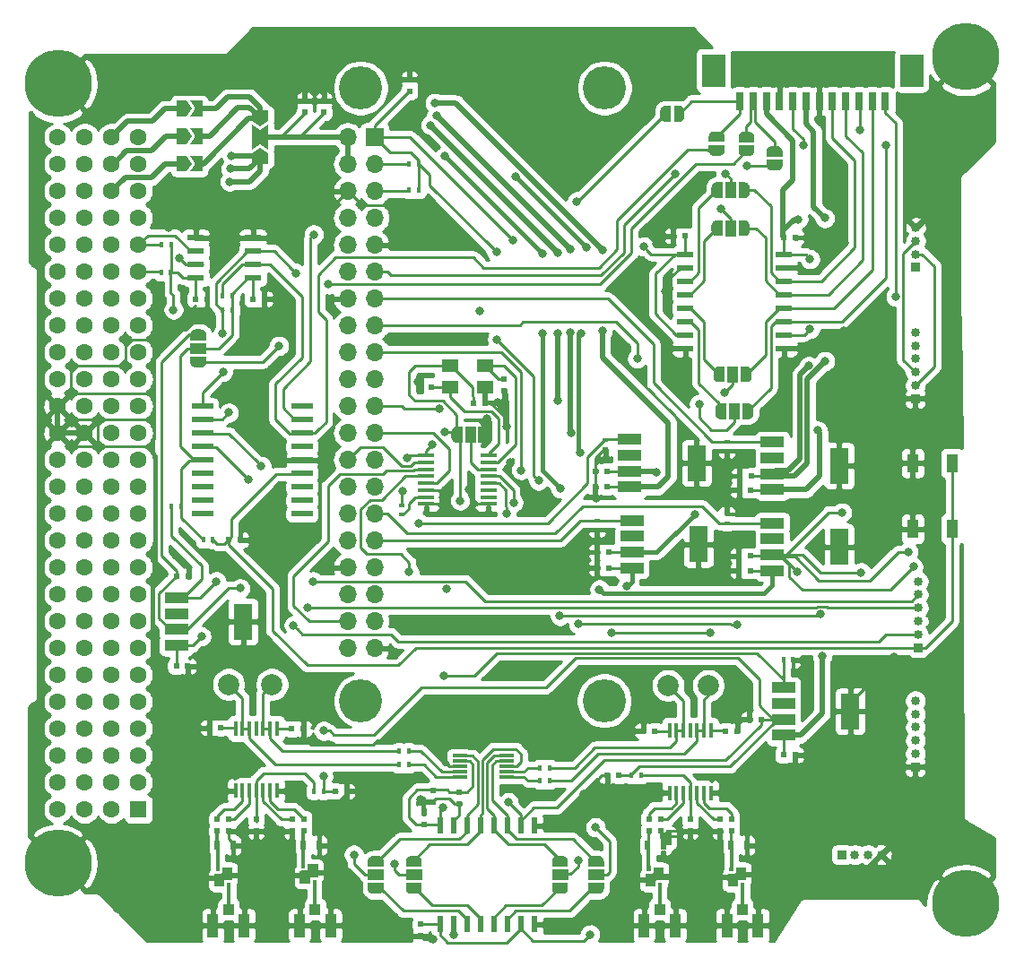
<source format=gbr>
G04 #@! TF.GenerationSoftware,KiCad,Pcbnew,(5.1.2)-2*
G04 #@! TF.CreationDate,2021-12-15T08:53:58-03:00*
G04 #@! TF.ProjectId,MAG_Plus,4d41475f-506c-4757-932e-6b696361645f,rev?*
G04 #@! TF.SameCoordinates,Original*
G04 #@! TF.FileFunction,Copper,L1,Top*
G04 #@! TF.FilePolarity,Positive*
%FSLAX46Y46*%
G04 Gerber Fmt 4.6, Leading zero omitted, Abs format (unit mm)*
G04 Created by KiCad (PCBNEW (5.1.2)-2) date 2021-12-15 08:53:58*
%MOMM*%
%LPD*%
G04 APERTURE LIST*
%ADD10C,0.100000*%
%ADD11C,0.010000*%
%ADD12C,6.350000*%
%ADD13C,1.600000*%
%ADD14R,1.600000X1.600000*%
%ADD15C,0.850000*%
%ADD16R,0.850000X0.850000*%
%ADD17C,4.064000*%
%ADD18C,0.300000*%
%ADD19O,1.700000X1.700000*%
%ADD20R,1.700000X1.700000*%
%ADD21R,0.400000X0.600000*%
%ADD22R,1.550000X0.600000*%
%ADD23R,0.500000X0.600000*%
%ADD24R,0.600000X0.500000*%
%ADD25R,0.450000X1.450000*%
%ADD26R,1.050000X2.200000*%
%ADD27R,1.000000X1.050000*%
%ADD28C,2.000000*%
%ADD29R,2.200000X3.100000*%
%ADD30R,0.800000X1.700000*%
%ADD31C,0.500000*%
%ADD32R,1.500000X1.000000*%
%ADD33R,0.600000X1.500000*%
%ADD34R,1.000000X1.500000*%
%ADD35R,1.500000X0.600000*%
%ADD36R,1.100000X1.800000*%
%ADD37R,2.000000X0.600000*%
%ADD38R,2.200000X1.000000*%
%ADD39R,1.800000X3.400000*%
%ADD40R,1.400000X0.300000*%
%ADD41C,0.800000*%
%ADD42C,0.350000*%
%ADD43R,0.500000X0.900000*%
%ADD44R,0.600000X0.400000*%
%ADD45R,1.500000X0.450000*%
%ADD46R,1.600000X1.300000*%
%ADD47C,0.250000*%
%ADD48C,0.500000*%
%ADD49C,0.400000*%
%ADD50C,0.350000*%
%ADD51C,0.254000*%
G04 APERTURE END LIST*
D10*
G36*
X94910000Y-120500000D02*
G01*
X93980000Y-120490000D01*
X93980000Y-119380000D01*
X94920000Y-119350000D01*
X94910000Y-120500000D01*
G37*
X94910000Y-120500000D02*
X93980000Y-120490000D01*
X93980000Y-119380000D01*
X94920000Y-119350000D01*
X94910000Y-120500000D01*
G36*
X94060000Y-123900000D02*
G01*
X94210000Y-123900000D01*
X94210000Y-122700000D01*
X94060000Y-122700000D01*
X94060000Y-123900000D01*
G37*
D11*
G36*
X93140000Y-123300000D02*
G01*
X93260000Y-123180000D01*
X93260000Y-123300000D01*
X93140000Y-123300000D01*
G37*
X93140000Y-123300000D02*
X93260000Y-123180000D01*
X93260000Y-123300000D01*
X93140000Y-123300000D01*
G36*
X52420000Y-123300000D02*
G01*
X52540000Y-123180000D01*
X52540000Y-123300000D01*
X52420000Y-123300000D01*
G37*
X52420000Y-123300000D02*
X52540000Y-123180000D01*
X52540000Y-123300000D01*
X52420000Y-123300000D01*
D10*
G36*
X53340000Y-123900000D02*
G01*
X53490000Y-123900000D01*
X53490000Y-122700000D01*
X53340000Y-122700000D01*
X53340000Y-123900000D01*
G37*
G36*
X61440000Y-123600000D02*
G01*
X61590000Y-123600000D01*
X61590000Y-122400000D01*
X61440000Y-122400000D01*
X61440000Y-123600000D01*
G37*
D11*
G36*
X60520000Y-123000000D02*
G01*
X60640000Y-122880000D01*
X60640000Y-123000000D01*
X60520000Y-123000000D01*
G37*
X60520000Y-123000000D02*
X60640000Y-122880000D01*
X60640000Y-123000000D01*
X60520000Y-123000000D01*
G36*
X100930000Y-123300000D02*
G01*
X101050000Y-123180000D01*
X101050000Y-123300000D01*
X100930000Y-123300000D01*
G37*
X100930000Y-123300000D02*
X101050000Y-123180000D01*
X101050000Y-123300000D01*
X100930000Y-123300000D01*
D10*
G36*
X101850000Y-123900000D02*
G01*
X102000000Y-123900000D01*
X102000000Y-122700000D01*
X101850000Y-122700000D01*
X101850000Y-123900000D01*
G37*
D12*
X37050000Y-122300000D03*
X37050000Y-48640000D03*
D13*
X42110000Y-53720000D03*
X44650000Y-53720000D03*
X42110000Y-56260000D03*
X44650000Y-56260000D03*
X42110000Y-58800000D03*
X44650000Y-58800000D03*
X42110000Y-61340000D03*
X44650000Y-61340000D03*
X42110000Y-63880000D03*
X44650000Y-63880000D03*
X42110000Y-66420000D03*
X44650000Y-66420000D03*
X42110000Y-68960000D03*
X44650000Y-68960000D03*
X42110000Y-71500000D03*
X44650000Y-71500000D03*
X42110000Y-74040000D03*
X44650000Y-74040000D03*
X42110000Y-76580000D03*
X44650000Y-76580000D03*
X42110000Y-79120000D03*
X44650000Y-79120000D03*
X42110000Y-81660000D03*
X44650000Y-81660000D03*
X42110000Y-84200000D03*
X44650000Y-84200000D03*
X42110000Y-86740000D03*
X44650000Y-86740000D03*
X42110000Y-89280000D03*
X44650000Y-89280000D03*
X42110000Y-91820000D03*
X44650000Y-91820000D03*
X42110000Y-94360000D03*
X44650000Y-94360000D03*
X42110000Y-96900000D03*
X44650000Y-96900000D03*
X42110000Y-99440000D03*
X44650000Y-99440000D03*
X42110000Y-101980000D03*
X44650000Y-101980000D03*
X42110000Y-104520000D03*
X44650000Y-104520000D03*
X42110000Y-107060000D03*
X44650000Y-107060000D03*
X42110000Y-109600000D03*
X44650000Y-109600000D03*
X42110000Y-112140000D03*
X44650000Y-112140000D03*
X42110000Y-114680000D03*
X44650000Y-114680000D03*
X42110000Y-117220000D03*
D14*
X44650000Y-117220000D03*
D13*
X37030000Y-53720000D03*
X39570000Y-53720000D03*
X37030000Y-56260000D03*
X39570000Y-56260000D03*
X37030000Y-58800000D03*
X39570000Y-58800000D03*
X37030000Y-61340000D03*
X39570000Y-61340000D03*
X37030000Y-63880000D03*
X39570000Y-63880000D03*
X37030000Y-66420000D03*
X39570000Y-66420000D03*
X37030000Y-68960000D03*
X39570000Y-68960000D03*
X37030000Y-71500000D03*
X39570000Y-71500000D03*
X37030000Y-74040000D03*
X39570000Y-74040000D03*
X37030000Y-76580000D03*
X39570000Y-76580000D03*
X37030000Y-79120000D03*
X39570000Y-79120000D03*
X37030000Y-81660000D03*
X39570000Y-81660000D03*
X37030000Y-84200000D03*
X39570000Y-84200000D03*
X37030000Y-86740000D03*
X39570000Y-86740000D03*
X37030000Y-89280000D03*
X39570000Y-89280000D03*
X37030000Y-91820000D03*
X39570000Y-91820000D03*
X37030000Y-94360000D03*
X39570000Y-94360000D03*
X37030000Y-96900000D03*
X39570000Y-96900000D03*
X37030000Y-99440000D03*
X39570000Y-99440000D03*
X37030000Y-101980000D03*
X39570000Y-101980000D03*
X37030000Y-104520000D03*
X39570000Y-104520000D03*
X37030000Y-107060000D03*
X39570000Y-107060000D03*
X37030000Y-109600000D03*
X39570000Y-109600000D03*
X37030000Y-112140000D03*
X39570000Y-112140000D03*
X37030000Y-114680000D03*
X39570000Y-114680000D03*
X37030000Y-117220000D03*
X39570000Y-117220000D03*
D12*
X122780000Y-126110000D03*
X122780000Y-46100000D03*
D15*
X118000000Y-72150000D03*
X118000000Y-73400000D03*
X118000000Y-74650000D03*
X118000000Y-75900000D03*
X118000000Y-77150000D03*
D16*
X118000000Y-78400000D03*
D15*
X118050000Y-62250000D03*
X118050000Y-63500000D03*
X118050000Y-64750000D03*
D16*
X118050000Y-66000000D03*
D17*
X65620000Y-49050000D03*
X65650000Y-106940000D03*
X88620000Y-106940000D03*
X88650000Y-49050000D03*
D18*
X56150000Y-55700000D03*
D10*
G36*
X56150000Y-54700000D02*
G01*
X56900000Y-55200000D01*
X56900000Y-56200000D01*
X55400000Y-56200000D01*
X55400000Y-55200000D01*
X56150000Y-54700000D01*
X56150000Y-54700000D01*
G37*
D18*
X56150000Y-53700000D03*
D10*
G36*
X56150000Y-53000000D02*
G01*
X56900000Y-52500000D01*
X56900000Y-54900000D01*
X56150000Y-54400000D01*
X55400000Y-54900000D01*
X55400000Y-52500000D01*
X56150000Y-53000000D01*
X56150000Y-53000000D01*
G37*
D18*
X56150000Y-51700000D03*
D10*
G36*
X56150000Y-52700000D02*
G01*
X55400000Y-52200000D01*
X55400000Y-51200000D01*
X56900000Y-51200000D01*
X56900000Y-52200000D01*
X56150000Y-52700000D01*
X56150000Y-52700000D01*
G37*
D18*
X48725000Y-56200000D03*
D10*
G36*
X49725000Y-56200000D02*
G01*
X49225000Y-56950000D01*
X48225000Y-56950000D01*
X48225000Y-55450000D01*
X49225000Y-55450000D01*
X49725000Y-56200000D01*
X49725000Y-56200000D01*
G37*
D18*
X50175000Y-56200000D03*
D10*
G36*
X50675000Y-56950000D02*
G01*
X49525000Y-56950000D01*
X50025000Y-56200000D01*
X49525000Y-55450000D01*
X50675000Y-55450000D01*
X50675000Y-56950000D01*
X50675000Y-56950000D01*
G37*
D18*
X50175000Y-53600000D03*
D10*
G36*
X50675000Y-54350000D02*
G01*
X49525000Y-54350000D01*
X50025000Y-53600000D01*
X49525000Y-52850000D01*
X50675000Y-52850000D01*
X50675000Y-54350000D01*
X50675000Y-54350000D01*
G37*
D18*
X48725000Y-53600000D03*
D10*
G36*
X49725000Y-53600000D02*
G01*
X49225000Y-54350000D01*
X48225000Y-54350000D01*
X48225000Y-52850000D01*
X49225000Y-52850000D01*
X49725000Y-53600000D01*
X49725000Y-53600000D01*
G37*
D18*
X48725000Y-51000000D03*
D10*
G36*
X49725000Y-51000000D02*
G01*
X49225000Y-51750000D01*
X48225000Y-51750000D01*
X48225000Y-50250000D01*
X49225000Y-50250000D01*
X49725000Y-51000000D01*
X49725000Y-51000000D01*
G37*
D18*
X50175000Y-51000000D03*
D10*
G36*
X50675000Y-51750000D02*
G01*
X49525000Y-51750000D01*
X50025000Y-51000000D01*
X49525000Y-50250000D01*
X50675000Y-50250000D01*
X50675000Y-51750000D01*
X50675000Y-51750000D01*
G37*
D19*
X64410000Y-101960000D03*
X66950000Y-101960000D03*
X64410000Y-99420000D03*
X66950000Y-99420000D03*
X64410000Y-96880000D03*
X66950000Y-96880000D03*
X64410000Y-94340000D03*
X66950000Y-94340000D03*
X64410000Y-91800000D03*
X66950000Y-91800000D03*
X64410000Y-89260000D03*
X66950000Y-89260000D03*
X64410000Y-86720000D03*
X66950000Y-86720000D03*
X64410000Y-84180000D03*
X66950000Y-84180000D03*
X64410000Y-81640000D03*
X66950000Y-81640000D03*
X64410000Y-79100000D03*
X66950000Y-79100000D03*
X64410000Y-76560000D03*
X66950000Y-76560000D03*
X64410000Y-74020000D03*
X66950000Y-74020000D03*
X64410000Y-71480000D03*
X66950000Y-71480000D03*
X64410000Y-68940000D03*
X66950000Y-68940000D03*
X64410000Y-66400000D03*
X66950000Y-66400000D03*
X64410000Y-63860000D03*
X66950000Y-63860000D03*
X64410000Y-61320000D03*
X66950000Y-61320000D03*
X64410000Y-58780000D03*
X66950000Y-58780000D03*
X64410000Y-56240000D03*
X66950000Y-56240000D03*
X64410000Y-53700000D03*
D20*
X66950000Y-53700000D03*
D21*
X70200000Y-56200000D03*
X71100000Y-56200000D03*
X71100000Y-58700000D03*
X70200000Y-58700000D03*
D22*
X50050000Y-67005000D03*
X50050000Y-65735000D03*
X50050000Y-64465000D03*
X50050000Y-63195000D03*
X55450000Y-63195000D03*
X55450000Y-64465000D03*
X55450000Y-65735000D03*
X55450000Y-67005000D03*
D21*
X46800000Y-66500000D03*
X47700000Y-66500000D03*
X47750000Y-63900000D03*
X46850000Y-63900000D03*
X52600000Y-68700000D03*
X53500000Y-68700000D03*
X53490000Y-70000000D03*
X52590000Y-70000000D03*
D23*
X60350000Y-50250000D03*
X60350000Y-51350000D03*
X62150000Y-51350000D03*
X62150000Y-50250000D03*
X70250000Y-48250000D03*
X70250000Y-49350000D03*
D24*
X51140000Y-69000000D03*
X50040000Y-69000000D03*
X55440000Y-69000000D03*
X56540000Y-69000000D03*
D25*
X94800000Y-109750000D03*
X95450000Y-109750000D03*
X96100000Y-109750000D03*
X96750000Y-109750000D03*
X97400000Y-109750000D03*
X98050000Y-109750000D03*
X98700000Y-109750000D03*
X98700000Y-115650000D03*
X98050000Y-115650000D03*
X97400000Y-115650000D03*
X96750000Y-115650000D03*
X96100000Y-115650000D03*
X95450000Y-115650000D03*
X94800000Y-115650000D03*
D26*
X92385000Y-128175000D03*
D27*
X93860000Y-126650000D03*
D26*
X95335000Y-128175000D03*
X103145000Y-128175000D03*
D27*
X101670000Y-126650000D03*
D26*
X100195000Y-128175000D03*
X51675000Y-128175000D03*
D27*
X53150000Y-126650000D03*
D26*
X54625000Y-128175000D03*
X62805000Y-128175000D03*
D27*
X61330000Y-126650000D03*
D26*
X59855000Y-128175000D03*
D24*
X88900000Y-114000000D03*
X90000000Y-114000000D03*
D23*
X96750000Y-119250000D03*
X96750000Y-118150000D03*
D24*
X63200000Y-115500000D03*
X64300000Y-115500000D03*
D23*
X55750000Y-118150000D03*
X55750000Y-119250000D03*
X92850000Y-119250000D03*
X92850000Y-118150000D03*
X93950000Y-118150000D03*
X93950000Y-119250000D03*
X99550000Y-119250000D03*
X99550000Y-118150000D03*
X100650000Y-118150000D03*
X100650000Y-119250000D03*
X52050000Y-118150000D03*
X52050000Y-119250000D03*
X53150000Y-119250000D03*
X53150000Y-118150000D03*
X59150000Y-118150000D03*
X59150000Y-119250000D03*
X60250000Y-119250000D03*
X60250000Y-118150000D03*
D24*
X93400000Y-109800000D03*
X92300000Y-109800000D03*
X101200000Y-109800000D03*
X100100000Y-109800000D03*
X51300000Y-109500000D03*
X52400000Y-109500000D03*
X59100000Y-109600000D03*
X60200000Y-109600000D03*
D21*
X91200000Y-114000000D03*
X92100000Y-114000000D03*
X62100000Y-115500000D03*
X61200000Y-115500000D03*
D28*
X94650000Y-105500000D03*
X98450000Y-105500000D03*
X53150000Y-105400000D03*
X57250000Y-105400000D03*
D25*
X53800000Y-109550000D03*
X54450000Y-109550000D03*
X55100000Y-109550000D03*
X55750000Y-109550000D03*
X56400000Y-109550000D03*
X57050000Y-109550000D03*
X57700000Y-109550000D03*
X57700000Y-115450000D03*
X57050000Y-115450000D03*
X56400000Y-115450000D03*
X55750000Y-115450000D03*
X55100000Y-115450000D03*
X54450000Y-115450000D03*
X53800000Y-115450000D03*
D29*
X98925000Y-47410000D03*
X117675000Y-47410000D03*
D30*
X101425000Y-50310000D03*
X102675000Y-50310000D03*
X103925000Y-50310000D03*
X105175000Y-50310000D03*
X106425000Y-50310000D03*
X107675000Y-50310000D03*
X108925000Y-50310000D03*
X110175000Y-50310000D03*
X111425000Y-50310000D03*
X112675000Y-50310000D03*
X113925000Y-50310000D03*
X115175000Y-50310000D03*
D31*
X102050000Y-55000000D03*
D10*
G36*
X102800000Y-54500000D02*
G01*
X102800000Y-55000000D01*
X102799398Y-55000000D01*
X102799398Y-55024534D01*
X102794588Y-55073365D01*
X102785016Y-55121490D01*
X102770772Y-55168445D01*
X102751995Y-55213778D01*
X102728864Y-55257051D01*
X102701604Y-55297850D01*
X102670476Y-55335779D01*
X102635779Y-55370476D01*
X102597850Y-55401604D01*
X102557051Y-55428864D01*
X102513778Y-55451995D01*
X102468445Y-55470772D01*
X102421490Y-55485016D01*
X102373365Y-55494588D01*
X102324534Y-55499398D01*
X102300000Y-55499398D01*
X102300000Y-55500000D01*
X101800000Y-55500000D01*
X101800000Y-55499398D01*
X101775466Y-55499398D01*
X101726635Y-55494588D01*
X101678510Y-55485016D01*
X101631555Y-55470772D01*
X101586222Y-55451995D01*
X101542949Y-55428864D01*
X101502150Y-55401604D01*
X101464221Y-55370476D01*
X101429524Y-55335779D01*
X101398396Y-55297850D01*
X101371136Y-55257051D01*
X101348005Y-55213778D01*
X101329228Y-55168445D01*
X101314984Y-55121490D01*
X101305412Y-55073365D01*
X101300602Y-55024534D01*
X101300602Y-55000000D01*
X101300000Y-55000000D01*
X101300000Y-54500000D01*
X102800000Y-54500000D01*
X102800000Y-54500000D01*
G37*
D31*
X102050000Y-53700000D03*
D10*
G36*
X101300602Y-53700000D02*
G01*
X101300602Y-53675466D01*
X101305412Y-53626635D01*
X101314984Y-53578510D01*
X101329228Y-53531555D01*
X101348005Y-53486222D01*
X101371136Y-53442949D01*
X101398396Y-53402150D01*
X101429524Y-53364221D01*
X101464221Y-53329524D01*
X101502150Y-53298396D01*
X101542949Y-53271136D01*
X101586222Y-53248005D01*
X101631555Y-53229228D01*
X101678510Y-53214984D01*
X101726635Y-53205412D01*
X101775466Y-53200602D01*
X101800000Y-53200602D01*
X101800000Y-53200000D01*
X102300000Y-53200000D01*
X102300000Y-53200602D01*
X102324534Y-53200602D01*
X102373365Y-53205412D01*
X102421490Y-53214984D01*
X102468445Y-53229228D01*
X102513778Y-53248005D01*
X102557051Y-53271136D01*
X102597850Y-53298396D01*
X102635779Y-53329524D01*
X102670476Y-53364221D01*
X102701604Y-53402150D01*
X102728864Y-53442949D01*
X102751995Y-53486222D01*
X102770772Y-53531555D01*
X102785016Y-53578510D01*
X102794588Y-53626635D01*
X102799398Y-53675466D01*
X102799398Y-53700000D01*
X102800000Y-53700000D01*
X102800000Y-54200000D01*
X101300000Y-54200000D01*
X101300000Y-53700000D01*
X101300602Y-53700000D01*
X101300602Y-53700000D01*
G37*
D31*
X99250000Y-53650000D03*
D10*
G36*
X98500602Y-53650000D02*
G01*
X98500602Y-53625466D01*
X98505412Y-53576635D01*
X98514984Y-53528510D01*
X98529228Y-53481555D01*
X98548005Y-53436222D01*
X98571136Y-53392949D01*
X98598396Y-53352150D01*
X98629524Y-53314221D01*
X98664221Y-53279524D01*
X98702150Y-53248396D01*
X98742949Y-53221136D01*
X98786222Y-53198005D01*
X98831555Y-53179228D01*
X98878510Y-53164984D01*
X98926635Y-53155412D01*
X98975466Y-53150602D01*
X99000000Y-53150602D01*
X99000000Y-53150000D01*
X99500000Y-53150000D01*
X99500000Y-53150602D01*
X99524534Y-53150602D01*
X99573365Y-53155412D01*
X99621490Y-53164984D01*
X99668445Y-53179228D01*
X99713778Y-53198005D01*
X99757051Y-53221136D01*
X99797850Y-53248396D01*
X99835779Y-53279524D01*
X99870476Y-53314221D01*
X99901604Y-53352150D01*
X99928864Y-53392949D01*
X99951995Y-53436222D01*
X99970772Y-53481555D01*
X99985016Y-53528510D01*
X99994588Y-53576635D01*
X99999398Y-53625466D01*
X99999398Y-53650000D01*
X100000000Y-53650000D01*
X100000000Y-54150000D01*
X98500000Y-54150000D01*
X98500000Y-53650000D01*
X98500602Y-53650000D01*
X98500602Y-53650000D01*
G37*
D31*
X99250000Y-54950000D03*
D10*
G36*
X100000000Y-54450000D02*
G01*
X100000000Y-54950000D01*
X99999398Y-54950000D01*
X99999398Y-54974534D01*
X99994588Y-55023365D01*
X99985016Y-55071490D01*
X99970772Y-55118445D01*
X99951995Y-55163778D01*
X99928864Y-55207051D01*
X99901604Y-55247850D01*
X99870476Y-55285779D01*
X99835779Y-55320476D01*
X99797850Y-55351604D01*
X99757051Y-55378864D01*
X99713778Y-55401995D01*
X99668445Y-55420772D01*
X99621490Y-55435016D01*
X99573365Y-55444588D01*
X99524534Y-55449398D01*
X99500000Y-55449398D01*
X99500000Y-55450000D01*
X99000000Y-55450000D01*
X99000000Y-55449398D01*
X98975466Y-55449398D01*
X98926635Y-55444588D01*
X98878510Y-55435016D01*
X98831555Y-55420772D01*
X98786222Y-55401995D01*
X98742949Y-55378864D01*
X98702150Y-55351604D01*
X98664221Y-55320476D01*
X98629524Y-55285779D01*
X98598396Y-55247850D01*
X98571136Y-55207051D01*
X98548005Y-55163778D01*
X98529228Y-55118445D01*
X98514984Y-55071490D01*
X98505412Y-55023365D01*
X98500602Y-54974534D01*
X98500602Y-54950000D01*
X98500000Y-54950000D01*
X98500000Y-54450000D01*
X100000000Y-54450000D01*
X100000000Y-54450000D01*
G37*
D32*
X70650000Y-123400000D03*
D31*
X70650000Y-122100000D03*
D10*
G36*
X69900602Y-122100000D02*
G01*
X69900602Y-122075466D01*
X69905412Y-122026635D01*
X69914984Y-121978510D01*
X69929228Y-121931555D01*
X69948005Y-121886222D01*
X69971136Y-121842949D01*
X69998396Y-121802150D01*
X70029524Y-121764221D01*
X70064221Y-121729524D01*
X70102150Y-121698396D01*
X70142949Y-121671136D01*
X70186222Y-121648005D01*
X70231555Y-121629228D01*
X70278510Y-121614984D01*
X70326635Y-121605412D01*
X70375466Y-121600602D01*
X70400000Y-121600602D01*
X70400000Y-121600000D01*
X70900000Y-121600000D01*
X70900000Y-121600602D01*
X70924534Y-121600602D01*
X70973365Y-121605412D01*
X71021490Y-121614984D01*
X71068445Y-121629228D01*
X71113778Y-121648005D01*
X71157051Y-121671136D01*
X71197850Y-121698396D01*
X71235779Y-121729524D01*
X71270476Y-121764221D01*
X71301604Y-121802150D01*
X71328864Y-121842949D01*
X71351995Y-121886222D01*
X71370772Y-121931555D01*
X71385016Y-121978510D01*
X71394588Y-122026635D01*
X71399398Y-122075466D01*
X71399398Y-122100000D01*
X71400000Y-122100000D01*
X71400000Y-122650000D01*
X69900000Y-122650000D01*
X69900000Y-122100000D01*
X69900602Y-122100000D01*
X69900602Y-122100000D01*
G37*
D31*
X70650000Y-124700000D03*
D10*
G36*
X71400000Y-124150000D02*
G01*
X71400000Y-124700000D01*
X71399398Y-124700000D01*
X71399398Y-124724534D01*
X71394588Y-124773365D01*
X71385016Y-124821490D01*
X71370772Y-124868445D01*
X71351995Y-124913778D01*
X71328864Y-124957051D01*
X71301604Y-124997850D01*
X71270476Y-125035779D01*
X71235779Y-125070476D01*
X71197850Y-125101604D01*
X71157051Y-125128864D01*
X71113778Y-125151995D01*
X71068445Y-125170772D01*
X71021490Y-125185016D01*
X70973365Y-125194588D01*
X70924534Y-125199398D01*
X70900000Y-125199398D01*
X70900000Y-125200000D01*
X70400000Y-125200000D01*
X70400000Y-125199398D01*
X70375466Y-125199398D01*
X70326635Y-125194588D01*
X70278510Y-125185016D01*
X70231555Y-125170772D01*
X70186222Y-125151995D01*
X70142949Y-125128864D01*
X70102150Y-125101604D01*
X70064221Y-125070476D01*
X70029524Y-125035779D01*
X69998396Y-124997850D01*
X69971136Y-124957051D01*
X69948005Y-124913778D01*
X69929228Y-124868445D01*
X69914984Y-124821490D01*
X69905412Y-124773365D01*
X69900602Y-124724534D01*
X69900602Y-124700000D01*
X69900000Y-124700000D01*
X69900000Y-124150000D01*
X71400000Y-124150000D01*
X71400000Y-124150000D01*
G37*
D32*
X87850000Y-123400000D03*
D31*
X87850000Y-122100000D03*
D10*
G36*
X87100602Y-122100000D02*
G01*
X87100602Y-122075466D01*
X87105412Y-122026635D01*
X87114984Y-121978510D01*
X87129228Y-121931555D01*
X87148005Y-121886222D01*
X87171136Y-121842949D01*
X87198396Y-121802150D01*
X87229524Y-121764221D01*
X87264221Y-121729524D01*
X87302150Y-121698396D01*
X87342949Y-121671136D01*
X87386222Y-121648005D01*
X87431555Y-121629228D01*
X87478510Y-121614984D01*
X87526635Y-121605412D01*
X87575466Y-121600602D01*
X87600000Y-121600602D01*
X87600000Y-121600000D01*
X88100000Y-121600000D01*
X88100000Y-121600602D01*
X88124534Y-121600602D01*
X88173365Y-121605412D01*
X88221490Y-121614984D01*
X88268445Y-121629228D01*
X88313778Y-121648005D01*
X88357051Y-121671136D01*
X88397850Y-121698396D01*
X88435779Y-121729524D01*
X88470476Y-121764221D01*
X88501604Y-121802150D01*
X88528864Y-121842949D01*
X88551995Y-121886222D01*
X88570772Y-121931555D01*
X88585016Y-121978510D01*
X88594588Y-122026635D01*
X88599398Y-122075466D01*
X88599398Y-122100000D01*
X88600000Y-122100000D01*
X88600000Y-122650000D01*
X87100000Y-122650000D01*
X87100000Y-122100000D01*
X87100602Y-122100000D01*
X87100602Y-122100000D01*
G37*
D31*
X87850000Y-124700000D03*
D10*
G36*
X88600000Y-124150000D02*
G01*
X88600000Y-124700000D01*
X88599398Y-124700000D01*
X88599398Y-124724534D01*
X88594588Y-124773365D01*
X88585016Y-124821490D01*
X88570772Y-124868445D01*
X88551995Y-124913778D01*
X88528864Y-124957051D01*
X88501604Y-124997850D01*
X88470476Y-125035779D01*
X88435779Y-125070476D01*
X88397850Y-125101604D01*
X88357051Y-125128864D01*
X88313778Y-125151995D01*
X88268445Y-125170772D01*
X88221490Y-125185016D01*
X88173365Y-125194588D01*
X88124534Y-125199398D01*
X88100000Y-125199398D01*
X88100000Y-125200000D01*
X87600000Y-125200000D01*
X87600000Y-125199398D01*
X87575466Y-125199398D01*
X87526635Y-125194588D01*
X87478510Y-125185016D01*
X87431555Y-125170772D01*
X87386222Y-125151995D01*
X87342949Y-125128864D01*
X87302150Y-125101604D01*
X87264221Y-125070476D01*
X87229524Y-125035779D01*
X87198396Y-124997850D01*
X87171136Y-124957051D01*
X87148005Y-124913778D01*
X87129228Y-124868445D01*
X87114984Y-124821490D01*
X87105412Y-124773365D01*
X87100602Y-124724534D01*
X87100602Y-124700000D01*
X87100000Y-124700000D01*
X87100000Y-124150000D01*
X88600000Y-124150000D01*
X88600000Y-124150000D01*
G37*
D31*
X84450000Y-124700000D03*
D10*
G36*
X85200000Y-124150000D02*
G01*
X85200000Y-124700000D01*
X85199398Y-124700000D01*
X85199398Y-124724534D01*
X85194588Y-124773365D01*
X85185016Y-124821490D01*
X85170772Y-124868445D01*
X85151995Y-124913778D01*
X85128864Y-124957051D01*
X85101604Y-124997850D01*
X85070476Y-125035779D01*
X85035779Y-125070476D01*
X84997850Y-125101604D01*
X84957051Y-125128864D01*
X84913778Y-125151995D01*
X84868445Y-125170772D01*
X84821490Y-125185016D01*
X84773365Y-125194588D01*
X84724534Y-125199398D01*
X84700000Y-125199398D01*
X84700000Y-125200000D01*
X84200000Y-125200000D01*
X84200000Y-125199398D01*
X84175466Y-125199398D01*
X84126635Y-125194588D01*
X84078510Y-125185016D01*
X84031555Y-125170772D01*
X83986222Y-125151995D01*
X83942949Y-125128864D01*
X83902150Y-125101604D01*
X83864221Y-125070476D01*
X83829524Y-125035779D01*
X83798396Y-124997850D01*
X83771136Y-124957051D01*
X83748005Y-124913778D01*
X83729228Y-124868445D01*
X83714984Y-124821490D01*
X83705412Y-124773365D01*
X83700602Y-124724534D01*
X83700602Y-124700000D01*
X83700000Y-124700000D01*
X83700000Y-124150000D01*
X85200000Y-124150000D01*
X85200000Y-124150000D01*
G37*
D31*
X84450000Y-122100000D03*
D10*
G36*
X83700602Y-122100000D02*
G01*
X83700602Y-122075466D01*
X83705412Y-122026635D01*
X83714984Y-121978510D01*
X83729228Y-121931555D01*
X83748005Y-121886222D01*
X83771136Y-121842949D01*
X83798396Y-121802150D01*
X83829524Y-121764221D01*
X83864221Y-121729524D01*
X83902150Y-121698396D01*
X83942949Y-121671136D01*
X83986222Y-121648005D01*
X84031555Y-121629228D01*
X84078510Y-121614984D01*
X84126635Y-121605412D01*
X84175466Y-121600602D01*
X84200000Y-121600602D01*
X84200000Y-121600000D01*
X84700000Y-121600000D01*
X84700000Y-121600602D01*
X84724534Y-121600602D01*
X84773365Y-121605412D01*
X84821490Y-121614984D01*
X84868445Y-121629228D01*
X84913778Y-121648005D01*
X84957051Y-121671136D01*
X84997850Y-121698396D01*
X85035779Y-121729524D01*
X85070476Y-121764221D01*
X85101604Y-121802150D01*
X85128864Y-121842949D01*
X85151995Y-121886222D01*
X85170772Y-121931555D01*
X85185016Y-121978510D01*
X85194588Y-122026635D01*
X85199398Y-122075466D01*
X85199398Y-122100000D01*
X85200000Y-122100000D01*
X85200000Y-122650000D01*
X83700000Y-122650000D01*
X83700000Y-122100000D01*
X83700602Y-122100000D01*
X83700602Y-122100000D01*
G37*
D32*
X84450000Y-123400000D03*
D31*
X67050000Y-124700000D03*
D10*
G36*
X67800000Y-124150000D02*
G01*
X67800000Y-124700000D01*
X67799398Y-124700000D01*
X67799398Y-124724534D01*
X67794588Y-124773365D01*
X67785016Y-124821490D01*
X67770772Y-124868445D01*
X67751995Y-124913778D01*
X67728864Y-124957051D01*
X67701604Y-124997850D01*
X67670476Y-125035779D01*
X67635779Y-125070476D01*
X67597850Y-125101604D01*
X67557051Y-125128864D01*
X67513778Y-125151995D01*
X67468445Y-125170772D01*
X67421490Y-125185016D01*
X67373365Y-125194588D01*
X67324534Y-125199398D01*
X67300000Y-125199398D01*
X67300000Y-125200000D01*
X66800000Y-125200000D01*
X66800000Y-125199398D01*
X66775466Y-125199398D01*
X66726635Y-125194588D01*
X66678510Y-125185016D01*
X66631555Y-125170772D01*
X66586222Y-125151995D01*
X66542949Y-125128864D01*
X66502150Y-125101604D01*
X66464221Y-125070476D01*
X66429524Y-125035779D01*
X66398396Y-124997850D01*
X66371136Y-124957051D01*
X66348005Y-124913778D01*
X66329228Y-124868445D01*
X66314984Y-124821490D01*
X66305412Y-124773365D01*
X66300602Y-124724534D01*
X66300602Y-124700000D01*
X66300000Y-124700000D01*
X66300000Y-124150000D01*
X67800000Y-124150000D01*
X67800000Y-124150000D01*
G37*
D31*
X67050000Y-122100000D03*
D10*
G36*
X66300602Y-122100000D02*
G01*
X66300602Y-122075466D01*
X66305412Y-122026635D01*
X66314984Y-121978510D01*
X66329228Y-121931555D01*
X66348005Y-121886222D01*
X66371136Y-121842949D01*
X66398396Y-121802150D01*
X66429524Y-121764221D01*
X66464221Y-121729524D01*
X66502150Y-121698396D01*
X66542949Y-121671136D01*
X66586222Y-121648005D01*
X66631555Y-121629228D01*
X66678510Y-121614984D01*
X66726635Y-121605412D01*
X66775466Y-121600602D01*
X66800000Y-121600602D01*
X66800000Y-121600000D01*
X67300000Y-121600000D01*
X67300000Y-121600602D01*
X67324534Y-121600602D01*
X67373365Y-121605412D01*
X67421490Y-121614984D01*
X67468445Y-121629228D01*
X67513778Y-121648005D01*
X67557051Y-121671136D01*
X67597850Y-121698396D01*
X67635779Y-121729524D01*
X67670476Y-121764221D01*
X67701604Y-121802150D01*
X67728864Y-121842949D01*
X67751995Y-121886222D01*
X67770772Y-121931555D01*
X67785016Y-121978510D01*
X67794588Y-122026635D01*
X67799398Y-122075466D01*
X67799398Y-122100000D01*
X67800000Y-122100000D01*
X67800000Y-122650000D01*
X66300000Y-122650000D01*
X66300000Y-122100000D01*
X66300602Y-122100000D01*
X66300602Y-122100000D01*
G37*
D32*
X67050000Y-123400000D03*
D33*
X73105000Y-118750000D03*
X74375000Y-118750000D03*
X75645000Y-118750000D03*
X76915000Y-118750000D03*
X78185000Y-118750000D03*
X79455000Y-118750000D03*
X80725000Y-118750000D03*
X81995000Y-118750000D03*
X81995000Y-128050000D03*
X80725000Y-128050000D03*
X79455000Y-128050000D03*
X78185000Y-128050000D03*
X76915000Y-128050000D03*
X75645000Y-128050000D03*
X74375000Y-128050000D03*
X73105000Y-128050000D03*
D31*
X99250000Y-58700000D03*
D10*
G36*
X99800000Y-59450000D02*
G01*
X99250000Y-59450000D01*
X99250000Y-59449398D01*
X99225466Y-59449398D01*
X99176635Y-59444588D01*
X99128510Y-59435016D01*
X99081555Y-59420772D01*
X99036222Y-59401995D01*
X98992949Y-59378864D01*
X98952150Y-59351604D01*
X98914221Y-59320476D01*
X98879524Y-59285779D01*
X98848396Y-59247850D01*
X98821136Y-59207051D01*
X98798005Y-59163778D01*
X98779228Y-59118445D01*
X98764984Y-59071490D01*
X98755412Y-59023365D01*
X98750602Y-58974534D01*
X98750602Y-58950000D01*
X98750000Y-58950000D01*
X98750000Y-58450000D01*
X98750602Y-58450000D01*
X98750602Y-58425466D01*
X98755412Y-58376635D01*
X98764984Y-58328510D01*
X98779228Y-58281555D01*
X98798005Y-58236222D01*
X98821136Y-58192949D01*
X98848396Y-58152150D01*
X98879524Y-58114221D01*
X98914221Y-58079524D01*
X98952150Y-58048396D01*
X98992949Y-58021136D01*
X99036222Y-57998005D01*
X99081555Y-57979228D01*
X99128510Y-57964984D01*
X99176635Y-57955412D01*
X99225466Y-57950602D01*
X99250000Y-57950602D01*
X99250000Y-57950000D01*
X99800000Y-57950000D01*
X99800000Y-59450000D01*
X99800000Y-59450000D01*
G37*
D31*
X101850000Y-58700000D03*
D10*
G36*
X101850000Y-57950602D02*
G01*
X101874534Y-57950602D01*
X101923365Y-57955412D01*
X101971490Y-57964984D01*
X102018445Y-57979228D01*
X102063778Y-57998005D01*
X102107051Y-58021136D01*
X102147850Y-58048396D01*
X102185779Y-58079524D01*
X102220476Y-58114221D01*
X102251604Y-58152150D01*
X102278864Y-58192949D01*
X102301995Y-58236222D01*
X102320772Y-58281555D01*
X102335016Y-58328510D01*
X102344588Y-58376635D01*
X102349398Y-58425466D01*
X102349398Y-58450000D01*
X102350000Y-58450000D01*
X102350000Y-58950000D01*
X102349398Y-58950000D01*
X102349398Y-58974534D01*
X102344588Y-59023365D01*
X102335016Y-59071490D01*
X102320772Y-59118445D01*
X102301995Y-59163778D01*
X102278864Y-59207051D01*
X102251604Y-59247850D01*
X102220476Y-59285779D01*
X102185779Y-59320476D01*
X102147850Y-59351604D01*
X102107051Y-59378864D01*
X102063778Y-59401995D01*
X102018445Y-59420772D01*
X101971490Y-59435016D01*
X101923365Y-59444588D01*
X101874534Y-59449398D01*
X101850000Y-59449398D01*
X101850000Y-59450000D01*
X101300000Y-59450000D01*
X101300000Y-57950000D01*
X101850000Y-57950000D01*
X101850000Y-57950602D01*
X101850000Y-57950602D01*
G37*
D34*
X100550000Y-58700000D03*
D31*
X99610000Y-79590000D03*
D10*
G36*
X100160000Y-80340000D02*
G01*
X99610000Y-80340000D01*
X99610000Y-80339398D01*
X99585466Y-80339398D01*
X99536635Y-80334588D01*
X99488510Y-80325016D01*
X99441555Y-80310772D01*
X99396222Y-80291995D01*
X99352949Y-80268864D01*
X99312150Y-80241604D01*
X99274221Y-80210476D01*
X99239524Y-80175779D01*
X99208396Y-80137850D01*
X99181136Y-80097051D01*
X99158005Y-80053778D01*
X99139228Y-80008445D01*
X99124984Y-79961490D01*
X99115412Y-79913365D01*
X99110602Y-79864534D01*
X99110602Y-79840000D01*
X99110000Y-79840000D01*
X99110000Y-79340000D01*
X99110602Y-79340000D01*
X99110602Y-79315466D01*
X99115412Y-79266635D01*
X99124984Y-79218510D01*
X99139228Y-79171555D01*
X99158005Y-79126222D01*
X99181136Y-79082949D01*
X99208396Y-79042150D01*
X99239524Y-79004221D01*
X99274221Y-78969524D01*
X99312150Y-78938396D01*
X99352949Y-78911136D01*
X99396222Y-78888005D01*
X99441555Y-78869228D01*
X99488510Y-78854984D01*
X99536635Y-78845412D01*
X99585466Y-78840602D01*
X99610000Y-78840602D01*
X99610000Y-78840000D01*
X100160000Y-78840000D01*
X100160000Y-80340000D01*
X100160000Y-80340000D01*
G37*
D31*
X102210000Y-79590000D03*
D10*
G36*
X102210000Y-78840602D02*
G01*
X102234534Y-78840602D01*
X102283365Y-78845412D01*
X102331490Y-78854984D01*
X102378445Y-78869228D01*
X102423778Y-78888005D01*
X102467051Y-78911136D01*
X102507850Y-78938396D01*
X102545779Y-78969524D01*
X102580476Y-79004221D01*
X102611604Y-79042150D01*
X102638864Y-79082949D01*
X102661995Y-79126222D01*
X102680772Y-79171555D01*
X102695016Y-79218510D01*
X102704588Y-79266635D01*
X102709398Y-79315466D01*
X102709398Y-79340000D01*
X102710000Y-79340000D01*
X102710000Y-79840000D01*
X102709398Y-79840000D01*
X102709398Y-79864534D01*
X102704588Y-79913365D01*
X102695016Y-79961490D01*
X102680772Y-80008445D01*
X102661995Y-80053778D01*
X102638864Y-80097051D01*
X102611604Y-80137850D01*
X102580476Y-80175779D01*
X102545779Y-80210476D01*
X102507850Y-80241604D01*
X102467051Y-80268864D01*
X102423778Y-80291995D01*
X102378445Y-80310772D01*
X102331490Y-80325016D01*
X102283365Y-80334588D01*
X102234534Y-80339398D01*
X102210000Y-80339398D01*
X102210000Y-80340000D01*
X101660000Y-80340000D01*
X101660000Y-78840000D01*
X102210000Y-78840000D01*
X102210000Y-78840602D01*
X102210000Y-78840602D01*
G37*
D34*
X100910000Y-79590000D03*
X100550000Y-62300000D03*
D31*
X101850000Y-62300000D03*
D10*
G36*
X101850000Y-61550602D02*
G01*
X101874534Y-61550602D01*
X101923365Y-61555412D01*
X101971490Y-61564984D01*
X102018445Y-61579228D01*
X102063778Y-61598005D01*
X102107051Y-61621136D01*
X102147850Y-61648396D01*
X102185779Y-61679524D01*
X102220476Y-61714221D01*
X102251604Y-61752150D01*
X102278864Y-61792949D01*
X102301995Y-61836222D01*
X102320772Y-61881555D01*
X102335016Y-61928510D01*
X102344588Y-61976635D01*
X102349398Y-62025466D01*
X102349398Y-62050000D01*
X102350000Y-62050000D01*
X102350000Y-62550000D01*
X102349398Y-62550000D01*
X102349398Y-62574534D01*
X102344588Y-62623365D01*
X102335016Y-62671490D01*
X102320772Y-62718445D01*
X102301995Y-62763778D01*
X102278864Y-62807051D01*
X102251604Y-62847850D01*
X102220476Y-62885779D01*
X102185779Y-62920476D01*
X102147850Y-62951604D01*
X102107051Y-62978864D01*
X102063778Y-63001995D01*
X102018445Y-63020772D01*
X101971490Y-63035016D01*
X101923365Y-63044588D01*
X101874534Y-63049398D01*
X101850000Y-63049398D01*
X101850000Y-63050000D01*
X101300000Y-63050000D01*
X101300000Y-61550000D01*
X101850000Y-61550000D01*
X101850000Y-61550602D01*
X101850000Y-61550602D01*
G37*
D31*
X99250000Y-62300000D03*
D10*
G36*
X99800000Y-63050000D02*
G01*
X99250000Y-63050000D01*
X99250000Y-63049398D01*
X99225466Y-63049398D01*
X99176635Y-63044588D01*
X99128510Y-63035016D01*
X99081555Y-63020772D01*
X99036222Y-63001995D01*
X98992949Y-62978864D01*
X98952150Y-62951604D01*
X98914221Y-62920476D01*
X98879524Y-62885779D01*
X98848396Y-62847850D01*
X98821136Y-62807051D01*
X98798005Y-62763778D01*
X98779228Y-62718445D01*
X98764984Y-62671490D01*
X98755412Y-62623365D01*
X98750602Y-62574534D01*
X98750602Y-62550000D01*
X98750000Y-62550000D01*
X98750000Y-62050000D01*
X98750602Y-62050000D01*
X98750602Y-62025466D01*
X98755412Y-61976635D01*
X98764984Y-61928510D01*
X98779228Y-61881555D01*
X98798005Y-61836222D01*
X98821136Y-61792949D01*
X98848396Y-61752150D01*
X98879524Y-61714221D01*
X98914221Y-61679524D01*
X98952150Y-61648396D01*
X98992949Y-61621136D01*
X99036222Y-61598005D01*
X99081555Y-61579228D01*
X99128510Y-61564984D01*
X99176635Y-61555412D01*
X99225466Y-61550602D01*
X99250000Y-61550602D01*
X99250000Y-61550000D01*
X99800000Y-61550000D01*
X99800000Y-63050000D01*
X99800000Y-63050000D01*
G37*
D34*
X100750000Y-76100000D03*
D31*
X102050000Y-76100000D03*
D10*
G36*
X102050000Y-75350602D02*
G01*
X102074534Y-75350602D01*
X102123365Y-75355412D01*
X102171490Y-75364984D01*
X102218445Y-75379228D01*
X102263778Y-75398005D01*
X102307051Y-75421136D01*
X102347850Y-75448396D01*
X102385779Y-75479524D01*
X102420476Y-75514221D01*
X102451604Y-75552150D01*
X102478864Y-75592949D01*
X102501995Y-75636222D01*
X102520772Y-75681555D01*
X102535016Y-75728510D01*
X102544588Y-75776635D01*
X102549398Y-75825466D01*
X102549398Y-75850000D01*
X102550000Y-75850000D01*
X102550000Y-76350000D01*
X102549398Y-76350000D01*
X102549398Y-76374534D01*
X102544588Y-76423365D01*
X102535016Y-76471490D01*
X102520772Y-76518445D01*
X102501995Y-76563778D01*
X102478864Y-76607051D01*
X102451604Y-76647850D01*
X102420476Y-76685779D01*
X102385779Y-76720476D01*
X102347850Y-76751604D01*
X102307051Y-76778864D01*
X102263778Y-76801995D01*
X102218445Y-76820772D01*
X102171490Y-76835016D01*
X102123365Y-76844588D01*
X102074534Y-76849398D01*
X102050000Y-76849398D01*
X102050000Y-76850000D01*
X101500000Y-76850000D01*
X101500000Y-75350000D01*
X102050000Y-75350000D01*
X102050000Y-75350602D01*
X102050000Y-75350602D01*
G37*
D31*
X99450000Y-76100000D03*
D10*
G36*
X100000000Y-76850000D02*
G01*
X99450000Y-76850000D01*
X99450000Y-76849398D01*
X99425466Y-76849398D01*
X99376635Y-76844588D01*
X99328510Y-76835016D01*
X99281555Y-76820772D01*
X99236222Y-76801995D01*
X99192949Y-76778864D01*
X99152150Y-76751604D01*
X99114221Y-76720476D01*
X99079524Y-76685779D01*
X99048396Y-76647850D01*
X99021136Y-76607051D01*
X98998005Y-76563778D01*
X98979228Y-76518445D01*
X98964984Y-76471490D01*
X98955412Y-76423365D01*
X98950602Y-76374534D01*
X98950602Y-76350000D01*
X98950000Y-76350000D01*
X98950000Y-75850000D01*
X98950602Y-75850000D01*
X98950602Y-75825466D01*
X98955412Y-75776635D01*
X98964984Y-75728510D01*
X98979228Y-75681555D01*
X98998005Y-75636222D01*
X99021136Y-75592949D01*
X99048396Y-75552150D01*
X99079524Y-75514221D01*
X99114221Y-75479524D01*
X99152150Y-75448396D01*
X99192949Y-75421136D01*
X99236222Y-75398005D01*
X99281555Y-75379228D01*
X99328510Y-75364984D01*
X99376635Y-75355412D01*
X99425466Y-75350602D01*
X99450000Y-75350602D01*
X99450000Y-75350000D01*
X100000000Y-75350000D01*
X100000000Y-76850000D01*
X100000000Y-76850000D01*
G37*
D35*
X105600000Y-64755000D03*
X105600000Y-66025000D03*
X105600000Y-67295000D03*
X105600000Y-68565000D03*
X105600000Y-69835000D03*
X105600000Y-71105000D03*
X105600000Y-72375000D03*
X105600000Y-73645000D03*
X96300000Y-73645000D03*
X96300000Y-72375000D03*
X96300000Y-71105000D03*
X96300000Y-69835000D03*
X96300000Y-68565000D03*
X96300000Y-67295000D03*
X96300000Y-66025000D03*
X96300000Y-64755000D03*
D23*
X74960000Y-116660000D03*
X74960000Y-115560000D03*
X72460000Y-115390000D03*
X72460000Y-116490000D03*
D15*
X114800000Y-121480000D03*
X113550000Y-121480000D03*
X112300000Y-121480000D03*
D16*
X111050000Y-121480000D03*
D23*
X71590000Y-118640000D03*
X71590000Y-117540000D03*
X71280000Y-129160000D03*
X71280000Y-128060000D03*
D24*
X106680000Y-63180000D03*
X105580000Y-63180000D03*
X96240000Y-63030000D03*
X95140000Y-63030000D03*
X53160000Y-91730000D03*
X54260000Y-91730000D03*
D21*
X51650000Y-91750000D03*
X50750000Y-91750000D03*
D36*
X121450000Y-84500000D03*
X121450000Y-90700000D03*
X117750000Y-84500000D03*
X117750000Y-90700000D03*
D15*
X118280000Y-95670000D03*
X118280000Y-96920000D03*
X118280000Y-98170000D03*
X118280000Y-99420000D03*
X118280000Y-100670000D03*
D16*
X118280000Y-101920000D03*
D37*
X50680000Y-89270000D03*
X50680000Y-88000000D03*
X50680000Y-86730000D03*
X50680000Y-85460000D03*
X50680000Y-84190000D03*
X50680000Y-82920000D03*
X50680000Y-81650000D03*
X50680000Y-80380000D03*
X50680000Y-79110000D03*
X60080000Y-79110000D03*
X60080000Y-80380000D03*
X60080000Y-81650000D03*
X60080000Y-82920000D03*
X60080000Y-84190000D03*
X60080000Y-85460000D03*
X60080000Y-86730000D03*
X60080000Y-88000000D03*
X60080000Y-89270000D03*
D24*
X101300000Y-94650000D03*
X102400000Y-94650000D03*
X102400000Y-93250000D03*
X101300000Y-93250000D03*
X101350000Y-87050000D03*
X102450000Y-87050000D03*
X102500000Y-85700000D03*
X101400000Y-85700000D03*
X106660000Y-112070000D03*
X105560000Y-112070000D03*
X102350000Y-108720000D03*
X103450000Y-108720000D03*
X48210000Y-103680000D03*
X49310000Y-103680000D03*
X48260000Y-95170000D03*
X49360000Y-95170000D03*
D38*
X104500000Y-94650000D03*
X104500000Y-91650000D03*
D39*
X110800000Y-92400000D03*
D38*
X104500000Y-93150000D03*
X104500000Y-90150000D03*
X104500000Y-82500000D03*
X104500000Y-85500000D03*
D39*
X110800000Y-84750000D03*
D38*
X104500000Y-84000000D03*
X104500000Y-87000000D03*
X105560000Y-110200000D03*
X105560000Y-107200000D03*
D39*
X111860000Y-107950000D03*
D38*
X105560000Y-108700000D03*
X105560000Y-105700000D03*
X48220000Y-97220000D03*
X48220000Y-100220000D03*
D39*
X54520000Y-99470000D03*
D38*
X48220000Y-98720000D03*
X48220000Y-101720000D03*
D40*
X79370000Y-112160000D03*
X79370000Y-112660000D03*
X79370000Y-113160000D03*
X79370000Y-113660000D03*
X79370000Y-114160000D03*
X74970000Y-114160000D03*
X74970000Y-113660000D03*
X74970000Y-113160000D03*
X74970000Y-112660000D03*
X74970000Y-112160000D03*
D31*
X94410000Y-51490000D03*
D10*
G36*
X94910000Y-52240000D02*
G01*
X94410000Y-52240000D01*
X94410000Y-52239398D01*
X94385466Y-52239398D01*
X94336635Y-52234588D01*
X94288510Y-52225016D01*
X94241555Y-52210772D01*
X94196222Y-52191995D01*
X94152949Y-52168864D01*
X94112150Y-52141604D01*
X94074221Y-52110476D01*
X94039524Y-52075779D01*
X94008396Y-52037850D01*
X93981136Y-51997051D01*
X93958005Y-51953778D01*
X93939228Y-51908445D01*
X93924984Y-51861490D01*
X93915412Y-51813365D01*
X93910602Y-51764534D01*
X93910602Y-51740000D01*
X93910000Y-51740000D01*
X93910000Y-51240000D01*
X93910602Y-51240000D01*
X93910602Y-51215466D01*
X93915412Y-51166635D01*
X93924984Y-51118510D01*
X93939228Y-51071555D01*
X93958005Y-51026222D01*
X93981136Y-50982949D01*
X94008396Y-50942150D01*
X94039524Y-50904221D01*
X94074221Y-50869524D01*
X94112150Y-50838396D01*
X94152949Y-50811136D01*
X94196222Y-50788005D01*
X94241555Y-50769228D01*
X94288510Y-50754984D01*
X94336635Y-50745412D01*
X94385466Y-50740602D01*
X94410000Y-50740602D01*
X94410000Y-50740000D01*
X94910000Y-50740000D01*
X94910000Y-52240000D01*
X94910000Y-52240000D01*
G37*
D31*
X95710000Y-51490000D03*
D10*
G36*
X95710000Y-50740602D02*
G01*
X95734534Y-50740602D01*
X95783365Y-50745412D01*
X95831490Y-50754984D01*
X95878445Y-50769228D01*
X95923778Y-50788005D01*
X95967051Y-50811136D01*
X96007850Y-50838396D01*
X96045779Y-50869524D01*
X96080476Y-50904221D01*
X96111604Y-50942150D01*
X96138864Y-50982949D01*
X96161995Y-51026222D01*
X96180772Y-51071555D01*
X96195016Y-51118510D01*
X96204588Y-51166635D01*
X96209398Y-51215466D01*
X96209398Y-51240000D01*
X96210000Y-51240000D01*
X96210000Y-51740000D01*
X96209398Y-51740000D01*
X96209398Y-51764534D01*
X96204588Y-51813365D01*
X96195016Y-51861490D01*
X96180772Y-51908445D01*
X96161995Y-51953778D01*
X96138864Y-51997051D01*
X96111604Y-52037850D01*
X96080476Y-52075779D01*
X96045779Y-52110476D01*
X96007850Y-52141604D01*
X95967051Y-52168864D01*
X95923778Y-52191995D01*
X95878445Y-52210772D01*
X95831490Y-52225016D01*
X95783365Y-52234588D01*
X95734534Y-52239398D01*
X95710000Y-52239398D01*
X95710000Y-52240000D01*
X95210000Y-52240000D01*
X95210000Y-50740000D01*
X95710000Y-50740000D01*
X95710000Y-50740602D01*
X95710000Y-50740602D01*
G37*
D41*
X93060000Y-123900000D03*
D10*
G36*
X94060975Y-122695096D02*
G01*
X94061913Y-122695381D01*
X94062778Y-122695843D01*
X94063536Y-122696464D01*
X94064157Y-122697222D01*
X94064619Y-122698087D01*
X94064904Y-122699025D01*
X94065000Y-122700000D01*
X94065000Y-123900000D01*
X94064904Y-123900975D01*
X94064619Y-123901913D01*
X94064157Y-123902778D01*
X94063536Y-123903536D01*
X94062778Y-123904157D01*
X94061913Y-123904619D01*
X94060975Y-123904904D01*
X94060000Y-123905000D01*
X93465000Y-123905000D01*
X93465000Y-124500000D01*
X93464904Y-124500975D01*
X93464619Y-124501913D01*
X93464157Y-124502778D01*
X93463536Y-124503536D01*
X93462778Y-124504157D01*
X93461913Y-124504619D01*
X93460975Y-124504904D01*
X93460000Y-124505000D01*
X92660000Y-124505000D01*
X92659025Y-124504904D01*
X92658087Y-124504619D01*
X92657222Y-124504157D01*
X92656464Y-124503536D01*
X92655843Y-124502778D01*
X92655381Y-124501913D01*
X92655096Y-124500975D01*
X92655000Y-124500000D01*
X92510000Y-124500000D01*
X92510000Y-123310000D01*
X92655000Y-123310000D01*
X92655000Y-123300000D01*
X92655096Y-123299025D01*
X92655381Y-123298087D01*
X92655843Y-123297222D01*
X92656464Y-123296464D01*
X92657222Y-123295843D01*
X92658087Y-123295381D01*
X92659025Y-123295096D01*
X92660000Y-123295000D01*
X93157928Y-123295000D01*
X93255000Y-123197928D01*
X93255000Y-122700000D01*
X93255096Y-122699025D01*
X93255381Y-122698087D01*
X93255843Y-122697222D01*
X93256464Y-122696464D01*
X93257222Y-122695843D01*
X93258087Y-122695381D01*
X93259025Y-122695096D01*
X93260000Y-122695000D01*
X94060000Y-122695000D01*
X94060975Y-122695096D01*
X94060975Y-122695096D01*
G37*
D42*
X92830000Y-122870000D03*
D10*
G36*
X93000000Y-122695000D02*
G01*
X93005000Y-122695000D01*
X93005000Y-123045000D01*
X92655000Y-123045000D01*
X92655000Y-122695000D01*
X92670000Y-122695000D01*
X92670000Y-122550000D01*
X93000000Y-122550000D01*
X93000000Y-122695000D01*
X93000000Y-122695000D01*
G37*
D42*
X93890000Y-124330000D03*
D10*
G36*
X94065000Y-124505000D02*
G01*
X94050000Y-124505000D01*
X94050000Y-124650000D01*
X93730000Y-124650000D01*
X93730000Y-124505000D01*
X93715000Y-124505000D01*
X93715000Y-124155000D01*
X94065000Y-124155000D01*
X94065000Y-124505000D01*
X94065000Y-124505000D01*
G37*
D42*
X53170000Y-124330000D03*
D10*
G36*
X53345000Y-124505000D02*
G01*
X53330000Y-124505000D01*
X53330000Y-124650000D01*
X53010000Y-124650000D01*
X53010000Y-124505000D01*
X52995000Y-124505000D01*
X52995000Y-124155000D01*
X53345000Y-124155000D01*
X53345000Y-124505000D01*
X53345000Y-124505000D01*
G37*
D42*
X52110000Y-122870000D03*
D10*
G36*
X52280000Y-122695000D02*
G01*
X52285000Y-122695000D01*
X52285000Y-123045000D01*
X51935000Y-123045000D01*
X51935000Y-122695000D01*
X51950000Y-122695000D01*
X51950000Y-122550000D01*
X52280000Y-122550000D01*
X52280000Y-122695000D01*
X52280000Y-122695000D01*
G37*
D41*
X52340000Y-123900000D03*
D10*
G36*
X53340975Y-122695096D02*
G01*
X53341913Y-122695381D01*
X53342778Y-122695843D01*
X53343536Y-122696464D01*
X53344157Y-122697222D01*
X53344619Y-122698087D01*
X53344904Y-122699025D01*
X53345000Y-122700000D01*
X53345000Y-123900000D01*
X53344904Y-123900975D01*
X53344619Y-123901913D01*
X53344157Y-123902778D01*
X53343536Y-123903536D01*
X53342778Y-123904157D01*
X53341913Y-123904619D01*
X53340975Y-123904904D01*
X53340000Y-123905000D01*
X52745000Y-123905000D01*
X52745000Y-124500000D01*
X52744904Y-124500975D01*
X52744619Y-124501913D01*
X52744157Y-124502778D01*
X52743536Y-124503536D01*
X52742778Y-124504157D01*
X52741913Y-124504619D01*
X52740975Y-124504904D01*
X52740000Y-124505000D01*
X51940000Y-124505000D01*
X51939025Y-124504904D01*
X51938087Y-124504619D01*
X51937222Y-124504157D01*
X51936464Y-124503536D01*
X51935843Y-124502778D01*
X51935381Y-124501913D01*
X51935096Y-124500975D01*
X51935000Y-124500000D01*
X51790000Y-124500000D01*
X51790000Y-123310000D01*
X51935000Y-123310000D01*
X51935000Y-123300000D01*
X51935096Y-123299025D01*
X51935381Y-123298087D01*
X51935843Y-123297222D01*
X51936464Y-123296464D01*
X51937222Y-123295843D01*
X51938087Y-123295381D01*
X51939025Y-123295096D01*
X51940000Y-123295000D01*
X52437928Y-123295000D01*
X52535000Y-123197928D01*
X52535000Y-122700000D01*
X52535096Y-122699025D01*
X52535381Y-122698087D01*
X52535843Y-122697222D01*
X52536464Y-122696464D01*
X52537222Y-122695843D01*
X52538087Y-122695381D01*
X52539025Y-122695096D01*
X52540000Y-122695000D01*
X53340000Y-122695000D01*
X53340975Y-122695096D01*
X53340975Y-122695096D01*
G37*
D41*
X60440000Y-123600000D03*
D10*
G36*
X61440975Y-122395096D02*
G01*
X61441913Y-122395381D01*
X61442778Y-122395843D01*
X61443536Y-122396464D01*
X61444157Y-122397222D01*
X61444619Y-122398087D01*
X61444904Y-122399025D01*
X61445000Y-122400000D01*
X61445000Y-123600000D01*
X61444904Y-123600975D01*
X61444619Y-123601913D01*
X61444157Y-123602778D01*
X61443536Y-123603536D01*
X61442778Y-123604157D01*
X61441913Y-123604619D01*
X61440975Y-123604904D01*
X61440000Y-123605000D01*
X60845000Y-123605000D01*
X60845000Y-124200000D01*
X60844904Y-124200975D01*
X60844619Y-124201913D01*
X60844157Y-124202778D01*
X60843536Y-124203536D01*
X60842778Y-124204157D01*
X60841913Y-124204619D01*
X60840975Y-124204904D01*
X60840000Y-124205000D01*
X60040000Y-124205000D01*
X60039025Y-124204904D01*
X60038087Y-124204619D01*
X60037222Y-124204157D01*
X60036464Y-124203536D01*
X60035843Y-124202778D01*
X60035381Y-124201913D01*
X60035096Y-124200975D01*
X60035000Y-124200000D01*
X59890000Y-124200000D01*
X59890000Y-123010000D01*
X60035000Y-123010000D01*
X60035000Y-123000000D01*
X60035096Y-122999025D01*
X60035381Y-122998087D01*
X60035843Y-122997222D01*
X60036464Y-122996464D01*
X60037222Y-122995843D01*
X60038087Y-122995381D01*
X60039025Y-122995096D01*
X60040000Y-122995000D01*
X60537928Y-122995000D01*
X60635000Y-122897928D01*
X60635000Y-122400000D01*
X60635096Y-122399025D01*
X60635381Y-122398087D01*
X60635843Y-122397222D01*
X60636464Y-122396464D01*
X60637222Y-122395843D01*
X60638087Y-122395381D01*
X60639025Y-122395096D01*
X60640000Y-122395000D01*
X61440000Y-122395000D01*
X61440975Y-122395096D01*
X61440975Y-122395096D01*
G37*
D42*
X60210000Y-122570000D03*
D10*
G36*
X60380000Y-122395000D02*
G01*
X60385000Y-122395000D01*
X60385000Y-122745000D01*
X60035000Y-122745000D01*
X60035000Y-122395000D01*
X60050000Y-122395000D01*
X60050000Y-122250000D01*
X60380000Y-122250000D01*
X60380000Y-122395000D01*
X60380000Y-122395000D01*
G37*
D42*
X61270000Y-124030000D03*
D10*
G36*
X61445000Y-124205000D02*
G01*
X61430000Y-124205000D01*
X61430000Y-124350000D01*
X61110000Y-124350000D01*
X61110000Y-124205000D01*
X61095000Y-124205000D01*
X61095000Y-123855000D01*
X61445000Y-123855000D01*
X61445000Y-124205000D01*
X61445000Y-124205000D01*
G37*
D42*
X101680000Y-124330000D03*
D10*
G36*
X101855000Y-124505000D02*
G01*
X101840000Y-124505000D01*
X101840000Y-124650000D01*
X101520000Y-124650000D01*
X101520000Y-124505000D01*
X101505000Y-124505000D01*
X101505000Y-124155000D01*
X101855000Y-124155000D01*
X101855000Y-124505000D01*
X101855000Y-124505000D01*
G37*
D42*
X100620000Y-122870000D03*
D10*
G36*
X100790000Y-122695000D02*
G01*
X100795000Y-122695000D01*
X100795000Y-123045000D01*
X100445000Y-123045000D01*
X100445000Y-122695000D01*
X100460000Y-122695000D01*
X100460000Y-122550000D01*
X100790000Y-122550000D01*
X100790000Y-122695000D01*
X100790000Y-122695000D01*
G37*
D41*
X100850000Y-123900000D03*
D10*
G36*
X101850975Y-122695096D02*
G01*
X101851913Y-122695381D01*
X101852778Y-122695843D01*
X101853536Y-122696464D01*
X101854157Y-122697222D01*
X101854619Y-122698087D01*
X101854904Y-122699025D01*
X101855000Y-122700000D01*
X101855000Y-123900000D01*
X101854904Y-123900975D01*
X101854619Y-123901913D01*
X101854157Y-123902778D01*
X101853536Y-123903536D01*
X101852778Y-123904157D01*
X101851913Y-123904619D01*
X101850975Y-123904904D01*
X101850000Y-123905000D01*
X101255000Y-123905000D01*
X101255000Y-124500000D01*
X101254904Y-124500975D01*
X101254619Y-124501913D01*
X101254157Y-124502778D01*
X101253536Y-124503536D01*
X101252778Y-124504157D01*
X101251913Y-124504619D01*
X101250975Y-124504904D01*
X101250000Y-124505000D01*
X100450000Y-124505000D01*
X100449025Y-124504904D01*
X100448087Y-124504619D01*
X100447222Y-124504157D01*
X100446464Y-124503536D01*
X100445843Y-124502778D01*
X100445381Y-124501913D01*
X100445096Y-124500975D01*
X100445000Y-124500000D01*
X100300000Y-124500000D01*
X100300000Y-123310000D01*
X100445000Y-123310000D01*
X100445000Y-123300000D01*
X100445096Y-123299025D01*
X100445381Y-123298087D01*
X100445843Y-123297222D01*
X100446464Y-123296464D01*
X100447222Y-123295843D01*
X100448087Y-123295381D01*
X100449025Y-123295096D01*
X100450000Y-123295000D01*
X100947928Y-123295000D01*
X101045000Y-123197928D01*
X101045000Y-122700000D01*
X101045096Y-122699025D01*
X101045381Y-122698087D01*
X101045843Y-122697222D01*
X101046464Y-122696464D01*
X101047222Y-122695843D01*
X101048087Y-122695381D01*
X101049025Y-122695096D01*
X101050000Y-122695000D01*
X101850000Y-122695000D01*
X101850975Y-122695096D01*
X101850975Y-122695096D01*
G37*
D21*
X82550000Y-113300000D03*
X83450000Y-113300000D03*
X83450000Y-114500000D03*
X82550000Y-114500000D03*
X70150000Y-113000000D03*
X69250000Y-113000000D03*
X69250000Y-111700000D03*
X70150000Y-111700000D03*
D43*
X92710000Y-120600000D03*
X94210000Y-120600000D03*
X100596000Y-120600000D03*
X102096000Y-120600000D03*
X53582000Y-120600000D03*
X52082000Y-120600000D03*
X61710000Y-120600000D03*
X60210000Y-120600000D03*
D31*
X50292000Y-72360000D03*
D10*
G36*
X49542000Y-72910000D02*
G01*
X49542000Y-72360000D01*
X49542602Y-72360000D01*
X49542602Y-72335466D01*
X49547412Y-72286635D01*
X49556984Y-72238510D01*
X49571228Y-72191555D01*
X49590005Y-72146222D01*
X49613136Y-72102949D01*
X49640396Y-72062150D01*
X49671524Y-72024221D01*
X49706221Y-71989524D01*
X49744150Y-71958396D01*
X49784949Y-71931136D01*
X49828222Y-71908005D01*
X49873555Y-71889228D01*
X49920510Y-71874984D01*
X49968635Y-71865412D01*
X50017466Y-71860602D01*
X50042000Y-71860602D01*
X50042000Y-71860000D01*
X50542000Y-71860000D01*
X50542000Y-71860602D01*
X50566534Y-71860602D01*
X50615365Y-71865412D01*
X50663490Y-71874984D01*
X50710445Y-71889228D01*
X50755778Y-71908005D01*
X50799051Y-71931136D01*
X50839850Y-71958396D01*
X50877779Y-71989524D01*
X50912476Y-72024221D01*
X50943604Y-72062150D01*
X50970864Y-72102949D01*
X50993995Y-72146222D01*
X51012772Y-72191555D01*
X51027016Y-72238510D01*
X51036588Y-72286635D01*
X51041398Y-72335466D01*
X51041398Y-72360000D01*
X51042000Y-72360000D01*
X51042000Y-72910000D01*
X49542000Y-72910000D01*
X49542000Y-72910000D01*
G37*
D31*
X50292000Y-74960000D03*
D10*
G36*
X51041398Y-74960000D02*
G01*
X51041398Y-74984534D01*
X51036588Y-75033365D01*
X51027016Y-75081490D01*
X51012772Y-75128445D01*
X50993995Y-75173778D01*
X50970864Y-75217051D01*
X50943604Y-75257850D01*
X50912476Y-75295779D01*
X50877779Y-75330476D01*
X50839850Y-75361604D01*
X50799051Y-75388864D01*
X50755778Y-75411995D01*
X50710445Y-75430772D01*
X50663490Y-75445016D01*
X50615365Y-75454588D01*
X50566534Y-75459398D01*
X50542000Y-75459398D01*
X50542000Y-75460000D01*
X50042000Y-75460000D01*
X50042000Y-75459398D01*
X50017466Y-75459398D01*
X49968635Y-75454588D01*
X49920510Y-75445016D01*
X49873555Y-75430772D01*
X49828222Y-75411995D01*
X49784949Y-75388864D01*
X49744150Y-75361604D01*
X49706221Y-75330476D01*
X49671524Y-75295779D01*
X49640396Y-75257850D01*
X49613136Y-75217051D01*
X49590005Y-75173778D01*
X49571228Y-75128445D01*
X49556984Y-75081490D01*
X49547412Y-75033365D01*
X49542602Y-74984534D01*
X49542602Y-74960000D01*
X49542000Y-74960000D01*
X49542000Y-74410000D01*
X51042000Y-74410000D01*
X51042000Y-74960000D01*
X51041398Y-74960000D01*
X51041398Y-74960000D01*
G37*
D32*
X50292000Y-73660000D03*
D44*
X100200000Y-89300000D03*
X100200000Y-90200000D03*
X100200000Y-82450000D03*
X100200000Y-83350000D03*
D21*
X48650000Y-88600000D03*
X47750000Y-88600000D03*
X106450000Y-103100000D03*
X105550000Y-103100000D03*
D31*
X104700000Y-56350000D03*
D10*
G36*
X105450000Y-55850000D02*
G01*
X105450000Y-56350000D01*
X105449398Y-56350000D01*
X105449398Y-56374534D01*
X105444588Y-56423365D01*
X105435016Y-56471490D01*
X105420772Y-56518445D01*
X105401995Y-56563778D01*
X105378864Y-56607051D01*
X105351604Y-56647850D01*
X105320476Y-56685779D01*
X105285779Y-56720476D01*
X105247850Y-56751604D01*
X105207051Y-56778864D01*
X105163778Y-56801995D01*
X105118445Y-56820772D01*
X105071490Y-56835016D01*
X105023365Y-56844588D01*
X104974534Y-56849398D01*
X104950000Y-56849398D01*
X104950000Y-56850000D01*
X104450000Y-56850000D01*
X104450000Y-56849398D01*
X104425466Y-56849398D01*
X104376635Y-56844588D01*
X104328510Y-56835016D01*
X104281555Y-56820772D01*
X104236222Y-56801995D01*
X104192949Y-56778864D01*
X104152150Y-56751604D01*
X104114221Y-56720476D01*
X104079524Y-56685779D01*
X104048396Y-56647850D01*
X104021136Y-56607051D01*
X103998005Y-56563778D01*
X103979228Y-56518445D01*
X103964984Y-56471490D01*
X103955412Y-56423365D01*
X103950602Y-56374534D01*
X103950602Y-56350000D01*
X103950000Y-56350000D01*
X103950000Y-55850000D01*
X105450000Y-55850000D01*
X105450000Y-55850000D01*
G37*
D31*
X104700000Y-55050000D03*
D10*
G36*
X103950602Y-55050000D02*
G01*
X103950602Y-55025466D01*
X103955412Y-54976635D01*
X103964984Y-54928510D01*
X103979228Y-54881555D01*
X103998005Y-54836222D01*
X104021136Y-54792949D01*
X104048396Y-54752150D01*
X104079524Y-54714221D01*
X104114221Y-54679524D01*
X104152150Y-54648396D01*
X104192949Y-54621136D01*
X104236222Y-54598005D01*
X104281555Y-54579228D01*
X104328510Y-54564984D01*
X104376635Y-54555412D01*
X104425466Y-54550602D01*
X104450000Y-54550602D01*
X104450000Y-54550000D01*
X104950000Y-54550000D01*
X104950000Y-54550602D01*
X104974534Y-54550602D01*
X105023365Y-54555412D01*
X105071490Y-54564984D01*
X105118445Y-54579228D01*
X105163778Y-54598005D01*
X105207051Y-54621136D01*
X105247850Y-54648396D01*
X105285779Y-54679524D01*
X105320476Y-54714221D01*
X105351604Y-54752150D01*
X105378864Y-54792949D01*
X105401995Y-54836222D01*
X105420772Y-54881555D01*
X105435016Y-54928510D01*
X105444588Y-54976635D01*
X105449398Y-55025466D01*
X105449398Y-55050000D01*
X105450000Y-55050000D01*
X105450000Y-55550000D01*
X103950000Y-55550000D01*
X103950000Y-55050000D01*
X103950602Y-55050000D01*
X103950602Y-55050000D01*
G37*
D24*
X89050000Y-94400000D03*
X87950000Y-94400000D03*
X87960000Y-92900000D03*
X89060000Y-92900000D03*
D44*
X87950000Y-90800000D03*
X87950000Y-89900000D03*
D38*
X91225000Y-89900000D03*
X91225000Y-92900000D03*
D39*
X97525000Y-92150000D03*
D38*
X91225000Y-91400000D03*
X91225000Y-94400000D03*
D23*
X72300000Y-77280000D03*
X72300000Y-76180000D03*
D24*
X77340000Y-78840000D03*
X76240000Y-78840000D03*
D23*
X79190000Y-77660000D03*
X79190000Y-76560000D03*
D24*
X87780000Y-86760000D03*
X88880000Y-86760000D03*
X88890000Y-85250000D03*
X87790000Y-85250000D03*
D15*
X118000000Y-106950000D03*
X118000000Y-108200000D03*
X118000000Y-109450000D03*
X118000000Y-110700000D03*
X118000000Y-111950000D03*
D16*
X118000000Y-113200000D03*
D44*
X69520000Y-89370000D03*
X69520000Y-88470000D03*
X88740000Y-83190000D03*
X88740000Y-82290000D03*
D45*
X77690000Y-83795000D03*
X77690000Y-84445000D03*
X77690000Y-85095000D03*
X77690000Y-85745000D03*
X77690000Y-86395000D03*
X77690000Y-87045000D03*
X77690000Y-87695000D03*
X77690000Y-88345000D03*
X71790000Y-88345000D03*
X71790000Y-87695000D03*
X71790000Y-87045000D03*
X71790000Y-86395000D03*
X71790000Y-85745000D03*
X71790000Y-85095000D03*
X71790000Y-84445000D03*
X71790000Y-83795000D03*
D46*
X74050000Y-75290000D03*
X77350000Y-75290000D03*
X77350000Y-77290000D03*
X74050000Y-77290000D03*
D38*
X91050000Y-82250000D03*
X91050000Y-85250000D03*
D39*
X97350000Y-84500000D03*
D38*
X91050000Y-83750000D03*
X91050000Y-86750000D03*
D31*
X77290000Y-81800000D03*
D10*
G36*
X76740000Y-81050000D02*
G01*
X77290000Y-81050000D01*
X77290000Y-81050602D01*
X77314534Y-81050602D01*
X77363365Y-81055412D01*
X77411490Y-81064984D01*
X77458445Y-81079228D01*
X77503778Y-81098005D01*
X77547051Y-81121136D01*
X77587850Y-81148396D01*
X77625779Y-81179524D01*
X77660476Y-81214221D01*
X77691604Y-81252150D01*
X77718864Y-81292949D01*
X77741995Y-81336222D01*
X77760772Y-81381555D01*
X77775016Y-81428510D01*
X77784588Y-81476635D01*
X77789398Y-81525466D01*
X77789398Y-81550000D01*
X77790000Y-81550000D01*
X77790000Y-82050000D01*
X77789398Y-82050000D01*
X77789398Y-82074534D01*
X77784588Y-82123365D01*
X77775016Y-82171490D01*
X77760772Y-82218445D01*
X77741995Y-82263778D01*
X77718864Y-82307051D01*
X77691604Y-82347850D01*
X77660476Y-82385779D01*
X77625779Y-82420476D01*
X77587850Y-82451604D01*
X77547051Y-82478864D01*
X77503778Y-82501995D01*
X77458445Y-82520772D01*
X77411490Y-82535016D01*
X77363365Y-82544588D01*
X77314534Y-82549398D01*
X77290000Y-82549398D01*
X77290000Y-82550000D01*
X76740000Y-82550000D01*
X76740000Y-81050000D01*
X76740000Y-81050000D01*
G37*
D31*
X74690000Y-81800000D03*
D10*
G36*
X74690000Y-82549398D02*
G01*
X74665466Y-82549398D01*
X74616635Y-82544588D01*
X74568510Y-82535016D01*
X74521555Y-82520772D01*
X74476222Y-82501995D01*
X74432949Y-82478864D01*
X74392150Y-82451604D01*
X74354221Y-82420476D01*
X74319524Y-82385779D01*
X74288396Y-82347850D01*
X74261136Y-82307051D01*
X74238005Y-82263778D01*
X74219228Y-82218445D01*
X74204984Y-82171490D01*
X74195412Y-82123365D01*
X74190602Y-82074534D01*
X74190602Y-82050000D01*
X74190000Y-82050000D01*
X74190000Y-81550000D01*
X74190602Y-81550000D01*
X74190602Y-81525466D01*
X74195412Y-81476635D01*
X74204984Y-81428510D01*
X74219228Y-81381555D01*
X74238005Y-81336222D01*
X74261136Y-81292949D01*
X74288396Y-81252150D01*
X74319524Y-81214221D01*
X74354221Y-81179524D01*
X74392150Y-81148396D01*
X74432949Y-81121136D01*
X74476222Y-81098005D01*
X74521555Y-81079228D01*
X74568510Y-81064984D01*
X74616635Y-81055412D01*
X74665466Y-81050602D01*
X74690000Y-81050602D01*
X74690000Y-81050000D01*
X75240000Y-81050000D01*
X75240000Y-82550000D01*
X74690000Y-82550000D01*
X74690000Y-82549398D01*
X74690000Y-82549398D01*
G37*
D34*
X75990000Y-81800000D03*
D41*
X76840000Y-70160000D03*
X53450000Y-55500000D03*
X53350000Y-56700000D03*
X53250000Y-57900000D03*
X85390000Y-64250000D03*
X72775000Y-51635000D03*
X50594999Y-100874999D03*
X72220000Y-52560000D03*
X108780001Y-81419999D03*
X73599998Y-55484990D03*
X84265000Y-64605000D03*
X109200000Y-102700000D03*
X82800000Y-64700000D03*
X80275000Y-57450000D03*
X86925000Y-64125000D03*
X88160001Y-96430000D03*
X90730000Y-96150000D03*
X84500000Y-86900000D03*
X82800000Y-72220000D03*
X84260006Y-72230000D03*
X85390000Y-72120000D03*
X84260006Y-78629994D03*
X86400000Y-72200000D03*
X86314990Y-83521960D03*
X85520002Y-81640002D03*
X88460000Y-64330000D03*
X72620000Y-50470000D03*
X88470000Y-72010000D03*
X87290000Y-129020000D03*
X92340000Y-64050000D03*
X57912000Y-73406000D03*
X78449998Y-64550002D03*
X80000000Y-63400000D03*
X78500000Y-72800000D03*
X82420000Y-86150000D03*
X80770000Y-85160000D03*
X48475000Y-65100000D03*
X47950000Y-70000000D03*
X54245000Y-96315000D03*
X59300000Y-99810000D03*
X59510000Y-66530000D03*
X62585010Y-67620000D03*
X52610000Y-72200000D03*
X52620000Y-75904000D03*
X71040000Y-76850000D03*
X58650000Y-49960000D03*
X58650000Y-56170000D03*
X94430000Y-68300000D03*
X93540000Y-63810000D03*
X111210000Y-71960000D03*
X86694268Y-117281045D03*
X86650000Y-115725000D03*
X74397489Y-129075000D03*
X72470000Y-129510000D03*
X55890000Y-60180000D03*
X71320000Y-116260000D03*
X66780000Y-114650000D03*
X68030000Y-117080000D03*
X82300000Y-115900000D03*
X82160000Y-112120000D03*
X83440000Y-107550000D03*
X76140000Y-107710000D03*
X80310000Y-103540000D03*
X81670000Y-99350000D03*
X73760000Y-96400000D03*
X79720000Y-84450000D03*
X75990000Y-72800000D03*
X79600000Y-48100000D03*
X106030000Y-46950000D03*
X113550000Y-70310000D03*
X113500000Y-73550000D03*
X115700000Y-104300000D03*
X120170000Y-119070000D03*
X115050000Y-124300000D03*
X107340000Y-121540000D03*
X56530000Y-81620000D03*
X55118000Y-71628000D03*
X55770000Y-46150000D03*
X49160000Y-114430000D03*
X43690000Y-121200000D03*
X64500000Y-114100000D03*
X47518795Y-62284990D03*
X107800000Y-103800000D03*
X48200000Y-93200000D03*
X71500000Y-61900000D03*
X111300000Y-63700000D03*
X116172340Y-88802340D03*
X99400000Y-86700000D03*
X100170000Y-91530000D03*
X101690000Y-105360000D03*
X93640000Y-107950000D03*
X81900000Y-87800000D03*
X73410000Y-87710002D03*
X75830000Y-86970000D03*
X78937340Y-94452660D03*
X116010000Y-102800000D03*
X87910000Y-87780000D03*
X77582340Y-80315010D03*
X79440000Y-81070000D03*
X73480000Y-72800000D03*
X91610000Y-67060000D03*
X62140000Y-109790000D03*
X62100000Y-114099998D03*
X79570000Y-116530000D03*
X73410000Y-117020000D03*
X108050000Y-65220000D03*
X108050002Y-71830010D03*
X107940000Y-75330000D03*
X106960000Y-61450000D03*
X109460000Y-61360000D03*
X109470000Y-74850000D03*
X95302340Y-57192340D03*
X107400000Y-54500000D03*
X115250000Y-54500000D03*
X112750000Y-53000000D03*
X91740000Y-74620000D03*
X116140000Y-68780000D03*
X117330000Y-92890000D03*
X112870000Y-94810000D03*
X111060000Y-89160000D03*
X72360000Y-82740000D03*
X73530000Y-81530000D03*
X69560000Y-87170000D03*
X70040000Y-84020000D03*
X75020000Y-88040000D03*
X106870000Y-94780000D03*
X109050000Y-98760000D03*
X84434840Y-98935160D03*
X117810000Y-94290000D03*
X61200000Y-62900000D03*
X53180000Y-79730000D03*
X56250000Y-84760000D03*
X61100000Y-95660000D03*
X55020002Y-86000000D03*
X60580000Y-98180000D03*
X73500000Y-104580000D03*
X52000000Y-95670000D03*
X100098857Y-57128857D03*
X97580000Y-78910000D03*
X73049844Y-79350165D03*
X99620000Y-60510000D03*
X99970000Y-77860000D03*
X68820000Y-122370000D03*
X87800000Y-118910000D03*
X70215536Y-94789770D03*
X86150000Y-122000000D03*
X64990000Y-121490000D03*
X86040000Y-59770000D03*
X102100000Y-56400000D03*
X97190000Y-89340000D03*
X93550000Y-85370000D03*
X71120000Y-90160000D03*
X98660000Y-100510000D03*
X89280000Y-100510000D03*
X80044990Y-88224139D03*
X79400000Y-89250000D03*
X101150000Y-99720000D03*
X86180000Y-99675010D03*
D47*
X55950000Y-55500000D02*
X56150000Y-55700000D01*
D48*
X53450000Y-55500000D02*
X55950000Y-55500000D01*
X55150000Y-56700000D02*
X56150000Y-55700000D01*
X53350000Y-56700000D02*
X55150000Y-56700000D01*
X53250000Y-57900000D02*
X53815685Y-57900000D01*
X53815685Y-57900000D02*
X55150000Y-57900000D01*
X56150000Y-55700000D02*
X56150000Y-56900000D01*
X55150000Y-57900000D02*
X56150000Y-56900000D01*
X64410000Y-56240000D02*
X64410000Y-53700000D01*
D47*
X56150000Y-53400000D02*
X56524990Y-53025010D01*
X56524990Y-53025010D02*
X56534626Y-53025010D01*
X56150000Y-53700000D02*
X56150000Y-53400000D01*
X56150000Y-53700000D02*
X56750000Y-53100000D01*
D48*
X59850000Y-53700000D02*
X64410000Y-53700000D01*
D47*
X60350000Y-51500000D02*
X60350000Y-51350000D01*
X62150000Y-51400000D02*
X62150000Y-51350000D01*
X59850000Y-53700000D02*
X62150000Y-51400000D01*
D48*
X56150000Y-53700000D02*
X58350000Y-53700000D01*
X58350000Y-53700000D02*
X60150000Y-53700000D01*
D47*
X58050000Y-53700000D02*
X57550000Y-53700000D01*
X60350000Y-51350000D02*
X60350000Y-51400000D01*
X60350000Y-51400000D02*
X58050000Y-53700000D01*
X48210000Y-101730000D02*
X48220000Y-101720000D01*
X48210000Y-103680000D02*
X48210000Y-101730000D01*
X105560000Y-110200000D02*
X105560000Y-112070000D01*
D48*
X85390000Y-64250000D02*
X72775000Y-51635000D01*
D47*
X50195000Y-101274998D02*
X50594999Y-100874999D01*
X49749998Y-101720000D02*
X50195000Y-101274998D01*
X48220000Y-101720000D02*
X49749998Y-101720000D01*
X104450000Y-87050000D02*
X104500000Y-87000000D01*
X102450000Y-87050000D02*
X104450000Y-87050000D01*
X102400000Y-94650000D02*
X104500000Y-94650000D01*
D48*
X109000000Y-81639998D02*
X108780001Y-81419999D01*
X109000000Y-85700000D02*
X109000000Y-81639998D01*
X104500000Y-87000000D02*
X107700000Y-87000000D01*
X107700000Y-87000000D02*
X109000000Y-85700000D01*
X72220000Y-52560000D02*
X84265000Y-64605000D01*
D47*
X105560000Y-110200000D02*
X106160000Y-110200000D01*
D49*
X73599998Y-55484990D02*
X82800000Y-64684992D01*
D47*
X82800000Y-64684992D02*
X82800000Y-64700000D01*
X86925000Y-64100000D02*
X86925000Y-64125000D01*
X89050000Y-94400000D02*
X91225000Y-94400000D01*
D49*
X91225000Y-95665000D02*
X91225000Y-94400000D01*
D47*
X90730000Y-96150000D02*
X90740000Y-96150000D01*
D49*
X90740000Y-96150000D02*
X91225000Y-95665000D01*
X80275000Y-57450000D02*
X86925000Y-64100000D01*
X88560000Y-96829999D02*
X88160001Y-96430000D01*
X104500000Y-94650000D02*
X104500000Y-96000000D01*
X104500000Y-96000000D02*
X103680000Y-96820000D01*
X103680000Y-96820000D02*
X89089999Y-96820000D01*
D47*
X89080000Y-96829999D02*
X89089999Y-96820000D01*
D49*
X88560000Y-96829999D02*
X89080000Y-96829999D01*
D48*
X109200000Y-103265685D02*
X109200000Y-102700000D01*
X109200000Y-108150000D02*
X109200000Y-103265685D01*
X106160000Y-110200000D02*
X107150000Y-110200000D01*
X107150000Y-110200000D02*
X109200000Y-108150000D01*
D49*
X82800000Y-85200000D02*
X82800000Y-72220000D01*
X84500000Y-86900000D02*
X82800000Y-85200000D01*
D48*
X84260006Y-72230000D02*
X84260006Y-78629994D01*
D47*
X91040000Y-86760000D02*
X91050000Y-86750000D01*
X88880000Y-86760000D02*
X91040000Y-86760000D01*
D49*
X86180000Y-83386970D02*
X86314990Y-83521960D01*
X86400000Y-72200000D02*
X86180000Y-72420000D01*
X86180000Y-72420000D02*
X86180000Y-83386970D01*
D48*
X85390000Y-72120000D02*
X85390000Y-81510000D01*
X85390000Y-81510000D02*
X85520002Y-81640002D01*
X88460000Y-64330000D02*
X74600000Y-50470000D01*
X74600000Y-50470000D02*
X72620000Y-50470000D01*
X88470000Y-72575685D02*
X88470000Y-72010000D01*
X88470000Y-74490000D02*
X88470000Y-72575685D01*
X94690000Y-80710000D02*
X88470000Y-74490000D01*
X94690000Y-85760000D02*
X94690000Y-80710000D01*
X91050000Y-86750000D02*
X93700000Y-86750000D01*
X93700000Y-86750000D02*
X94690000Y-85760000D01*
X50175000Y-56200000D02*
X50300000Y-56200000D01*
D47*
X55950000Y-51700000D02*
X56150000Y-51700000D01*
X55950000Y-51900000D02*
X56150000Y-51700000D01*
D48*
X55050000Y-51900000D02*
X55950000Y-51900000D01*
X50175000Y-56200000D02*
X50750000Y-56200000D01*
X50750000Y-56200000D02*
X55050000Y-51900000D01*
X55150000Y-50900000D02*
X55950000Y-51700000D01*
X54050000Y-50900000D02*
X55150000Y-50900000D01*
X50175000Y-53600000D02*
X51350000Y-53600000D01*
X51350000Y-53600000D02*
X54050000Y-50900000D01*
X56150000Y-50900000D02*
X56150000Y-51700000D01*
X55150000Y-49900000D02*
X56150000Y-50900000D01*
X53050000Y-49900000D02*
X55150000Y-49900000D01*
X50175000Y-51000000D02*
X51950000Y-51000000D01*
X51950000Y-51000000D02*
X53050000Y-49900000D01*
X47187500Y-56200000D02*
X45887500Y-57500000D01*
X48725000Y-56200000D02*
X47187500Y-56200000D01*
X44039998Y-57500000D02*
X43410000Y-57500000D01*
X45887500Y-57500000D02*
X45260002Y-57500000D01*
X43410000Y-57500000D02*
X42110000Y-58800000D01*
X45260002Y-57500000D02*
X45250001Y-57510001D01*
X45250001Y-57510001D02*
X44049999Y-57510001D01*
X44049999Y-57510001D02*
X44039998Y-57500000D01*
X47250000Y-53600000D02*
X48725000Y-53600000D01*
X45850000Y-55000000D02*
X47250000Y-53600000D01*
X43550000Y-55000000D02*
X45850000Y-55000000D01*
D47*
X42110000Y-56260000D02*
X42290000Y-56260000D01*
D48*
X42290000Y-56260000D02*
X43550000Y-55000000D01*
X43630000Y-52200000D02*
X42110000Y-53720000D01*
X45950000Y-52200000D02*
X43630000Y-52200000D01*
X48725000Y-51000000D02*
X47150000Y-51000000D01*
X47150000Y-51000000D02*
X45950000Y-52200000D01*
D47*
X70120000Y-58780000D02*
X70200000Y-58700000D01*
X66950000Y-58780000D02*
X70120000Y-58780000D01*
X118651040Y-64750000D02*
X118050000Y-64750000D01*
X119775010Y-65873970D02*
X118651040Y-64750000D01*
X119775010Y-75374990D02*
X119775010Y-65873970D01*
X118000000Y-77150000D02*
X119775010Y-75374990D01*
X70160000Y-56240000D02*
X70200000Y-56200000D01*
X66950000Y-56240000D02*
X70160000Y-56240000D01*
X117625001Y-63924999D02*
X118050000Y-63500000D01*
X116865001Y-64684999D02*
X117625001Y-63924999D01*
X116865001Y-74765001D02*
X116865001Y-64684999D01*
X118000000Y-75900000D02*
X116865001Y-74765001D01*
X71100000Y-58700000D02*
X71100000Y-56200000D01*
X73105000Y-128050000D02*
X71500000Y-128050000D01*
X96250000Y-64705000D02*
X96300000Y-64755000D01*
X96250000Y-63200000D02*
X96250000Y-64705000D01*
X70200000Y-49350000D02*
X70250000Y-49350000D01*
X66950000Y-52600000D02*
X70200000Y-49350000D01*
X66950000Y-53700000D02*
X66950000Y-52600000D01*
X68370000Y-55120000D02*
X66950000Y-53700000D01*
X70370000Y-55120000D02*
X68370000Y-55120000D01*
X71150000Y-55900000D02*
X70370000Y-55120000D01*
X71150000Y-56050000D02*
X71150000Y-55900000D01*
X71100000Y-56200000D02*
X71100000Y-56100000D01*
X71100000Y-56100000D02*
X71150000Y-56050000D01*
X80725000Y-128500000D02*
X80725000Y-128050000D01*
X81845000Y-129620000D02*
X80725000Y-128500000D01*
X87290000Y-129020000D02*
X86690000Y-129620000D01*
X86690000Y-129620000D02*
X81845000Y-129620000D01*
X95425000Y-72375000D02*
X96300000Y-72375000D01*
X93460000Y-70410000D02*
X95425000Y-72375000D01*
X93460000Y-66595000D02*
X93460000Y-70410000D01*
X96300000Y-64755000D02*
X95300000Y-64755000D01*
X95300000Y-64755000D02*
X93460000Y-66595000D01*
X93045000Y-64755000D02*
X92739999Y-64449999D01*
X96300000Y-64755000D02*
X93045000Y-64755000D01*
X92739999Y-64449999D02*
X92340000Y-64050000D01*
X79425000Y-129800000D02*
X80725000Y-128500000D01*
X73855000Y-129800000D02*
X79425000Y-129800000D01*
X73105000Y-128050000D02*
X73105000Y-129050000D01*
X73105000Y-129050000D02*
X73855000Y-129800000D01*
X50292000Y-74960000D02*
X56358000Y-74960000D01*
X56358000Y-74960000D02*
X57912000Y-73406000D01*
X79600001Y-63000001D02*
X80000000Y-63400000D01*
X70300000Y-53700000D02*
X79600001Y-63000001D01*
X66950000Y-53700000D02*
X70300000Y-53700000D01*
X78049999Y-64150003D02*
X78449998Y-64550002D01*
X72149998Y-58250002D02*
X78049999Y-64150003D01*
X71100000Y-56200000D02*
X72149998Y-57249998D01*
X72149998Y-57249998D02*
X72149998Y-58250002D01*
X82020001Y-85750001D02*
X82420000Y-86150000D01*
X81980000Y-85710000D02*
X82020001Y-85750001D01*
X78500000Y-72800000D02*
X81980000Y-76280000D01*
X81980000Y-76280000D02*
X81980000Y-85710000D01*
X80770000Y-75880000D02*
X80770000Y-84594315D01*
X80770000Y-84594315D02*
X80770000Y-85160000D01*
X78910000Y-74020000D02*
X80770000Y-75880000D01*
X66950000Y-74020000D02*
X78910000Y-74020000D01*
X46830000Y-63880000D02*
X46850000Y-63900000D01*
X44650000Y-63880000D02*
X46830000Y-63880000D01*
X50050000Y-64465000D02*
X49575000Y-64465000D01*
X49575000Y-64465000D02*
X48120000Y-63010000D01*
X48120000Y-63010000D02*
X47310000Y-63010000D01*
X47310000Y-63010000D02*
X47260000Y-63010000D01*
X45520000Y-63010000D02*
X47310000Y-63010000D01*
X44650000Y-63880000D02*
X45520000Y-63010000D01*
X50715000Y-65735000D02*
X50050000Y-65735000D01*
X46720000Y-66420000D02*
X46800000Y-66500000D01*
X44650000Y-66420000D02*
X46720000Y-66420000D01*
X49110000Y-65735000D02*
X48475000Y-65100000D01*
X50050000Y-65735000D02*
X49110000Y-65735000D01*
X47750000Y-66450000D02*
X47700000Y-66500000D01*
X47750000Y-63900000D02*
X47750000Y-66450000D01*
X47700000Y-66500000D02*
X47700000Y-66550000D01*
X47700000Y-68400000D02*
X47900000Y-68600000D01*
X47700000Y-66500000D02*
X47700000Y-68400000D01*
X47950000Y-68650000D02*
X47900000Y-68600000D01*
X47950000Y-70000000D02*
X47950000Y-68650000D01*
X50050000Y-68990000D02*
X50040000Y-69000000D01*
X50050000Y-67005000D02*
X50050000Y-68990000D01*
X48320000Y-66500000D02*
X47700000Y-66500000D01*
X50050000Y-67005000D02*
X48825000Y-67005000D01*
X48825000Y-67005000D02*
X48320000Y-66500000D01*
X54975000Y-65735000D02*
X55450000Y-65735000D01*
X52600000Y-68150000D02*
X52600000Y-68700000D01*
X52600000Y-67560000D02*
X52600000Y-68150000D01*
X54425000Y-65735000D02*
X52600000Y-67560000D01*
X55450000Y-65735000D02*
X54425000Y-65735000D01*
X61290000Y-81650000D02*
X60080000Y-81650000D01*
X61650000Y-81290000D02*
X61605000Y-81335000D01*
X61605000Y-81335000D02*
X61290000Y-81650000D01*
X58910000Y-81710000D02*
X57600000Y-80400000D01*
X57085000Y-65735000D02*
X55450000Y-65735000D01*
X59721200Y-81710000D02*
X58910000Y-81710000D01*
X57600000Y-80400000D02*
X57600000Y-77000000D01*
X57600000Y-77000000D02*
X60100000Y-74500000D01*
X60100000Y-74500000D02*
X60100000Y-68750000D01*
X60100000Y-68750000D02*
X57085000Y-65735000D01*
X98402408Y-54950000D02*
X99250000Y-54950000D01*
X98352408Y-54900000D02*
X98402408Y-54950000D01*
X96521678Y-54900000D02*
X98352408Y-54900000D01*
X89860000Y-61561678D02*
X96521678Y-54900000D01*
X88110000Y-66030000D02*
X89860000Y-64280000D01*
X89860000Y-64280000D02*
X89860000Y-61561678D01*
X76280000Y-65080000D02*
X77230000Y-66030000D01*
X62350000Y-80590000D02*
X62350000Y-70940000D01*
X61605000Y-81335000D02*
X62350000Y-80590000D01*
X62350000Y-70940000D02*
X61650000Y-70240000D01*
X61650000Y-70240000D02*
X61650000Y-66710000D01*
X61650000Y-66710000D02*
X63280000Y-65080000D01*
X77230000Y-66030000D02*
X88110000Y-66030000D01*
X63280000Y-65080000D02*
X76280000Y-65080000D01*
X48260000Y-94670000D02*
X46840000Y-93250000D01*
X48260000Y-95170000D02*
X48260000Y-94670000D01*
X48220000Y-100220000D02*
X49250000Y-100220000D01*
X53155000Y-96315000D02*
X54245000Y-96315000D01*
X49250000Y-100220000D02*
X53155000Y-96315000D01*
X48260000Y-95170000D02*
X48210000Y-95170000D01*
X46600000Y-99200000D02*
X47620000Y-100220000D01*
X46600000Y-96780000D02*
X46600000Y-99200000D01*
X47620000Y-100220000D02*
X48220000Y-100220000D01*
X48210000Y-95170000D02*
X46600000Y-96780000D01*
X46840000Y-74964408D02*
X46840000Y-75588000D01*
X49444408Y-72360000D02*
X46840000Y-74964408D01*
X50292000Y-72360000D02*
X49444408Y-72360000D01*
X46840000Y-93250000D02*
X46840000Y-75588000D01*
X46840000Y-75588000D02*
X46840000Y-75350000D01*
X59699999Y-100209999D02*
X59300000Y-99810000D01*
X60140000Y-100650000D02*
X59699999Y-100209999D01*
X118270000Y-100680000D02*
X115240000Y-100680000D01*
X118280000Y-100670000D02*
X118270000Y-100680000D01*
X115240000Y-100680000D02*
X114550000Y-101370000D01*
X114550000Y-101370000D02*
X69170000Y-101370000D01*
X69170000Y-101370000D02*
X68450000Y-100650000D01*
X68450000Y-100650000D02*
X60140000Y-100650000D01*
X55925000Y-64465000D02*
X55450000Y-64465000D01*
X52600000Y-69950000D02*
X52650000Y-70000000D01*
X54975000Y-64465000D02*
X55450000Y-64465000D01*
X51970000Y-67470000D02*
X54975000Y-64465000D01*
X51970000Y-69480000D02*
X51970000Y-67470000D01*
X52590000Y-70000000D02*
X52490000Y-70000000D01*
X52490000Y-70000000D02*
X51970000Y-69480000D01*
X59110001Y-66130001D02*
X59510000Y-66530000D01*
X57445000Y-64465000D02*
X59110001Y-66130001D01*
X55450000Y-64465000D02*
X57445000Y-64465000D01*
X52640000Y-70050000D02*
X52590000Y-70000000D01*
X52590000Y-70000000D02*
X52590000Y-72180000D01*
X52590000Y-72180000D02*
X52610000Y-72200000D01*
X52220001Y-76303999D02*
X52620000Y-75904000D01*
X50680000Y-77844000D02*
X52220001Y-76303999D01*
X50680000Y-79110000D02*
X50680000Y-77844000D01*
X100800000Y-56250000D02*
X102050000Y-55000000D01*
X97270000Y-56250000D02*
X100800000Y-56250000D01*
X91210000Y-62310000D02*
X97270000Y-56250000D01*
X91210000Y-64640000D02*
X91210000Y-62310000D01*
X62585010Y-67620000D02*
X88230000Y-67620000D01*
X88230000Y-67620000D02*
X91210000Y-64640000D01*
X37050000Y-48640000D02*
X39516298Y-48640000D01*
X62150000Y-49700000D02*
X61310000Y-48860000D01*
X62150000Y-50250000D02*
X62150000Y-49700000D01*
X61310000Y-48860000D02*
X59750000Y-48860000D01*
X59750000Y-48860000D02*
X58650000Y-49960000D01*
X61260000Y-58780000D02*
X64410000Y-58780000D01*
X58650000Y-56170000D02*
X61260000Y-58780000D01*
X94430000Y-67529998D02*
X94430000Y-68300000D01*
X94430000Y-67445000D02*
X94430000Y-67529998D01*
X96300000Y-66025000D02*
X95850000Y-66025000D01*
X95850000Y-66025000D02*
X94430000Y-67445000D01*
X95100000Y-63070000D02*
X95140000Y-63030000D01*
X93540000Y-63810000D02*
X94280000Y-63070000D01*
X94280000Y-63070000D02*
X95100000Y-63070000D01*
X81995000Y-118750000D02*
X85225313Y-118750000D01*
X85225313Y-118750000D02*
X86694268Y-117281045D01*
X88375000Y-114000000D02*
X88900000Y-114000000D01*
X86650000Y-115725000D02*
X88375000Y-114000000D01*
X96750000Y-119800000D02*
X96750000Y-119250000D01*
X96750000Y-121849636D02*
X96750000Y-119800000D01*
D48*
X93320010Y-123629990D02*
X94969646Y-123629990D01*
D47*
X93050000Y-123900000D02*
X93320010Y-123629990D01*
X96349818Y-122659454D02*
X96349818Y-122249818D01*
D48*
X97350364Y-123660000D02*
X96349818Y-122659454D01*
D47*
X100850000Y-123900000D02*
X100610000Y-123660000D01*
D48*
X94969646Y-123629990D02*
X96349818Y-122249818D01*
D47*
X96349818Y-122249818D02*
X96750000Y-121849636D01*
X93050000Y-123900000D02*
X93185010Y-123764990D01*
D48*
X100336402Y-123649990D02*
X100451402Y-123764990D01*
X99263598Y-123649990D02*
X100336402Y-123649990D01*
X99148598Y-123764990D02*
X99263598Y-123649990D01*
X97571402Y-123764990D02*
X99148598Y-123764990D01*
X95063598Y-123639990D02*
X97446402Y-123639990D01*
X100451402Y-123764990D02*
X100714990Y-123764990D01*
X93285008Y-123764990D02*
X93769998Y-123280000D01*
X93185010Y-123764990D02*
X93285008Y-123764990D01*
X93769998Y-123280000D02*
X93893588Y-123280000D01*
X93893588Y-123280000D02*
X94163598Y-123550010D01*
X97446402Y-123639990D02*
X97571402Y-123764990D01*
X94163598Y-123550010D02*
X94973618Y-123550010D01*
X94973618Y-123550010D02*
X95063598Y-123639990D01*
X100610000Y-123660000D02*
X97350364Y-123660000D01*
D47*
X100714990Y-123764990D02*
X100850000Y-123900000D01*
X64300000Y-116000000D02*
X64300000Y-115500000D01*
X63750000Y-116550000D02*
X64300000Y-116000000D01*
X63750000Y-122059636D02*
X63750000Y-116550000D01*
X62584626Y-123225010D02*
X63750000Y-122059636D01*
D48*
X60924990Y-123225010D02*
X62584626Y-123225010D01*
D47*
X60450000Y-123700000D02*
X60924990Y-123225010D01*
X60180000Y-123430000D02*
X60450000Y-123700000D01*
D48*
X52620000Y-123430000D02*
X60180000Y-123430000D01*
D47*
X52350000Y-123700000D02*
X52620000Y-123430000D01*
X74375000Y-128050000D02*
X74375000Y-129052511D01*
X74375000Y-129052511D02*
X74397489Y-129075000D01*
X71630000Y-129510000D02*
X71280000Y-129160000D01*
X72470000Y-129510000D02*
X71630000Y-129510000D01*
X65774999Y-60144999D02*
X68494999Y-60144999D01*
X64410000Y-58780000D02*
X65774999Y-60144999D01*
X68494999Y-60144999D02*
X69570000Y-61220000D01*
X69570000Y-61220000D02*
X69570000Y-63010000D01*
X68720000Y-63860000D02*
X66950000Y-63860000D01*
X69570000Y-63010000D02*
X68720000Y-63860000D01*
X63560001Y-59629999D02*
X64410000Y-58780000D01*
X62610001Y-60579999D02*
X63560001Y-59629999D01*
X56289999Y-60579999D02*
X62610001Y-60579999D01*
X55890000Y-60180000D02*
X56289999Y-60579999D01*
X71590000Y-117490000D02*
X71590000Y-117540000D01*
X72460000Y-116490000D02*
X71550000Y-116490000D01*
X71550000Y-116490000D02*
X71320000Y-116260000D01*
X65930000Y-115500000D02*
X64300000Y-115500000D01*
X66780000Y-114650000D02*
X65930000Y-115500000D01*
X110810001Y-72359999D02*
X111210000Y-71960000D01*
X110406996Y-72359999D02*
X110810001Y-72359999D01*
X109121995Y-73645000D02*
X110406996Y-72359999D01*
X105600000Y-73645000D02*
X109121995Y-73645000D01*
X72460000Y-116440000D02*
X72750000Y-116150000D01*
X72460000Y-116490000D02*
X72460000Y-116440000D01*
X74460000Y-116660000D02*
X74960000Y-116660000D01*
X73950000Y-116150000D02*
X74460000Y-116660000D01*
X72750000Y-116150000D02*
X73950000Y-116150000D01*
X74960000Y-117715000D02*
X74960000Y-116660000D01*
X74375000Y-118750000D02*
X74375000Y-118300000D01*
X74375000Y-118300000D02*
X74960000Y-117715000D01*
X82545000Y-128050000D02*
X81995000Y-128050000D01*
X87186998Y-128050000D02*
X82545000Y-128050000D01*
X91336998Y-123900000D02*
X87186998Y-128050000D01*
D48*
X93050000Y-123900000D02*
X91336998Y-123900000D01*
X114375001Y-121904999D02*
X114800000Y-121480000D01*
X112890000Y-123390000D02*
X114375001Y-121904999D01*
X101360000Y-123390000D02*
X112890000Y-123390000D01*
D47*
X100850000Y-123900000D02*
X101360000Y-123390000D01*
D48*
X52350000Y-123700000D02*
X49990000Y-123700000D01*
D47*
X49990000Y-123700000D02*
X49550000Y-124140000D01*
X51675000Y-126265000D02*
X51675000Y-127975000D01*
X49550000Y-124140000D02*
X51675000Y-126265000D01*
X74410000Y-113160000D02*
X74385001Y-113135001D01*
X74970000Y-113160000D02*
X74410000Y-113160000D01*
X74385001Y-113135001D02*
X74009999Y-113135001D01*
X71420000Y-110360000D02*
X71220000Y-110360000D01*
X74220000Y-113160000D02*
X74195001Y-113135001D01*
X74970000Y-113160000D02*
X74220000Y-113160000D01*
X74195001Y-113135001D02*
X74009999Y-113135001D01*
X74009999Y-113135001D02*
X73944999Y-113070001D01*
X73944999Y-113070001D02*
X73944999Y-112884999D01*
X73944999Y-112884999D02*
X71420000Y-110360000D01*
X93950000Y-119800000D02*
X94380000Y-120230000D01*
X93950000Y-119250000D02*
X93950000Y-119800000D01*
X94380000Y-120370000D02*
X94150000Y-120600000D01*
X94380000Y-120230000D02*
X94380000Y-120370000D01*
X96250000Y-119250000D02*
X96750000Y-119250000D01*
X95720000Y-119780000D02*
X96250000Y-119250000D01*
X93970000Y-119780000D02*
X95720000Y-119780000D01*
X93950000Y-119890364D02*
X93950000Y-119250000D01*
X96250000Y-119250000D02*
X94590364Y-119250000D01*
X94590364Y-119250000D02*
X93950000Y-119890364D01*
X99770000Y-115650000D02*
X98700000Y-115650000D01*
X102108000Y-117988000D02*
X99770000Y-115650000D01*
X102096000Y-120600000D02*
X102108000Y-120588000D01*
X102108000Y-120588000D02*
X102108000Y-117988000D01*
X64300000Y-115660000D02*
X64300000Y-115500000D01*
X61710000Y-120600000D02*
X61710000Y-118250000D01*
X61710000Y-118250000D02*
X64300000Y-115660000D01*
X53582000Y-120442364D02*
X53582000Y-120600000D01*
X53150000Y-119250000D02*
X53150000Y-120010364D01*
X53150000Y-120010364D02*
X53582000Y-120442364D01*
X53582000Y-121146000D02*
X53594000Y-121158000D01*
X53582000Y-120600000D02*
X53582000Y-121146000D01*
X60200000Y-110320000D02*
X60200000Y-109600000D01*
X60990000Y-111110000D02*
X60200000Y-110320000D01*
X66790000Y-111110000D02*
X60990000Y-111110000D01*
X67200000Y-110700000D02*
X66790000Y-111110000D01*
X74009999Y-113135001D02*
X71574998Y-110700000D01*
X71574998Y-110700000D02*
X67200000Y-110700000D01*
X46900000Y-72800000D02*
X50050000Y-69650000D01*
X43400000Y-73400000D02*
X44000000Y-72800000D01*
X38300000Y-77850000D02*
X38300000Y-75900000D01*
X37030000Y-79120000D02*
X38300000Y-77850000D01*
X44000000Y-72800000D02*
X46900000Y-72800000D01*
X38300000Y-75900000D02*
X38900000Y-75300000D01*
X38900000Y-75300000D02*
X42800000Y-75300000D01*
X42800000Y-75300000D02*
X43400000Y-74700000D01*
X43400000Y-74700000D02*
X43400000Y-73400000D01*
X49100000Y-71900000D02*
X50050000Y-70950000D01*
X45400000Y-80400000D02*
X46100000Y-79700000D01*
X46100000Y-73175000D02*
X47375000Y-71900000D01*
X39570000Y-81660000D02*
X40830000Y-80400000D01*
X47375000Y-71900000D02*
X49100000Y-71900000D01*
X37829999Y-82459999D02*
X37030000Y-81660000D01*
X38270000Y-82900000D02*
X37829999Y-82459999D01*
X49310000Y-105590000D02*
X48800000Y-106100000D01*
X49310000Y-103680000D02*
X49310000Y-105590000D01*
X48800000Y-106100000D02*
X45939991Y-103239991D01*
X45939991Y-83539991D02*
X45300000Y-82900000D01*
X45900000Y-77900000D02*
X46000000Y-77800000D01*
X37030000Y-79120000D02*
X38250000Y-77900000D01*
X46100000Y-79700000D02*
X46100000Y-78000000D01*
X46100000Y-78000000D02*
X46100000Y-73175000D01*
X46100000Y-78100000D02*
X46100000Y-78000000D01*
X45900000Y-77900000D02*
X46100000Y-78100000D01*
D48*
X38161370Y-81660000D02*
X39570000Y-81660000D01*
X37030000Y-81660000D02*
X38161370Y-81660000D01*
X37030000Y-80528630D02*
X37030000Y-79120000D01*
X37030000Y-81660000D02*
X37030000Y-80528630D01*
D49*
X46200000Y-83800000D02*
X45939991Y-83539991D01*
X46200000Y-95300000D02*
X46200000Y-83800000D01*
X45939991Y-103239991D02*
X45939991Y-95560009D01*
X45939991Y-95560009D02*
X46200000Y-95300000D01*
D47*
X40830000Y-80400000D02*
X41900000Y-80400000D01*
X41900000Y-80400000D02*
X45400000Y-80400000D01*
X40300000Y-80400000D02*
X40400000Y-80500000D01*
X37030000Y-81660000D02*
X38290000Y-80400000D01*
X38290000Y-80400000D02*
X40300000Y-80400000D01*
X40830000Y-82830000D02*
X40900000Y-82900000D01*
X40830000Y-80400000D02*
X40830000Y-82830000D01*
X45300000Y-82900000D02*
X40900000Y-82900000D01*
X40900000Y-82900000D02*
X38270000Y-82900000D01*
X38250000Y-77900000D02*
X45500000Y-77900000D01*
X45500000Y-77900000D02*
X45900000Y-77900000D01*
X46100000Y-78500000D02*
X45500000Y-77900000D01*
X46100000Y-82200000D02*
X46100000Y-78500000D01*
X45400000Y-82900000D02*
X46100000Y-82200000D01*
X39570000Y-81660000D02*
X40810000Y-82900000D01*
X40810000Y-82900000D02*
X45400000Y-82900000D01*
X55470000Y-63175000D02*
X55450000Y-63195000D01*
X54975000Y-63195000D02*
X55450000Y-63195000D01*
X48575010Y-62284990D02*
X48084480Y-62284990D01*
X48084480Y-62284990D02*
X47518795Y-62284990D01*
X48950000Y-61910000D02*
X48575010Y-62284990D01*
X110780000Y-63180000D02*
X110900001Y-63300001D01*
X106680000Y-63180000D02*
X110780000Y-63180000D01*
X110900001Y-63300001D02*
X111300000Y-63700000D01*
X77340000Y-77300000D02*
X77350000Y-77290000D01*
X77340000Y-78840000D02*
X77340000Y-77300000D01*
X73410000Y-87470000D02*
X73410000Y-87710002D01*
X71790000Y-87045000D02*
X72985000Y-87045000D01*
X72985000Y-87045000D02*
X73410000Y-87470000D01*
X73410000Y-88030000D02*
X73410000Y-87710002D01*
X71790000Y-88345000D02*
X73095000Y-88345000D01*
X73095000Y-88345000D02*
X73410000Y-88030000D01*
X75830000Y-87535685D02*
X75830000Y-86970000D01*
X76639315Y-88345000D02*
X75830000Y-87535685D01*
X77690000Y-88345000D02*
X76639315Y-88345000D01*
X111860000Y-107950000D02*
X111860000Y-107150000D01*
X111860000Y-107150000D02*
X116010000Y-103000000D01*
X116010000Y-103000000D02*
X116010000Y-102800000D01*
X87790000Y-86750000D02*
X87780000Y-86760000D01*
X87790000Y-85250000D02*
X87790000Y-86750000D01*
X88640000Y-83190000D02*
X88740000Y-83190000D01*
X87790000Y-84040000D02*
X88640000Y-83190000D01*
X87790000Y-85250000D02*
X87790000Y-84040000D01*
X87910000Y-86890000D02*
X87780000Y-86760000D01*
X87910000Y-87780000D02*
X87910000Y-86890000D01*
X77890000Y-78840000D02*
X77340000Y-78840000D01*
X79120009Y-80070009D02*
X77890000Y-78840000D01*
X79120009Y-80800009D02*
X79120009Y-80070009D01*
X79390000Y-81070000D02*
X79120009Y-80800009D01*
X79440000Y-81070000D02*
X79390000Y-81070000D01*
X79440000Y-77910000D02*
X79190000Y-77660000D01*
X79440000Y-81070000D02*
X79440000Y-77910000D01*
X71710000Y-76180000D02*
X71040000Y-76850000D01*
X72300000Y-76180000D02*
X71710000Y-76180000D01*
X75645000Y-118750000D02*
X75645000Y-118095000D01*
X75645000Y-119305000D02*
X75645000Y-118750000D01*
X74950000Y-120000000D02*
X75645000Y-119305000D01*
X67550000Y-121800000D02*
X69350000Y-120000000D01*
X69350000Y-120000000D02*
X74950000Y-120000000D01*
X76160000Y-112160000D02*
X74970000Y-112160000D01*
X76680000Y-112680000D02*
X76160000Y-112160000D01*
X76680000Y-116715000D02*
X76680000Y-112680000D01*
X75645000Y-118750000D02*
X75645000Y-117750000D01*
X75645000Y-117750000D02*
X76680000Y-116715000D01*
X79455000Y-119105000D02*
X79455000Y-118750000D01*
X80350000Y-120000000D02*
X79455000Y-119105000D01*
X87650000Y-122000000D02*
X85650000Y-120000000D01*
X85650000Y-120000000D02*
X80350000Y-120000000D01*
X78030033Y-113049967D02*
X78420000Y-112660000D01*
X79455000Y-118750000D02*
X79455000Y-117750000D01*
X79455000Y-117750000D02*
X78030033Y-116325033D01*
X78420000Y-112660000D02*
X79370000Y-112660000D01*
X78030033Y-116325033D02*
X78030033Y-113049967D01*
X76915000Y-119235000D02*
X76915000Y-118750000D01*
X75650000Y-120500000D02*
X76915000Y-119235000D01*
X70650000Y-122000000D02*
X72150000Y-120500000D01*
X72150000Y-120500000D02*
X75650000Y-120500000D01*
X78130000Y-111510000D02*
X80290000Y-111510000D01*
X80320000Y-113160000D02*
X79370000Y-113160000D01*
X76915000Y-118750000D02*
X76915000Y-117750000D01*
X80770000Y-111990000D02*
X80770000Y-112710000D01*
X80290000Y-111510000D02*
X80770000Y-111990000D01*
X77130011Y-112509989D02*
X78130000Y-111510000D01*
X76915000Y-117750000D02*
X77130011Y-117534989D01*
X77130011Y-117534989D02*
X77130011Y-112509989D01*
X80770000Y-112710000D02*
X80320000Y-113160000D01*
X78185000Y-119135000D02*
X78185000Y-118750000D01*
X79550000Y-120500000D02*
X78185000Y-119135000D01*
X84450000Y-122000000D02*
X82950000Y-120500000D01*
X82950000Y-120500000D02*
X79550000Y-120500000D01*
X78185000Y-118750000D02*
X78185000Y-117750000D01*
X77580022Y-112789978D02*
X78210000Y-112160000D01*
X78210000Y-112160000D02*
X78420000Y-112160000D01*
X78185000Y-117750000D02*
X77580022Y-117145022D01*
X77580022Y-117145022D02*
X77580022Y-112789978D01*
X78420000Y-112160000D02*
X79370000Y-112160000D01*
X92200000Y-114000000D02*
X92100000Y-114100000D01*
X96075000Y-114000000D02*
X92200000Y-114000000D01*
X96750000Y-115650000D02*
X96750000Y-114675000D01*
X96750000Y-114675000D02*
X96075000Y-114000000D01*
X96750000Y-118150000D02*
X96750000Y-115650000D01*
X55750000Y-114475000D02*
X56425000Y-113800000D01*
X55750000Y-115450000D02*
X55750000Y-114475000D01*
X56425000Y-113800000D02*
X60350000Y-113800000D01*
X61200000Y-114650000D02*
X61200000Y-115500000D01*
X60350000Y-113800000D02*
X61200000Y-114650000D01*
X55750000Y-115450000D02*
X55750000Y-118350000D01*
D50*
X92820000Y-122870000D02*
X92820000Y-120780000D01*
D47*
X92800000Y-119500000D02*
X92850000Y-119450000D01*
X92800000Y-120500000D02*
X92800000Y-119300000D01*
X95450000Y-116625000D02*
X95450000Y-115650000D01*
X94975000Y-117100000D02*
X95450000Y-116625000D01*
X93350000Y-117100000D02*
X94975000Y-117100000D01*
X92850000Y-118150000D02*
X92850000Y-117600000D01*
X92850000Y-117600000D02*
X93350000Y-117100000D01*
X96100000Y-116625000D02*
X96100000Y-115650000D01*
X94575000Y-118150000D02*
X96100000Y-116625000D01*
X93950000Y-118150000D02*
X94575000Y-118150000D01*
X97400000Y-116625000D02*
X97400000Y-115650000D01*
X98925000Y-118150000D02*
X97400000Y-116625000D01*
X99550000Y-118150000D02*
X98925000Y-118150000D01*
X98050000Y-116625000D02*
X98050000Y-115650000D01*
X98525000Y-117100000D02*
X98050000Y-116625000D01*
X100150000Y-117100000D02*
X98525000Y-117100000D01*
X100650000Y-118150000D02*
X100650000Y-117600000D01*
X100650000Y-117600000D02*
X100150000Y-117100000D01*
X100620000Y-120520000D02*
X100600000Y-120500000D01*
D50*
X100620000Y-122870000D02*
X100620000Y-120520000D01*
D47*
X100600000Y-119300000D02*
X100650000Y-119250000D01*
X100600000Y-120500000D02*
X100600000Y-119300000D01*
X52050000Y-118150000D02*
X52050000Y-118100000D01*
X54450000Y-116425000D02*
X54450000Y-115450000D01*
X53675000Y-117200000D02*
X54450000Y-116425000D01*
X52750000Y-117200000D02*
X53675000Y-117200000D01*
X52050000Y-118150000D02*
X52050000Y-117900000D01*
X52050000Y-117900000D02*
X52750000Y-117200000D01*
X52120000Y-120620000D02*
X52100000Y-120600000D01*
D50*
X52120000Y-122670000D02*
X52120000Y-120620000D01*
D47*
X52100000Y-119300000D02*
X52050000Y-119250000D01*
D50*
X52100000Y-120600000D02*
X52100000Y-119300000D01*
D47*
X53150000Y-118150000D02*
X53161410Y-118150000D01*
X55100000Y-116425000D02*
X55100000Y-115450000D01*
X55100000Y-116700000D02*
X55100000Y-116425000D01*
X53650000Y-118150000D02*
X55100000Y-116700000D01*
X53150000Y-118150000D02*
X53650000Y-118150000D01*
X56400000Y-116425000D02*
X56400000Y-115450000D01*
X58125000Y-118150000D02*
X56400000Y-116425000D01*
X59150000Y-118150000D02*
X58125000Y-118150000D01*
X60220000Y-120620000D02*
X60200000Y-120600000D01*
D50*
X60230000Y-122590000D02*
X60230000Y-120540000D01*
D47*
X60200000Y-119300000D02*
X60250000Y-119250000D01*
D50*
X60200000Y-120600000D02*
X60200000Y-119300000D01*
D47*
X57050000Y-116425000D02*
X57050000Y-115450000D01*
X57825000Y-117200000D02*
X57050000Y-116425000D01*
X59350000Y-117200000D02*
X57825000Y-117200000D01*
X60250000Y-118100000D02*
X59350000Y-117200000D01*
X60250000Y-118150000D02*
X60250000Y-118100000D01*
X94750000Y-109800000D02*
X94800000Y-109750000D01*
X93400000Y-109800000D02*
X94750000Y-109800000D01*
X100050000Y-109750000D02*
X100100000Y-109800000D01*
X98700000Y-109750000D02*
X100050000Y-109750000D01*
X53750000Y-109500000D02*
X53800000Y-109550000D01*
X52400000Y-109500000D02*
X53750000Y-109500000D01*
X59050000Y-109550000D02*
X59100000Y-109600000D01*
X57700000Y-109550000D02*
X59050000Y-109550000D01*
X93850000Y-124360000D02*
X93880000Y-124330000D01*
X93880000Y-126640000D02*
X93860000Y-126660000D01*
D50*
X93880000Y-124330000D02*
X93880000Y-126640000D01*
D47*
X101680000Y-126640000D02*
X101670000Y-126650000D01*
D50*
X101680000Y-124330000D02*
X101680000Y-126640000D01*
D47*
X53180000Y-126420000D02*
X53150000Y-126450000D01*
D50*
X53180000Y-124320000D02*
X53180000Y-126610000D01*
D47*
X61280000Y-126380000D02*
X61330000Y-126430000D01*
D50*
X61280000Y-124130000D02*
X61280000Y-126380000D01*
D47*
X95450000Y-109750000D02*
X96100000Y-109750000D01*
X96100000Y-109750000D02*
X96100000Y-106950000D01*
X96100000Y-106950000D02*
X94650000Y-105500000D01*
X94785000Y-111390000D02*
X87740000Y-111390000D01*
X95450000Y-109750000D02*
X95450000Y-110725000D01*
X95450000Y-110725000D02*
X94785000Y-111390000D01*
X85830000Y-113300000D02*
X85915000Y-113215000D01*
X83450000Y-113300000D02*
X85830000Y-113300000D01*
X87740000Y-111390000D02*
X85915000Y-113215000D01*
X97400000Y-109750000D02*
X98050000Y-109750000D01*
X98050000Y-106820000D02*
X98050000Y-109750000D01*
X98450000Y-105500000D02*
X98450000Y-106420000D01*
X98450000Y-106420000D02*
X98050000Y-106820000D01*
X96165000Y-111960000D02*
X88020000Y-111960000D01*
X97400000Y-109750000D02*
X97400000Y-110725000D01*
X97400000Y-110725000D02*
X96165000Y-111960000D01*
X85820000Y-114160000D02*
X85860000Y-114120000D01*
X85480000Y-114500000D02*
X85990000Y-113990000D01*
X83450000Y-114500000D02*
X85480000Y-114500000D01*
X88020000Y-111960000D02*
X85990000Y-113990000D01*
X85990000Y-113990000D02*
X85860000Y-114120000D01*
X55100000Y-109550000D02*
X54450000Y-109550000D01*
X54450000Y-106700000D02*
X53150000Y-105400000D01*
X54450000Y-109550000D02*
X54450000Y-106700000D01*
X55100000Y-110525000D02*
X55100000Y-109550000D01*
X57575000Y-113000000D02*
X55100000Y-110525000D01*
X66730000Y-113000000D02*
X57575000Y-113000000D01*
X66730000Y-113000000D02*
X69250000Y-113000000D01*
X57050000Y-109550000D02*
X56400000Y-109550000D01*
X56400000Y-106250000D02*
X57250000Y-105400000D01*
X56400000Y-109550000D02*
X56400000Y-106250000D01*
X57050000Y-109550000D02*
X57050000Y-110525000D01*
X57050000Y-110525000D02*
X58245000Y-111720000D01*
X58265000Y-111700000D02*
X69250000Y-111700000D01*
X58245000Y-111720000D02*
X58265000Y-111700000D01*
X91200000Y-114000000D02*
X90000000Y-114000000D01*
X62300000Y-115500000D02*
X63400000Y-115500000D01*
X71650000Y-118750000D02*
X71550000Y-118650000D01*
X73005000Y-118650000D02*
X73105000Y-118750000D01*
X71550000Y-118650000D02*
X73005000Y-118650000D01*
X105540000Y-108720000D02*
X105560000Y-108700000D01*
X103450000Y-108720000D02*
X105540000Y-108720000D01*
X104960000Y-108700000D02*
X105560000Y-108700000D01*
X100510000Y-113150000D02*
X104960000Y-108700000D01*
X91950000Y-113150000D02*
X100510000Y-113150000D01*
X91200000Y-114000000D02*
X91200000Y-113900000D01*
X91200000Y-113900000D02*
X91950000Y-113150000D01*
X103450000Y-109220000D02*
X100100000Y-112570000D01*
X103450000Y-108720000D02*
X103450000Y-109220000D01*
X100100000Y-112570000D02*
X88700000Y-112570000D01*
X88700000Y-112570000D02*
X88660000Y-112570000D01*
X88660000Y-112570000D02*
X84190000Y-117040000D01*
X80725000Y-118300000D02*
X80725000Y-118750000D01*
X81985000Y-117040000D02*
X80725000Y-118300000D01*
X84190000Y-117040000D02*
X81985000Y-117040000D01*
X62100000Y-115500000D02*
X62100000Y-114099998D01*
X71480000Y-115350000D02*
X72580000Y-115350000D01*
X70820000Y-118640000D02*
X71590000Y-118640000D01*
X70180000Y-118000000D02*
X70820000Y-118640000D01*
X70180000Y-116150000D02*
X70180000Y-118000000D01*
X70980000Y-115350000D02*
X70180000Y-116150000D01*
X71480000Y-115350000D02*
X70980000Y-115350000D01*
X79969999Y-116929999D02*
X79570000Y-116530000D01*
X80725000Y-118300000D02*
X80725000Y-117685000D01*
X80725000Y-117685000D02*
X79969999Y-116929999D01*
X74960000Y-115560000D02*
X74010000Y-115560000D01*
X73800000Y-115350000D02*
X72780000Y-115350000D01*
X74010000Y-115560000D02*
X73800000Y-115350000D01*
X72580000Y-115350000D02*
X72780000Y-115350000D01*
X72780000Y-115350000D02*
X73080000Y-115350000D01*
X75920000Y-112660000D02*
X74970000Y-112660000D01*
X76229990Y-112969990D02*
X75920000Y-112660000D01*
X76229990Y-114990010D02*
X76229990Y-112969990D01*
X74960000Y-115560000D02*
X75660000Y-115560000D01*
X75660000Y-115560000D02*
X76229990Y-114990010D01*
X73105000Y-118750000D02*
X73105000Y-117325000D01*
X73105000Y-117325000D02*
X73410000Y-117020000D01*
X62705685Y-109790000D02*
X62140000Y-109790000D01*
X63095685Y-110180000D02*
X62705685Y-109790000D01*
X66870000Y-110180000D02*
X63095685Y-110180000D01*
X71370000Y-105680000D02*
X66870000Y-110180000D01*
X83140000Y-105680000D02*
X71370000Y-105680000D01*
X104570000Y-108700000D02*
X103270000Y-107400000D01*
X105560000Y-108700000D02*
X104570000Y-108700000D01*
X103270000Y-104930000D02*
X101220000Y-102880000D01*
X101220000Y-102880000D02*
X85940000Y-102880000D01*
X103270000Y-107400000D02*
X103270000Y-104930000D01*
X85940000Y-102880000D02*
X83140000Y-105680000D01*
X99250000Y-53700000D02*
X99250000Y-53650000D01*
X101425000Y-50310000D02*
X101425000Y-51525000D01*
X101425000Y-51525000D02*
X99250000Y-53700000D01*
X96890000Y-50310000D02*
X95710000Y-51490000D01*
X101425000Y-50310000D02*
X96890000Y-50310000D01*
X102400000Y-53350000D02*
X102050000Y-53700000D01*
X102900000Y-50535000D02*
X102675000Y-50310000D01*
X102900000Y-52300000D02*
X102900000Y-50535000D01*
X102400000Y-50585000D02*
X102675000Y-50310000D01*
X102400000Y-52300000D02*
X102400000Y-50585000D01*
X102050000Y-53700000D02*
X102050000Y-52650000D01*
X102050000Y-52650000D02*
X102400000Y-52300000D01*
X104700000Y-54100000D02*
X104250000Y-53650000D01*
X104700000Y-55050000D02*
X104700000Y-54100000D01*
X104400000Y-53800000D02*
X104250000Y-53650000D01*
X104250000Y-53650000D02*
X102900000Y-52300000D01*
X107650001Y-64820001D02*
X108050000Y-65220000D01*
X107585000Y-64755000D02*
X107650001Y-64820001D01*
X105600000Y-64755000D02*
X107585000Y-64755000D01*
X107650003Y-72230009D02*
X108050002Y-71830010D01*
X105600000Y-72375000D02*
X107505012Y-72375000D01*
X107505012Y-72375000D02*
X107650003Y-72230009D01*
X104300000Y-85700000D02*
X104500000Y-85500000D01*
X102500000Y-85700000D02*
X104300000Y-85700000D01*
D48*
X108400000Y-60300000D02*
X109460000Y-61360000D01*
X108400000Y-53170000D02*
X108400000Y-60300000D01*
X107675000Y-50310000D02*
X107675000Y-52445000D01*
X107675000Y-52445000D02*
X108400000Y-53170000D01*
X109070001Y-75249999D02*
X109470000Y-74850000D01*
X107790000Y-76530000D02*
X109070001Y-75249999D01*
X107790000Y-84520000D02*
X107790000Y-76530000D01*
X106610000Y-85700000D02*
X107790000Y-84520000D01*
D47*
X104500000Y-85500000D02*
X104700000Y-85700000D01*
D48*
X104700000Y-85700000D02*
X106610000Y-85700000D01*
D47*
X105600000Y-63200000D02*
X105580000Y-63180000D01*
X105600000Y-64755000D02*
X105600000Y-63200000D01*
D48*
X103925000Y-51525000D02*
X103925000Y-50310000D01*
X106400000Y-54000000D02*
X103925000Y-51525000D01*
X106400000Y-57800000D02*
X106400000Y-54000000D01*
X105500000Y-58700000D02*
X106400000Y-57800000D01*
D47*
X105580000Y-63180000D02*
X105500000Y-63100000D01*
D48*
X105500000Y-63100000D02*
X105500000Y-58700000D01*
D47*
X105580000Y-63120000D02*
X105580000Y-63180000D01*
X104800000Y-85200000D02*
X104500000Y-85500000D01*
D48*
X106000000Y-85200000D02*
X104800000Y-85200000D01*
X107120000Y-84080000D02*
X106000000Y-85200000D01*
X107940000Y-75330000D02*
X107120000Y-76150000D01*
X107120000Y-76150000D02*
X107120000Y-84080000D01*
X105500000Y-63040000D02*
X105580000Y-63120000D01*
X105500000Y-62510000D02*
X105500000Y-63040000D01*
X106960000Y-61450000D02*
X106560000Y-61450000D01*
X106560000Y-61450000D02*
X105500000Y-62510000D01*
D47*
X106425000Y-50310000D02*
X106425000Y-52925000D01*
X106425000Y-52925000D02*
X107400000Y-53900000D01*
X107400000Y-53900000D02*
X107400000Y-54500000D01*
X94902341Y-57592339D02*
X95302340Y-57192340D01*
X68152081Y-66400000D02*
X68502081Y-66750000D01*
X68502081Y-66750000D02*
X88330000Y-66750000D01*
X66950000Y-66400000D02*
X68152081Y-66400000D01*
X88330000Y-66750000D02*
X90480000Y-64600000D01*
X90480000Y-64600000D02*
X90480000Y-62014680D01*
X90480000Y-62014680D02*
X94902341Y-57592339D01*
X105150000Y-67295000D02*
X105600000Y-67295000D01*
X104350000Y-66495000D02*
X105150000Y-67295000D01*
X104350000Y-60250000D02*
X104350000Y-66495000D01*
X101750000Y-58700000D02*
X102800000Y-58700000D01*
X102800000Y-58700000D02*
X104350000Y-60250000D01*
X106600000Y-67295000D02*
X105600000Y-67295000D01*
X109095000Y-67295000D02*
X106600000Y-67295000D01*
X110175000Y-51410000D02*
X110170000Y-51415000D01*
X110175000Y-50310000D02*
X110175000Y-51410000D01*
X110170000Y-51415000D02*
X110170000Y-53780000D01*
X110170000Y-53780000D02*
X112300000Y-55910000D01*
X112300000Y-55910000D02*
X112300000Y-64090000D01*
X112300000Y-64090000D02*
X109095000Y-67295000D01*
X105150000Y-68565000D02*
X105600000Y-68565000D01*
X103850000Y-67265000D02*
X105150000Y-68565000D01*
X103850000Y-63190000D02*
X103850000Y-67265000D01*
X101850000Y-62300000D02*
X102960000Y-62300000D01*
X102960000Y-62300000D02*
X103850000Y-63190000D01*
X111425000Y-51410000D02*
X111425000Y-50310000D01*
X111425000Y-53605000D02*
X111425000Y-51410000D01*
X113000000Y-55180000D02*
X111425000Y-53605000D01*
X113000000Y-65340000D02*
X113000000Y-55180000D01*
X105600000Y-68565000D02*
X109775000Y-68565000D01*
X109775000Y-68565000D02*
X113000000Y-65340000D01*
X104845000Y-71105000D02*
X105600000Y-71105000D01*
X102050000Y-79700000D02*
X104350000Y-77400000D01*
X104350000Y-77400000D02*
X104350000Y-71600000D01*
X104350000Y-71600000D02*
X104845000Y-71105000D01*
X112750000Y-50385000D02*
X112675000Y-50310000D01*
X112750000Y-53000000D02*
X112750000Y-50385000D01*
X115250000Y-55065685D02*
X115250000Y-54500000D01*
X115250000Y-66960000D02*
X115250000Y-55065685D01*
X111105000Y-71105000D02*
X115250000Y-66960000D01*
X105600000Y-71105000D02*
X111105000Y-71105000D01*
X105150000Y-69835000D02*
X105600000Y-69835000D01*
X103850000Y-71135000D02*
X105150000Y-69835000D01*
X102050000Y-76100000D02*
X103850000Y-74300000D01*
X103850000Y-74300000D02*
X103850000Y-71135000D01*
X113925000Y-51410000D02*
X113925000Y-50310000D01*
X113925000Y-66195000D02*
X113925000Y-51410000D01*
X105600000Y-69835000D02*
X110285000Y-69835000D01*
X110285000Y-69835000D02*
X113925000Y-66195000D01*
X116140000Y-52375000D02*
X116140000Y-68214315D01*
X115175000Y-51410000D02*
X116140000Y-52375000D01*
X115175000Y-50310000D02*
X115175000Y-51410000D01*
X116140000Y-68214315D02*
X116140000Y-68780000D01*
X91740000Y-74054315D02*
X91740000Y-74620000D01*
X91740000Y-73150000D02*
X91740000Y-74054315D01*
X80646998Y-71480000D02*
X80952000Y-71174998D01*
X66950000Y-71480000D02*
X80646998Y-71480000D01*
X80952000Y-71174998D02*
X89764998Y-71174998D01*
X89764998Y-71174998D02*
X91740000Y-73150000D01*
X104400000Y-93250000D02*
X104500000Y-93150000D01*
X102400000Y-93250000D02*
X104400000Y-93250000D01*
X109010000Y-94810000D02*
X112304315Y-94810000D01*
X112304315Y-94810000D02*
X112870000Y-94810000D01*
X104500000Y-93150000D02*
X107350000Y-93150000D01*
X107350000Y-93150000D02*
X109010000Y-94810000D01*
X116370000Y-92890000D02*
X117330000Y-92890000D01*
X113660000Y-95600000D02*
X116370000Y-92890000D01*
X108900000Y-95600000D02*
X113660000Y-95600000D01*
X106650000Y-93350000D02*
X108900000Y-95600000D01*
X104500000Y-93150000D02*
X104700000Y-93350000D01*
X104700000Y-93350000D02*
X106650000Y-93350000D01*
X105850000Y-93150000D02*
X109840000Y-89160000D01*
X104500000Y-93150000D02*
X105850000Y-93150000D01*
X109840000Y-89160000D02*
X111060000Y-89160000D01*
X71790000Y-83795000D02*
X71790000Y-83310000D01*
X71790000Y-83310000D02*
X72360000Y-82740000D01*
X74420000Y-81530000D02*
X74690000Y-81800000D01*
X73530000Y-81530000D02*
X74420000Y-81530000D01*
X69520000Y-87210000D02*
X69560000Y-87170000D01*
X69520000Y-88470000D02*
X69520000Y-87210000D01*
X71790000Y-83795000D02*
X70265000Y-83795000D01*
X70265000Y-83795000D02*
X70040000Y-84020000D01*
X74200000Y-75290000D02*
X74050000Y-75290000D01*
X76224999Y-77314999D02*
X74200000Y-75290000D01*
X76224999Y-78200001D02*
X76224999Y-77314999D01*
X76240000Y-78840000D02*
X76240000Y-78215002D01*
X76240000Y-78215002D02*
X76224999Y-78200001D01*
X105240000Y-93150000D02*
X104500000Y-93150000D01*
X106870000Y-94780000D02*
X105240000Y-93150000D01*
X109050000Y-98760000D02*
X108860000Y-98950000D01*
X84449680Y-98950000D02*
X84434840Y-98935160D01*
X108860000Y-98950000D02*
X84449680Y-98950000D01*
X75000000Y-88020000D02*
X75020000Y-88040000D01*
X74690000Y-81800000D02*
X75000000Y-82110000D01*
X75000000Y-82110000D02*
X75000000Y-88020000D01*
X105185002Y-93150000D02*
X106120000Y-94084998D01*
X104500000Y-93150000D02*
X105185002Y-93150000D01*
X106120000Y-94084998D02*
X106120000Y-95230000D01*
X106120000Y-95230000D02*
X107370000Y-96480000D01*
X107370000Y-96480000D02*
X115630000Y-96480000D01*
X115630000Y-96480000D02*
X115630000Y-96470000D01*
X115630000Y-96470000D02*
X117810000Y-94290000D01*
X74690000Y-79917319D02*
X74690000Y-81800000D01*
X70800000Y-75290000D02*
X70170000Y-75920000D01*
X74050000Y-75290000D02*
X70800000Y-75290000D01*
X70170000Y-75920000D02*
X70170000Y-78050000D01*
X70170000Y-78050000D02*
X70745164Y-78625164D01*
X70745164Y-78625164D02*
X73397845Y-78625164D01*
X73397845Y-78625164D02*
X74690000Y-79917319D01*
X52020000Y-92120000D02*
X51650000Y-91750000D01*
X53160000Y-91730000D02*
X52770000Y-92120000D01*
X52770000Y-92120000D02*
X52020000Y-92120000D01*
X51650000Y-91750000D02*
X51650000Y-92010000D01*
X53390000Y-91500000D02*
X53160000Y-91730000D01*
X53390000Y-89760000D02*
X53390000Y-91500000D01*
X59721200Y-85520000D02*
X57630000Y-85520000D01*
X57630000Y-85520000D02*
X53390000Y-89760000D01*
X121450000Y-90700000D02*
X121450000Y-84500000D01*
X117605000Y-101920000D02*
X118280000Y-101920000D01*
X70880000Y-101920000D02*
X117605000Y-101920000D01*
X53160000Y-91730000D02*
X53160000Y-92230000D01*
X57300000Y-96370000D02*
X57300000Y-100330000D01*
X57300000Y-100330000D02*
X60580000Y-103610000D01*
X53160000Y-92230000D02*
X57300000Y-96370000D01*
X60580000Y-103610000D02*
X69190000Y-103610000D01*
X69190000Y-103610000D02*
X70880000Y-101920000D01*
X121450000Y-99425000D02*
X121450000Y-90700000D01*
X118280000Y-101920000D02*
X118955000Y-101920000D01*
X118955000Y-101920000D02*
X121450000Y-99425000D01*
X50420000Y-73580000D02*
X50420000Y-73620000D01*
X50390000Y-73550000D02*
X50420000Y-73580000D01*
X48670000Y-89670000D02*
X50750000Y-91750000D01*
X48670000Y-85018200D02*
X48670000Y-89670000D01*
X49438200Y-84250000D02*
X48670000Y-85018200D01*
X48620000Y-82902400D02*
X49967600Y-84250000D01*
X49967600Y-84250000D02*
X49438200Y-84250000D01*
X55450000Y-68990000D02*
X55440000Y-69000000D01*
X55450000Y-67005000D02*
X55450000Y-68990000D01*
X53500000Y-68800000D02*
X53500000Y-68700000D01*
X54975000Y-67005000D02*
X55450000Y-67005000D01*
X53500000Y-68480000D02*
X54975000Y-67005000D01*
X53500000Y-68700000D02*
X53500000Y-68480000D01*
X53500000Y-69990000D02*
X53490000Y-70000000D01*
X53500000Y-68700000D02*
X53500000Y-69990000D01*
X53490000Y-72393002D02*
X53490000Y-72240000D01*
X52223002Y-73660000D02*
X53490000Y-72393002D01*
X50292000Y-73660000D02*
X52223002Y-73660000D01*
X53490000Y-72240000D02*
X53490000Y-70000000D01*
X48620000Y-74332000D02*
X48620000Y-78592000D01*
X49292000Y-73660000D02*
X48620000Y-74332000D01*
X50292000Y-73660000D02*
X49292000Y-73660000D01*
X48620000Y-78300000D02*
X48620000Y-78592000D01*
X48620000Y-78592000D02*
X48620000Y-82902400D01*
X60900000Y-63200000D02*
X61200000Y-62900000D01*
X60900000Y-74900000D02*
X60900000Y-63200000D01*
X58300000Y-77500000D02*
X60900000Y-74900000D01*
X58300000Y-79300000D02*
X58300000Y-77500000D01*
X60080000Y-80380000D02*
X59380000Y-80380000D01*
X59380000Y-80380000D02*
X58300000Y-79300000D01*
X50680000Y-80380000D02*
X51380000Y-80380000D01*
X51380000Y-80380000D02*
X52530000Y-80380000D01*
X52530000Y-80380000D02*
X53180000Y-79730000D01*
X55850001Y-84360001D02*
X56250000Y-84760000D01*
X53200000Y-81710000D02*
X55850001Y-84360001D01*
X50678800Y-81710000D02*
X53200000Y-81710000D01*
X61665685Y-95660000D02*
X61100000Y-95660000D01*
X75510000Y-95660000D02*
X61665685Y-95660000D01*
X77390000Y-97540000D02*
X75510000Y-95660000D01*
X118280000Y-96920000D02*
X117660000Y-97540000D01*
X117660000Y-97540000D02*
X77390000Y-97540000D01*
X54620003Y-85600001D02*
X55020002Y-86000000D01*
X50678800Y-82980000D02*
X52000002Y-82980000D01*
X52000002Y-82980000D02*
X54620003Y-85600001D01*
X109608001Y-98034999D02*
X108751999Y-98034999D01*
X108606998Y-98180000D02*
X61145685Y-98180000D01*
X61145685Y-98180000D02*
X60580000Y-98180000D01*
X108751999Y-98034999D02*
X108606998Y-98180000D01*
X109743002Y-98170000D02*
X109608001Y-98034999D01*
X118280000Y-98170000D02*
X109743002Y-98170000D01*
X76340000Y-104580000D02*
X73500000Y-104580000D01*
X78490000Y-102430000D02*
X76340000Y-104580000D01*
X103040000Y-102430000D02*
X78490000Y-102430000D01*
X105560000Y-105700000D02*
X105560000Y-104950000D01*
X105560000Y-104950000D02*
X103040000Y-102430000D01*
X105560000Y-103110000D02*
X105550000Y-103100000D01*
X105560000Y-105700000D02*
X105560000Y-103110000D01*
X104450000Y-90200000D02*
X104500000Y-90150000D01*
X100200000Y-90200000D02*
X104450000Y-90200000D01*
X99475000Y-90200000D02*
X100200000Y-90200000D01*
X68152081Y-89260000D02*
X70042081Y-91150000D01*
X66950000Y-89260000D02*
X68152081Y-89260000D01*
X70042081Y-91150000D02*
X84000000Y-91150000D01*
X84000000Y-91150000D02*
X86570000Y-88580000D01*
X86570000Y-88580000D02*
X97855000Y-88580000D01*
X97855000Y-88580000D02*
X99475000Y-90200000D01*
X98820000Y-82500000D02*
X104500000Y-82500000D01*
X93260000Y-76940000D02*
X98820000Y-82500000D01*
X93260000Y-73230000D02*
X93260000Y-76940000D01*
X66950000Y-68940000D02*
X88970000Y-68940000D01*
X88970000Y-68940000D02*
X93260000Y-73230000D01*
X50450000Y-97220000D02*
X51600001Y-96069999D01*
X51600001Y-96069999D02*
X52000000Y-95670000D01*
X48220000Y-97220000D02*
X50450000Y-97220000D01*
X48820000Y-97220000D02*
X48220000Y-97220000D01*
X50600000Y-95440000D02*
X48820000Y-97220000D01*
X50600000Y-94200000D02*
X50600000Y-95440000D01*
X47750000Y-88600000D02*
X47750000Y-91350000D01*
X47750000Y-91350000D02*
X50600000Y-94200000D01*
X96750000Y-67295000D02*
X96300000Y-67295000D01*
X97550000Y-66495000D02*
X96750000Y-67295000D01*
X97550000Y-60400000D02*
X97550000Y-66495000D01*
X99150000Y-58700000D02*
X99150000Y-58800000D01*
X99150000Y-58800000D02*
X97550000Y-60400000D01*
X100550000Y-58700000D02*
X100550000Y-57580000D01*
X100550000Y-57580000D02*
X100098857Y-57128857D01*
X96750000Y-71105000D02*
X96300000Y-71105000D01*
X97550000Y-71905000D02*
X96750000Y-71105000D01*
X97550000Y-76952408D02*
X97550000Y-71905000D01*
X99450000Y-79700000D02*
X99450000Y-78852408D01*
X99450000Y-78852408D02*
X97550000Y-76952408D01*
X73040009Y-79360000D02*
X73049844Y-79350165D01*
X69730000Y-79360000D02*
X73040009Y-79360000D01*
X66950000Y-79100000D02*
X69470000Y-79100000D01*
X69470000Y-79100000D02*
X69730000Y-79360000D01*
X100910000Y-80590000D02*
X100910000Y-79590000D01*
X100150000Y-81350000D02*
X100910000Y-80590000D01*
X98690000Y-81350000D02*
X100150000Y-81350000D01*
X97580000Y-80240000D02*
X98690000Y-81350000D01*
X97580000Y-78910000D02*
X97580000Y-80240000D01*
X100550000Y-62300000D02*
X100550000Y-61440000D01*
X100550000Y-61440000D02*
X99620000Y-60510000D01*
X72460000Y-81640000D02*
X66950000Y-81640000D01*
X73970000Y-83150000D02*
X72460000Y-81640000D01*
X73970000Y-85215000D02*
X73970000Y-83150000D01*
X71790000Y-86395000D02*
X72790000Y-86395000D01*
X72790000Y-86395000D02*
X73970000Y-85215000D01*
X98050000Y-63500000D02*
X98050000Y-67265000D01*
X99250000Y-62300000D02*
X98050000Y-63500000D01*
X98050000Y-67265000D02*
X96750000Y-68565000D01*
X96750000Y-68565000D02*
X96300000Y-68565000D01*
X100750000Y-76100000D02*
X100750000Y-77080000D01*
X100750000Y-77080000D02*
X99970000Y-77860000D01*
X96750000Y-69835000D02*
X96300000Y-69835000D01*
X98050000Y-71135000D02*
X96750000Y-69835000D01*
X99450000Y-76100000D02*
X98050000Y-74700000D01*
X98050000Y-74700000D02*
X98050000Y-71135000D01*
X69650000Y-123400000D02*
X70650000Y-123400000D01*
X69284315Y-123400000D02*
X69650000Y-123400000D01*
X68820000Y-122935685D02*
X69284315Y-123400000D01*
X68820000Y-122370000D02*
X68820000Y-122935685D01*
X60746998Y-99420000D02*
X64410000Y-99420000D01*
X59300000Y-95150000D02*
X59300000Y-97973002D01*
X59300000Y-97973002D02*
X60746998Y-99420000D01*
X62540000Y-91910000D02*
X59300000Y-95150000D01*
X62540000Y-89140000D02*
X62540000Y-91910000D01*
X62540000Y-89130000D02*
X62540000Y-89140000D01*
X70574402Y-85195013D02*
X68054987Y-85195013D01*
X68054987Y-85195013D02*
X67750000Y-85500000D01*
X67750000Y-85500000D02*
X63690002Y-85500000D01*
X62540000Y-86650002D02*
X62540000Y-89140000D01*
X63690002Y-85500000D02*
X62540000Y-86650002D01*
X70674415Y-85095000D02*
X70574402Y-85195013D01*
X71790000Y-85095000D02*
X70674415Y-85095000D01*
X76915000Y-127565000D02*
X76915000Y-128050000D01*
X75650000Y-126300000D02*
X76915000Y-127565000D01*
X70650000Y-124600000D02*
X72350000Y-126300000D01*
X72350000Y-126300000D02*
X75650000Y-126300000D01*
X89114990Y-120224990D02*
X88199999Y-119309999D01*
X88850000Y-123400000D02*
X89114990Y-123135010D01*
X88199999Y-119309999D02*
X87800000Y-118910000D01*
X89114990Y-123135010D02*
X89114990Y-120224990D01*
X87850000Y-123400000D02*
X88850000Y-123400000D01*
X70215536Y-93885536D02*
X70215536Y-94789770D01*
X69430000Y-93100000D02*
X70215536Y-93885536D01*
X66240000Y-93100000D02*
X69430000Y-93100000D01*
X69854000Y-85745000D02*
X67639000Y-87960000D01*
X71790000Y-85745000D02*
X69854000Y-85745000D01*
X67639000Y-87960000D02*
X66510998Y-87960000D01*
X66510998Y-87960000D02*
X65650000Y-88820998D01*
X65650000Y-88820998D02*
X65650000Y-92510000D01*
X65650000Y-92510000D02*
X66240000Y-93100000D01*
X88150000Y-124500000D02*
X87550000Y-124500000D01*
X79455000Y-127600000D02*
X79455000Y-128050000D01*
X80255000Y-126800000D02*
X79455000Y-127600000D01*
X87550000Y-124600000D02*
X85350000Y-126800000D01*
X85350000Y-126800000D02*
X80255000Y-126800000D01*
X78185000Y-127465000D02*
X78185000Y-128050000D01*
X79350000Y-126300000D02*
X78185000Y-127465000D01*
X84450000Y-124600000D02*
X82750000Y-126300000D01*
X82750000Y-126300000D02*
X79350000Y-126300000D01*
X86150000Y-122600000D02*
X86150000Y-122000000D01*
X84450000Y-123300000D02*
X85450000Y-123300000D01*
X85450000Y-123300000D02*
X86150000Y-122600000D01*
X66650000Y-124600000D02*
X66950000Y-124300000D01*
X66950000Y-124300000D02*
X67450000Y-124300000D01*
X75645000Y-127595000D02*
X75645000Y-128050000D01*
X74850000Y-126800000D02*
X75645000Y-127595000D01*
X67550000Y-124700000D02*
X69650000Y-126800000D01*
X69650000Y-126800000D02*
X74850000Y-126800000D01*
X64990000Y-122055685D02*
X64990000Y-121490000D01*
X64990000Y-122340000D02*
X64990000Y-122055685D01*
X66050000Y-123400000D02*
X64990000Y-122340000D01*
X67050000Y-123400000D02*
X66050000Y-123400000D01*
X86130000Y-59770000D02*
X86040000Y-59770000D01*
X94410000Y-51490000D02*
X86130000Y-59770000D01*
X79370000Y-113660000D02*
X81040000Y-113660000D01*
X81400000Y-113300000D02*
X82550000Y-113300000D01*
X81040000Y-113660000D02*
X81400000Y-113300000D01*
X81400000Y-114500000D02*
X82550000Y-114500000D01*
X79370000Y-114160000D02*
X81060000Y-114160000D01*
X81060000Y-114160000D02*
X81400000Y-114500000D01*
X74970000Y-114160000D02*
X72760000Y-114160000D01*
X71600000Y-113000000D02*
X70150000Y-113000000D01*
X72760000Y-114160000D02*
X71600000Y-113000000D01*
X74315001Y-113684999D02*
X73284999Y-113684999D01*
X74970000Y-113660000D02*
X74340000Y-113660000D01*
X74340000Y-113660000D02*
X74315001Y-113684999D01*
X71300000Y-111700000D02*
X70150000Y-111700000D01*
X73284999Y-113684999D02*
X71300000Y-111700000D01*
X104650000Y-56400000D02*
X104700000Y-56350000D01*
X102100000Y-56400000D02*
X104650000Y-56400000D01*
X91225000Y-92900000D02*
X89060000Y-92900000D01*
X97149998Y-89340000D02*
X97190000Y-89340000D01*
D49*
X91225000Y-92900000D02*
X93589998Y-92900000D01*
X93589998Y-92900000D02*
X97149998Y-89340000D01*
D47*
X66950000Y-91800000D02*
X84490000Y-91800000D01*
X86370000Y-89920000D02*
X87110000Y-89920000D01*
X84490000Y-91800000D02*
X86370000Y-89920000D01*
X91205000Y-89920000D02*
X91225000Y-89900000D01*
X87110000Y-89920000D02*
X91205000Y-89920000D01*
X74040000Y-77280000D02*
X74050000Y-77290000D01*
X72300000Y-77280000D02*
X74040000Y-77280000D01*
X74080000Y-77410000D02*
X74200000Y-77290000D01*
X74080000Y-78260000D02*
X74080000Y-77410000D01*
X77690000Y-83610000D02*
X78670000Y-82630000D01*
X77690000Y-83795000D02*
X77690000Y-83610000D01*
X74200000Y-77290000D02*
X74050000Y-77290000D01*
X78670000Y-82630000D02*
X78670000Y-80260000D01*
X78670000Y-80260000D02*
X78000000Y-79590000D01*
X78000000Y-79590000D02*
X75410000Y-79590000D01*
X75410000Y-79590000D02*
X74080000Y-78260000D01*
X78620000Y-76560000D02*
X79190000Y-76560000D01*
X77350000Y-75290000D02*
X78620000Y-76560000D01*
X79150000Y-75290000D02*
X77350000Y-75290000D01*
X80290000Y-76430000D02*
X79150000Y-75290000D01*
X80290000Y-82755002D02*
X80290000Y-76430000D01*
X77690000Y-84445000D02*
X78600002Y-84445000D01*
X78600002Y-84445000D02*
X80290000Y-82755002D01*
X88890000Y-85250000D02*
X91050000Y-85250000D01*
D48*
X91050000Y-85250000D02*
X93430000Y-85250000D01*
D47*
X93430000Y-85250000D02*
X93550000Y-85370000D01*
X88780000Y-82250000D02*
X88740000Y-82290000D01*
X91050000Y-82250000D02*
X88780000Y-82250000D01*
X87040000Y-83890000D02*
X87040000Y-86420000D01*
X83300000Y-90160000D02*
X71685685Y-90160000D01*
X71685685Y-90160000D02*
X71120000Y-90160000D01*
X87040000Y-86420000D02*
X83300000Y-90160000D01*
X88640000Y-82290000D02*
X87040000Y-83890000D01*
X88740000Y-82290000D02*
X88640000Y-82290000D01*
X65259999Y-83330001D02*
X64410000Y-84180000D01*
X65630000Y-82960000D02*
X65259999Y-83330001D01*
X69495002Y-84745002D02*
X67710000Y-82960000D01*
X67710000Y-82960000D02*
X65630000Y-82960000D01*
X71790000Y-84445000D02*
X70688004Y-84445000D01*
X70688004Y-84445000D02*
X70388002Y-84745002D01*
X70388002Y-84745002D02*
X69495002Y-84745002D01*
X75990000Y-82800000D02*
X75990000Y-81800000D01*
X75990000Y-84395000D02*
X75990000Y-82800000D01*
X76690000Y-85095000D02*
X75990000Y-84395000D01*
X77690000Y-85095000D02*
X76690000Y-85095000D01*
X69620000Y-89370000D02*
X69520000Y-89370000D01*
X70145001Y-88844999D02*
X69620000Y-89370000D01*
X70145001Y-88339999D02*
X70145001Y-88844999D01*
X70790000Y-87695000D02*
X70145001Y-88339999D01*
X71790000Y-87695000D02*
X70790000Y-87695000D01*
X98094315Y-100510000D02*
X89280000Y-100510000D01*
X98660000Y-100510000D02*
X98094315Y-100510000D01*
X78690000Y-85745000D02*
X80044990Y-87099990D01*
X77690000Y-85745000D02*
X78690000Y-85745000D01*
X80044990Y-87658454D02*
X80044990Y-88224139D01*
X80044990Y-87099990D02*
X80044990Y-87658454D01*
X86745685Y-99675010D02*
X86180000Y-99675010D01*
X100539325Y-99675010D02*
X86745685Y-99675010D01*
X101150000Y-99720000D02*
X100584315Y-99720000D01*
X100584315Y-99720000D02*
X100539325Y-99675010D01*
X77690000Y-86395000D02*
X78690000Y-86395000D01*
X79319989Y-87024989D02*
X79319989Y-88604304D01*
X79400000Y-88684315D02*
X79400000Y-89250000D01*
X79319989Y-88604304D02*
X79400000Y-88684315D01*
X78690000Y-86395000D02*
X79319989Y-87024989D01*
D51*
G36*
X34903686Y-51810213D02*
G01*
X35563405Y-52168024D01*
X36280253Y-52390255D01*
X36448060Y-52407815D01*
X36350273Y-52448320D01*
X36115241Y-52605363D01*
X35915363Y-52805241D01*
X35758320Y-53040273D01*
X35650147Y-53301426D01*
X35595000Y-53578665D01*
X35595000Y-53861335D01*
X35650147Y-54138574D01*
X35758320Y-54399727D01*
X35915363Y-54634759D01*
X36115241Y-54834637D01*
X36347759Y-54990000D01*
X36115241Y-55145363D01*
X35915363Y-55345241D01*
X35758320Y-55580273D01*
X35650147Y-55841426D01*
X35595000Y-56118665D01*
X35595000Y-56401335D01*
X35650147Y-56678574D01*
X35758320Y-56939727D01*
X35915363Y-57174759D01*
X36115241Y-57374637D01*
X36347759Y-57530000D01*
X36115241Y-57685363D01*
X35915363Y-57885241D01*
X35758320Y-58120273D01*
X35650147Y-58381426D01*
X35595000Y-58658665D01*
X35595000Y-58941335D01*
X35650147Y-59218574D01*
X35758320Y-59479727D01*
X35915363Y-59714759D01*
X36115241Y-59914637D01*
X36347759Y-60070000D01*
X36115241Y-60225363D01*
X35915363Y-60425241D01*
X35758320Y-60660273D01*
X35650147Y-60921426D01*
X35595000Y-61198665D01*
X35595000Y-61481335D01*
X35650147Y-61758574D01*
X35758320Y-62019727D01*
X35915363Y-62254759D01*
X36115241Y-62454637D01*
X36347759Y-62610000D01*
X36115241Y-62765363D01*
X35915363Y-62965241D01*
X35758320Y-63200273D01*
X35650147Y-63461426D01*
X35595000Y-63738665D01*
X35595000Y-64021335D01*
X35650147Y-64298574D01*
X35758320Y-64559727D01*
X35915363Y-64794759D01*
X36115241Y-64994637D01*
X36347759Y-65150000D01*
X36115241Y-65305363D01*
X35915363Y-65505241D01*
X35758320Y-65740273D01*
X35650147Y-66001426D01*
X35595000Y-66278665D01*
X35595000Y-66561335D01*
X35650147Y-66838574D01*
X35758320Y-67099727D01*
X35915363Y-67334759D01*
X36115241Y-67534637D01*
X36347759Y-67690000D01*
X36115241Y-67845363D01*
X35915363Y-68045241D01*
X35758320Y-68280273D01*
X35650147Y-68541426D01*
X35595000Y-68818665D01*
X35595000Y-69101335D01*
X35650147Y-69378574D01*
X35758320Y-69639727D01*
X35915363Y-69874759D01*
X36115241Y-70074637D01*
X36347759Y-70230000D01*
X36115241Y-70385363D01*
X35915363Y-70585241D01*
X35758320Y-70820273D01*
X35650147Y-71081426D01*
X35595000Y-71358665D01*
X35595000Y-71641335D01*
X35650147Y-71918574D01*
X35758320Y-72179727D01*
X35915363Y-72414759D01*
X36115241Y-72614637D01*
X36347759Y-72770000D01*
X36115241Y-72925363D01*
X35915363Y-73125241D01*
X35758320Y-73360273D01*
X35650147Y-73621426D01*
X35595000Y-73898665D01*
X35595000Y-74181335D01*
X35650147Y-74458574D01*
X35758320Y-74719727D01*
X35915363Y-74954759D01*
X36115241Y-75154637D01*
X36347759Y-75310000D01*
X36115241Y-75465363D01*
X35915363Y-75665241D01*
X35758320Y-75900273D01*
X35650147Y-76161426D01*
X35595000Y-76438665D01*
X35595000Y-76721335D01*
X35650147Y-76998574D01*
X35758320Y-77259727D01*
X35915363Y-77494759D01*
X36115241Y-77694637D01*
X36349128Y-77850915D01*
X36288486Y-77883329D01*
X36216903Y-78127298D01*
X37030000Y-78940395D01*
X37843097Y-78127298D01*
X37771514Y-77883329D01*
X37707008Y-77852806D01*
X37709727Y-77851680D01*
X37944759Y-77694637D01*
X38144637Y-77494759D01*
X38300000Y-77262241D01*
X38455363Y-77494759D01*
X38655241Y-77694637D01*
X38887759Y-77850000D01*
X38655241Y-78005363D01*
X38455363Y-78205241D01*
X38299085Y-78439128D01*
X38266671Y-78378486D01*
X38022702Y-78306903D01*
X37209605Y-79120000D01*
X38022702Y-79933097D01*
X38266671Y-79861514D01*
X38297194Y-79797008D01*
X38298320Y-79799727D01*
X38455363Y-80034759D01*
X38655241Y-80234637D01*
X38889128Y-80390915D01*
X38828486Y-80423329D01*
X38756903Y-80667298D01*
X39570000Y-81480395D01*
X40383097Y-80667298D01*
X40311514Y-80423329D01*
X40247008Y-80392806D01*
X40249727Y-80391680D01*
X40484759Y-80234637D01*
X40684637Y-80034759D01*
X40840000Y-79802241D01*
X40995363Y-80034759D01*
X41195241Y-80234637D01*
X41427759Y-80390000D01*
X41195241Y-80545363D01*
X40995363Y-80745241D01*
X40839085Y-80979128D01*
X40806671Y-80918486D01*
X40562702Y-80846903D01*
X39749605Y-81660000D01*
X40562702Y-82473097D01*
X40806671Y-82401514D01*
X40837194Y-82337008D01*
X40838320Y-82339727D01*
X40995363Y-82574759D01*
X41195241Y-82774637D01*
X41427759Y-82930000D01*
X41195241Y-83085363D01*
X40995363Y-83285241D01*
X40840000Y-83517759D01*
X40684637Y-83285241D01*
X40484759Y-83085363D01*
X40250872Y-82929085D01*
X40311514Y-82896671D01*
X40383097Y-82652702D01*
X39570000Y-81839605D01*
X38756903Y-82652702D01*
X38828486Y-82896671D01*
X38892992Y-82927194D01*
X38890273Y-82928320D01*
X38655241Y-83085363D01*
X38455363Y-83285241D01*
X38300000Y-83517759D01*
X38144637Y-83285241D01*
X37944759Y-83085363D01*
X37710872Y-82929085D01*
X37771514Y-82896671D01*
X37843097Y-82652702D01*
X37030000Y-81839605D01*
X36216903Y-82652702D01*
X36288486Y-82896671D01*
X36352992Y-82927194D01*
X36350273Y-82928320D01*
X36115241Y-83085363D01*
X35915363Y-83285241D01*
X35758320Y-83520273D01*
X35650147Y-83781426D01*
X35595000Y-84058665D01*
X35595000Y-84341335D01*
X35650147Y-84618574D01*
X35758320Y-84879727D01*
X35915363Y-85114759D01*
X36115241Y-85314637D01*
X36347759Y-85470000D01*
X36115241Y-85625363D01*
X35915363Y-85825241D01*
X35758320Y-86060273D01*
X35650147Y-86321426D01*
X35595000Y-86598665D01*
X35595000Y-86881335D01*
X35650147Y-87158574D01*
X35758320Y-87419727D01*
X35915363Y-87654759D01*
X36115241Y-87854637D01*
X36347759Y-88010000D01*
X36115241Y-88165363D01*
X35915363Y-88365241D01*
X35758320Y-88600273D01*
X35650147Y-88861426D01*
X35595000Y-89138665D01*
X35595000Y-89421335D01*
X35650147Y-89698574D01*
X35758320Y-89959727D01*
X35915363Y-90194759D01*
X36115241Y-90394637D01*
X36347759Y-90550000D01*
X36115241Y-90705363D01*
X35915363Y-90905241D01*
X35758320Y-91140273D01*
X35650147Y-91401426D01*
X35595000Y-91678665D01*
X35595000Y-91961335D01*
X35650147Y-92238574D01*
X35758320Y-92499727D01*
X35915363Y-92734759D01*
X36115241Y-92934637D01*
X36347759Y-93090000D01*
X36115241Y-93245363D01*
X35915363Y-93445241D01*
X35758320Y-93680273D01*
X35650147Y-93941426D01*
X35595000Y-94218665D01*
X35595000Y-94501335D01*
X35650147Y-94778574D01*
X35758320Y-95039727D01*
X35915363Y-95274759D01*
X36115241Y-95474637D01*
X36347759Y-95630000D01*
X36115241Y-95785363D01*
X35915363Y-95985241D01*
X35758320Y-96220273D01*
X35650147Y-96481426D01*
X35595000Y-96758665D01*
X35595000Y-97041335D01*
X35650147Y-97318574D01*
X35758320Y-97579727D01*
X35915363Y-97814759D01*
X36115241Y-98014637D01*
X36347759Y-98170000D01*
X36115241Y-98325363D01*
X35915363Y-98525241D01*
X35758320Y-98760273D01*
X35650147Y-99021426D01*
X35595000Y-99298665D01*
X35595000Y-99581335D01*
X35650147Y-99858574D01*
X35758320Y-100119727D01*
X35915363Y-100354759D01*
X36115241Y-100554637D01*
X36347759Y-100710000D01*
X36115241Y-100865363D01*
X35915363Y-101065241D01*
X35758320Y-101300273D01*
X35650147Y-101561426D01*
X35595000Y-101838665D01*
X35595000Y-102121335D01*
X35650147Y-102398574D01*
X35758320Y-102659727D01*
X35915363Y-102894759D01*
X36115241Y-103094637D01*
X36347759Y-103250000D01*
X36115241Y-103405363D01*
X35915363Y-103605241D01*
X35758320Y-103840273D01*
X35650147Y-104101426D01*
X35595000Y-104378665D01*
X35595000Y-104661335D01*
X35650147Y-104938574D01*
X35758320Y-105199727D01*
X35915363Y-105434759D01*
X36115241Y-105634637D01*
X36347759Y-105790000D01*
X36115241Y-105945363D01*
X35915363Y-106145241D01*
X35758320Y-106380273D01*
X35650147Y-106641426D01*
X35595000Y-106918665D01*
X35595000Y-107201335D01*
X35650147Y-107478574D01*
X35758320Y-107739727D01*
X35915363Y-107974759D01*
X36115241Y-108174637D01*
X36347759Y-108330000D01*
X36115241Y-108485363D01*
X35915363Y-108685241D01*
X35758320Y-108920273D01*
X35650147Y-109181426D01*
X35595000Y-109458665D01*
X35595000Y-109741335D01*
X35650147Y-110018574D01*
X35758320Y-110279727D01*
X35915363Y-110514759D01*
X36115241Y-110714637D01*
X36347759Y-110870000D01*
X36115241Y-111025363D01*
X35915363Y-111225241D01*
X35758320Y-111460273D01*
X35650147Y-111721426D01*
X35595000Y-111998665D01*
X35595000Y-112281335D01*
X35650147Y-112558574D01*
X35758320Y-112819727D01*
X35915363Y-113054759D01*
X36115241Y-113254637D01*
X36347759Y-113410000D01*
X36115241Y-113565363D01*
X35915363Y-113765241D01*
X35758320Y-114000273D01*
X35650147Y-114261426D01*
X35595000Y-114538665D01*
X35595000Y-114821335D01*
X35650147Y-115098574D01*
X35758320Y-115359727D01*
X35915363Y-115594759D01*
X36115241Y-115794637D01*
X36347759Y-115950000D01*
X36115241Y-116105363D01*
X35915363Y-116305241D01*
X35758320Y-116540273D01*
X35650147Y-116801426D01*
X35595000Y-117078665D01*
X35595000Y-117361335D01*
X35650147Y-117638574D01*
X35758320Y-117899727D01*
X35915363Y-118134759D01*
X36115241Y-118334637D01*
X36350273Y-118491680D01*
X36442513Y-118529887D01*
X36325993Y-118540647D01*
X35606492Y-118754129D01*
X34942463Y-119103877D01*
X34903686Y-119129787D01*
X34546498Y-119616893D01*
X37050000Y-122120395D01*
X39553502Y-119616893D01*
X39196314Y-119129787D01*
X38536595Y-118771976D01*
X37819747Y-118549745D01*
X37620007Y-118528843D01*
X37709727Y-118491680D01*
X37944759Y-118334637D01*
X38144637Y-118134759D01*
X38300000Y-117902241D01*
X38455363Y-118134759D01*
X38655241Y-118334637D01*
X38890273Y-118491680D01*
X39151426Y-118599853D01*
X39428665Y-118655000D01*
X39711335Y-118655000D01*
X39988574Y-118599853D01*
X40249727Y-118491680D01*
X40484759Y-118334637D01*
X40684637Y-118134759D01*
X40840000Y-117902241D01*
X40995363Y-118134759D01*
X41195241Y-118334637D01*
X41430273Y-118491680D01*
X41691426Y-118599853D01*
X41968665Y-118655000D01*
X42251335Y-118655000D01*
X42528574Y-118599853D01*
X42789727Y-118491680D01*
X43024759Y-118334637D01*
X43223357Y-118136039D01*
X43224188Y-118144482D01*
X43260498Y-118264180D01*
X43319463Y-118374494D01*
X43398815Y-118471185D01*
X43495506Y-118550537D01*
X43605820Y-118609502D01*
X43725518Y-118645812D01*
X43850000Y-118658072D01*
X45450000Y-118658072D01*
X45574482Y-118645812D01*
X45694180Y-118609502D01*
X45804494Y-118550537D01*
X45901185Y-118471185D01*
X45980537Y-118374494D01*
X46039502Y-118264180D01*
X46075812Y-118144482D01*
X46088072Y-118020000D01*
X46088072Y-116420000D01*
X46075812Y-116295518D01*
X46039502Y-116175820D01*
X45980537Y-116065506D01*
X45901185Y-115968815D01*
X45804494Y-115889463D01*
X45694180Y-115830498D01*
X45574482Y-115794188D01*
X45566039Y-115793357D01*
X45764637Y-115594759D01*
X45921680Y-115359727D01*
X46029853Y-115098574D01*
X46085000Y-114821335D01*
X46085000Y-114538665D01*
X46029853Y-114261426D01*
X45921680Y-114000273D01*
X45764637Y-113765241D01*
X45564759Y-113565363D01*
X45332241Y-113410000D01*
X45564759Y-113254637D01*
X45764637Y-113054759D01*
X45921680Y-112819727D01*
X46029853Y-112558574D01*
X46085000Y-112281335D01*
X46085000Y-111998665D01*
X46029853Y-111721426D01*
X45921680Y-111460273D01*
X45764637Y-111225241D01*
X45564759Y-111025363D01*
X45332241Y-110870000D01*
X45564759Y-110714637D01*
X45764637Y-110514759D01*
X45921680Y-110279727D01*
X46029853Y-110018574D01*
X46076960Y-109781750D01*
X50365000Y-109781750D01*
X50377594Y-109890524D01*
X50416968Y-110009249D01*
X50478748Y-110118012D01*
X50560559Y-110212631D01*
X50659258Y-110289473D01*
X50771051Y-110345582D01*
X50891643Y-110378804D01*
X51014250Y-110385000D01*
X51173000Y-110226250D01*
X51173000Y-109623000D01*
X50523750Y-109623000D01*
X50365000Y-109781750D01*
X46076960Y-109781750D01*
X46085000Y-109741335D01*
X46085000Y-109458665D01*
X46037178Y-109218250D01*
X50365000Y-109218250D01*
X50523750Y-109377000D01*
X51173000Y-109377000D01*
X51173000Y-108773750D01*
X51014250Y-108615000D01*
X50891643Y-108621196D01*
X50771051Y-108654418D01*
X50659258Y-108710527D01*
X50560559Y-108787369D01*
X50478748Y-108881988D01*
X50416968Y-108990751D01*
X50377594Y-109109476D01*
X50365000Y-109218250D01*
X46037178Y-109218250D01*
X46029853Y-109181426D01*
X45921680Y-108920273D01*
X45764637Y-108685241D01*
X45564759Y-108485363D01*
X45332241Y-108330000D01*
X45564759Y-108174637D01*
X45764637Y-107974759D01*
X45921680Y-107739727D01*
X46029853Y-107478574D01*
X46085000Y-107201335D01*
X46085000Y-106918665D01*
X46029853Y-106641426D01*
X45921680Y-106380273D01*
X45764637Y-106145241D01*
X45564759Y-105945363D01*
X45332241Y-105790000D01*
X45564759Y-105634637D01*
X45764637Y-105434759D01*
X45921680Y-105199727D01*
X46029853Y-104938574D01*
X46085000Y-104661335D01*
X46085000Y-104378665D01*
X46029853Y-104101426D01*
X45921680Y-103840273D01*
X45764637Y-103605241D01*
X45564759Y-103405363D01*
X45332241Y-103250000D01*
X45564759Y-103094637D01*
X45764637Y-102894759D01*
X45921680Y-102659727D01*
X46029853Y-102398574D01*
X46085000Y-102121335D01*
X46085000Y-101838665D01*
X46029853Y-101561426D01*
X45921680Y-101300273D01*
X45764637Y-101065241D01*
X45564759Y-100865363D01*
X45332241Y-100710000D01*
X45564759Y-100554637D01*
X45764637Y-100354759D01*
X45921680Y-100119727D01*
X46029853Y-99858574D01*
X46054719Y-99733566D01*
X46060000Y-99740001D01*
X46088998Y-99763799D01*
X46481928Y-100156729D01*
X46481928Y-100720000D01*
X46494188Y-100844482D01*
X46530498Y-100964180D01*
X46533609Y-100970000D01*
X46530498Y-100975820D01*
X46494188Y-101095518D01*
X46481928Y-101220000D01*
X46481928Y-102220000D01*
X46494188Y-102344482D01*
X46530498Y-102464180D01*
X46589463Y-102574494D01*
X46668815Y-102671185D01*
X46765506Y-102750537D01*
X46875820Y-102809502D01*
X46995518Y-102845812D01*
X47120000Y-102858072D01*
X47450000Y-102858072D01*
X47450000Y-102989556D01*
X47379463Y-103075506D01*
X47320498Y-103185820D01*
X47284188Y-103305518D01*
X47271928Y-103430000D01*
X47271928Y-103930000D01*
X47284188Y-104054482D01*
X47320498Y-104174180D01*
X47379463Y-104284494D01*
X47458815Y-104381185D01*
X47555506Y-104460537D01*
X47665820Y-104519502D01*
X47785518Y-104555812D01*
X47910000Y-104568072D01*
X48510000Y-104568072D01*
X48634482Y-104555812D01*
X48754180Y-104519502D01*
X48761326Y-104515682D01*
X48781051Y-104525582D01*
X48901643Y-104558804D01*
X49024250Y-104565000D01*
X49183000Y-104406250D01*
X49183000Y-103803000D01*
X49437000Y-103803000D01*
X49437000Y-104406250D01*
X49595750Y-104565000D01*
X49718357Y-104558804D01*
X49838949Y-104525582D01*
X49950742Y-104469473D01*
X50049441Y-104392631D01*
X50131252Y-104298012D01*
X50193032Y-104189249D01*
X50232406Y-104070524D01*
X50245000Y-103961750D01*
X50086250Y-103803000D01*
X49437000Y-103803000D01*
X49183000Y-103803000D01*
X49163000Y-103803000D01*
X49163000Y-103557000D01*
X49183000Y-103557000D01*
X49183000Y-103533000D01*
X49437000Y-103533000D01*
X49437000Y-103557000D01*
X50086250Y-103557000D01*
X50245000Y-103398250D01*
X50232406Y-103289476D01*
X50193032Y-103170751D01*
X50131252Y-103061988D01*
X50049441Y-102967369D01*
X49950742Y-102890527D01*
X49838949Y-102834418D01*
X49718357Y-102801196D01*
X49595750Y-102795000D01*
X49437002Y-102953748D01*
X49437002Y-102846549D01*
X49444482Y-102845812D01*
X49564180Y-102809502D01*
X49674494Y-102750537D01*
X49771185Y-102671185D01*
X49850537Y-102574494D01*
X49908461Y-102466128D01*
X50042245Y-102425546D01*
X50174274Y-102354974D01*
X50289999Y-102260001D01*
X50313802Y-102230997D01*
X50634800Y-101909999D01*
X50696938Y-101909999D01*
X50896897Y-101870225D01*
X51085255Y-101792204D01*
X51254773Y-101678936D01*
X51398936Y-101534773D01*
X51512204Y-101365255D01*
X51590225Y-101176897D01*
X51591596Y-101170000D01*
X52981928Y-101170000D01*
X52994188Y-101294482D01*
X53030498Y-101414180D01*
X53089463Y-101524494D01*
X53168815Y-101621185D01*
X53265506Y-101700537D01*
X53375820Y-101759502D01*
X53495518Y-101795812D01*
X53620000Y-101808072D01*
X54234250Y-101805000D01*
X54393000Y-101646250D01*
X54393000Y-99597000D01*
X54647000Y-99597000D01*
X54647000Y-101646250D01*
X54805750Y-101805000D01*
X55420000Y-101808072D01*
X55544482Y-101795812D01*
X55664180Y-101759502D01*
X55774494Y-101700537D01*
X55871185Y-101621185D01*
X55950537Y-101524494D01*
X56009502Y-101414180D01*
X56045812Y-101294482D01*
X56058072Y-101170000D01*
X56055000Y-99755750D01*
X55896250Y-99597000D01*
X54647000Y-99597000D01*
X54393000Y-99597000D01*
X53143750Y-99597000D01*
X52985000Y-99755750D01*
X52981928Y-101170000D01*
X51591596Y-101170000D01*
X51629999Y-100976938D01*
X51629999Y-100773060D01*
X51590225Y-100573101D01*
X51512204Y-100384743D01*
X51398936Y-100215225D01*
X51254773Y-100071062D01*
X51085255Y-99957794D01*
X50896897Y-99879773D01*
X50703497Y-99841304D01*
X53043722Y-97501080D01*
X53030498Y-97525820D01*
X52994188Y-97645518D01*
X52981928Y-97770000D01*
X52985000Y-99184250D01*
X53143750Y-99343000D01*
X54393000Y-99343000D01*
X54393000Y-99323000D01*
X54647000Y-99323000D01*
X54647000Y-99343000D01*
X55896250Y-99343000D01*
X56055000Y-99184250D01*
X56058072Y-97770000D01*
X56045812Y-97645518D01*
X56009502Y-97525820D01*
X55950537Y-97415506D01*
X55871185Y-97318815D01*
X55774494Y-97239463D01*
X55664180Y-97180498D01*
X55544482Y-97144188D01*
X55420000Y-97131928D01*
X54881299Y-97134622D01*
X54904774Y-97118937D01*
X55048937Y-96974774D01*
X55162205Y-96805256D01*
X55240226Y-96616898D01*
X55280000Y-96416939D01*
X55280000Y-96213061D01*
X55240226Y-96013102D01*
X55162205Y-95824744D01*
X55048937Y-95655226D01*
X54904774Y-95511063D01*
X54735256Y-95397795D01*
X54546898Y-95319774D01*
X54346939Y-95280000D01*
X54143061Y-95280000D01*
X53943102Y-95319774D01*
X53754744Y-95397795D01*
X53585226Y-95511063D01*
X53541289Y-95555000D01*
X53192323Y-95555000D01*
X53155000Y-95551324D01*
X53117677Y-95555000D01*
X53117667Y-95555000D01*
X53034040Y-95563237D01*
X52995226Y-95368102D01*
X52917205Y-95179744D01*
X52803937Y-95010226D01*
X52659774Y-94866063D01*
X52490256Y-94752795D01*
X52301898Y-94674774D01*
X52101939Y-94635000D01*
X51898061Y-94635000D01*
X51698102Y-94674774D01*
X51509744Y-94752795D01*
X51360000Y-94852850D01*
X51360000Y-94237325D01*
X51363676Y-94200000D01*
X51360000Y-94162675D01*
X51360000Y-94162667D01*
X51349003Y-94051014D01*
X51305546Y-93907753D01*
X51234974Y-93775724D01*
X51140001Y-93659999D01*
X51111004Y-93636202D01*
X48510000Y-91035199D01*
X48510000Y-90584801D01*
X49911928Y-91986730D01*
X49911928Y-92050000D01*
X49924188Y-92174482D01*
X49960498Y-92294180D01*
X50019463Y-92404494D01*
X50098815Y-92501185D01*
X50195506Y-92580537D01*
X50305820Y-92639502D01*
X50425518Y-92675812D01*
X50550000Y-92688072D01*
X50950000Y-92688072D01*
X51074482Y-92675812D01*
X51194180Y-92639502D01*
X51200000Y-92636391D01*
X51205820Y-92639502D01*
X51228174Y-92646283D01*
X51357754Y-92715546D01*
X51501015Y-92759003D01*
X51626358Y-92771348D01*
X51727753Y-92825546D01*
X51871014Y-92869003D01*
X51982667Y-92880000D01*
X51982677Y-92880000D01*
X52019999Y-92883676D01*
X52057322Y-92880000D01*
X52732678Y-92880000D01*
X52735474Y-92880275D01*
X56540000Y-96684802D01*
X56540001Y-100292668D01*
X56536324Y-100330000D01*
X56540001Y-100367333D01*
X56550998Y-100478986D01*
X56562990Y-100518519D01*
X56594454Y-100622246D01*
X56665026Y-100754276D01*
X56727171Y-100829999D01*
X56760000Y-100870001D01*
X56788998Y-100893799D01*
X60016205Y-104121008D01*
X60039999Y-104150001D01*
X60068992Y-104173795D01*
X60068996Y-104173799D01*
X60125294Y-104220001D01*
X60155724Y-104244974D01*
X60287753Y-104315546D01*
X60431014Y-104359003D01*
X60542667Y-104370000D01*
X60542676Y-104370000D01*
X60579999Y-104373676D01*
X60617322Y-104370000D01*
X64899675Y-104370000D01*
X64872065Y-104375492D01*
X64386702Y-104576536D01*
X63949887Y-104868406D01*
X63578406Y-105239887D01*
X63286536Y-105676702D01*
X63085492Y-106162065D01*
X62983000Y-106677323D01*
X62983000Y-107202677D01*
X63085492Y-107717935D01*
X63286536Y-108203298D01*
X63578406Y-108640113D01*
X63949887Y-109011594D01*
X64386702Y-109303464D01*
X64668045Y-109420000D01*
X63410486Y-109420000D01*
X63269489Y-109279003D01*
X63245686Y-109249999D01*
X63129961Y-109155026D01*
X62997932Y-109084454D01*
X62854724Y-109041013D01*
X62799774Y-108986063D01*
X62630256Y-108872795D01*
X62441898Y-108794774D01*
X62241939Y-108755000D01*
X62038061Y-108755000D01*
X61838102Y-108794774D01*
X61649744Y-108872795D01*
X61480226Y-108986063D01*
X61336063Y-109130226D01*
X61222795Y-109299744D01*
X61144774Y-109488102D01*
X61135000Y-109537240D01*
X61135000Y-109472998D01*
X60980252Y-109472998D01*
X61135000Y-109318250D01*
X61122406Y-109209476D01*
X61083032Y-109090751D01*
X61021252Y-108981988D01*
X60939441Y-108887369D01*
X60840742Y-108810527D01*
X60728949Y-108754418D01*
X60608357Y-108721196D01*
X60485750Y-108715000D01*
X60327000Y-108873750D01*
X60327000Y-109477000D01*
X60347000Y-109477000D01*
X60347000Y-109723000D01*
X60327000Y-109723000D01*
X60327000Y-110326250D01*
X60485750Y-110485000D01*
X60608357Y-110478804D01*
X60728949Y-110445582D01*
X60840742Y-110389473D01*
X60939441Y-110312631D01*
X61021252Y-110218012D01*
X61083032Y-110109249D01*
X61122406Y-109990524D01*
X61123217Y-109983522D01*
X61144774Y-110091898D01*
X61222795Y-110280256D01*
X61336063Y-110449774D01*
X61480226Y-110593937D01*
X61649744Y-110707205D01*
X61838102Y-110785226D01*
X62038061Y-110825000D01*
X62241939Y-110825000D01*
X62441898Y-110785226D01*
X62570335Y-110732025D01*
X62671409Y-110814974D01*
X62803438Y-110885546D01*
X62946699Y-110929003D01*
X63058352Y-110940000D01*
X58539802Y-110940000D01*
X58348614Y-110748812D01*
X58376185Y-110726185D01*
X58455537Y-110629494D01*
X58514502Y-110519180D01*
X58541065Y-110431615D01*
X58555820Y-110439502D01*
X58675518Y-110475812D01*
X58800000Y-110488072D01*
X59400000Y-110488072D01*
X59524482Y-110475812D01*
X59644180Y-110439502D01*
X59651326Y-110435682D01*
X59671051Y-110445582D01*
X59791643Y-110478804D01*
X59914250Y-110485000D01*
X60073000Y-110326250D01*
X60073000Y-109723000D01*
X60053000Y-109723000D01*
X60053000Y-109477000D01*
X60073000Y-109477000D01*
X60073000Y-108873750D01*
X59914250Y-108715000D01*
X59791643Y-108721196D01*
X59671051Y-108754418D01*
X59651326Y-108764318D01*
X59644180Y-108760498D01*
X59524482Y-108724188D01*
X59400000Y-108711928D01*
X58800000Y-108711928D01*
X58675518Y-108724188D01*
X58556693Y-108760233D01*
X58550812Y-108700518D01*
X58514502Y-108580820D01*
X58455537Y-108470506D01*
X58376185Y-108373815D01*
X58279494Y-108294463D01*
X58169180Y-108235498D01*
X58049482Y-108199188D01*
X57925000Y-108186928D01*
X57475000Y-108186928D01*
X57375000Y-108196777D01*
X57275000Y-108186928D01*
X57160000Y-108186928D01*
X57160000Y-107035000D01*
X57411033Y-107035000D01*
X57726912Y-106972168D01*
X58024463Y-106848918D01*
X58292252Y-106669987D01*
X58519987Y-106442252D01*
X58698918Y-106174463D01*
X58822168Y-105876912D01*
X58885000Y-105561033D01*
X58885000Y-105238967D01*
X58822168Y-104923088D01*
X58698918Y-104625537D01*
X58519987Y-104357748D01*
X58292252Y-104130013D01*
X58024463Y-103951082D01*
X57726912Y-103827832D01*
X57411033Y-103765000D01*
X57088967Y-103765000D01*
X56773088Y-103827832D01*
X56475537Y-103951082D01*
X56207748Y-104130013D01*
X55980013Y-104357748D01*
X55801082Y-104625537D01*
X55677832Y-104923088D01*
X55615000Y-105238967D01*
X55615000Y-105561033D01*
X55677832Y-105876912D01*
X55703955Y-105939979D01*
X55694454Y-105957754D01*
X55679874Y-106005820D01*
X55659136Y-106074188D01*
X55650998Y-106101015D01*
X55636324Y-106250000D01*
X55640001Y-106287332D01*
X55640000Y-108186928D01*
X55525000Y-108186928D01*
X55425000Y-108196777D01*
X55325000Y-108186928D01*
X55210000Y-108186928D01*
X55210000Y-106737325D01*
X55213676Y-106700000D01*
X55210000Y-106662675D01*
X55210000Y-106662667D01*
X55199003Y-106551014D01*
X55155546Y-106407753D01*
X55084974Y-106275724D01*
X54990001Y-106159999D01*
X54961003Y-106136201D01*
X54716177Y-105891375D01*
X54722168Y-105876912D01*
X54785000Y-105561033D01*
X54785000Y-105238967D01*
X54722168Y-104923088D01*
X54598918Y-104625537D01*
X54419987Y-104357748D01*
X54192252Y-104130013D01*
X53924463Y-103951082D01*
X53626912Y-103827832D01*
X53311033Y-103765000D01*
X52988967Y-103765000D01*
X52673088Y-103827832D01*
X52375537Y-103951082D01*
X52107748Y-104130013D01*
X51880013Y-104357748D01*
X51701082Y-104625537D01*
X51577832Y-104923088D01*
X51515000Y-105238967D01*
X51515000Y-105561033D01*
X51577832Y-105876912D01*
X51701082Y-106174463D01*
X51880013Y-106442252D01*
X52107748Y-106669987D01*
X52375537Y-106848918D01*
X52673088Y-106972168D01*
X52988967Y-107035000D01*
X53311033Y-107035000D01*
X53626912Y-106972168D01*
X53641375Y-106966177D01*
X53690001Y-107014803D01*
X53690000Y-108186928D01*
X53575000Y-108186928D01*
X53450518Y-108199188D01*
X53330820Y-108235498D01*
X53220506Y-108294463D01*
X53123815Y-108373815D01*
X53044463Y-108470506D01*
X52985498Y-108580820D01*
X52958935Y-108668385D01*
X52944180Y-108660498D01*
X52824482Y-108624188D01*
X52700000Y-108611928D01*
X52100000Y-108611928D01*
X51975518Y-108624188D01*
X51855820Y-108660498D01*
X51848674Y-108664318D01*
X51828949Y-108654418D01*
X51708357Y-108621196D01*
X51585750Y-108615000D01*
X51427000Y-108773750D01*
X51427000Y-109377000D01*
X51447000Y-109377000D01*
X51447000Y-109623000D01*
X51427000Y-109623000D01*
X51427000Y-110226250D01*
X51585750Y-110385000D01*
X51708357Y-110378804D01*
X51828949Y-110345582D01*
X51848674Y-110335682D01*
X51855820Y-110339502D01*
X51975518Y-110375812D01*
X52100000Y-110388072D01*
X52700000Y-110388072D01*
X52824482Y-110375812D01*
X52943307Y-110339767D01*
X52949188Y-110399482D01*
X52985498Y-110519180D01*
X53044463Y-110629494D01*
X53123815Y-110726185D01*
X53220506Y-110805537D01*
X53330820Y-110864502D01*
X53450518Y-110900812D01*
X53575000Y-110913072D01*
X54025000Y-110913072D01*
X54125000Y-110903223D01*
X54225000Y-110913072D01*
X54445674Y-110913072D01*
X54465026Y-110949276D01*
X54490120Y-110979853D01*
X54559999Y-111065001D01*
X54589003Y-111088804D01*
X56540198Y-113040000D01*
X56462322Y-113040000D01*
X56424999Y-113036324D01*
X56387676Y-113040000D01*
X56387667Y-113040000D01*
X56276014Y-113050997D01*
X56166306Y-113084276D01*
X56132753Y-113094454D01*
X56000723Y-113165026D01*
X55934392Y-113219463D01*
X55884999Y-113259999D01*
X55861200Y-113288998D01*
X55238998Y-113911201D01*
X55210000Y-113934999D01*
X55186202Y-113963997D01*
X55186201Y-113963998D01*
X55115026Y-114050724D01*
X55095674Y-114086928D01*
X54875000Y-114086928D01*
X54775000Y-114096777D01*
X54675000Y-114086928D01*
X54225000Y-114086928D01*
X54121773Y-114097095D01*
X54056750Y-114090000D01*
X54024503Y-114122247D01*
X53980820Y-114135498D01*
X53870506Y-114194463D01*
X53773815Y-114273815D01*
X53702000Y-114361322D01*
X53702000Y-114248750D01*
X53543250Y-114090000D01*
X53441004Y-114101156D01*
X53321873Y-114139285D01*
X53212469Y-114199922D01*
X53116997Y-114280737D01*
X53039126Y-114378625D01*
X52981849Y-114489825D01*
X52947366Y-114610061D01*
X52937002Y-114734715D01*
X52940000Y-115164250D01*
X53098750Y-115323000D01*
X53586928Y-115323000D01*
X53586928Y-115577000D01*
X53098750Y-115577000D01*
X52940000Y-115735750D01*
X52937002Y-116165285D01*
X52947366Y-116289939D01*
X52981849Y-116410175D01*
X52997211Y-116440000D01*
X52787322Y-116440000D01*
X52749999Y-116436324D01*
X52712676Y-116440000D01*
X52712667Y-116440000D01*
X52601014Y-116450997D01*
X52457753Y-116494454D01*
X52325724Y-116565026D01*
X52325722Y-116565027D01*
X52325723Y-116565027D01*
X52238996Y-116636201D01*
X52238992Y-116636205D01*
X52209999Y-116659999D01*
X52186205Y-116688992D01*
X51640339Y-117234859D01*
X51555820Y-117260498D01*
X51445506Y-117319463D01*
X51348815Y-117398815D01*
X51269463Y-117495506D01*
X51210498Y-117605820D01*
X51174188Y-117725518D01*
X51161928Y-117850000D01*
X51161928Y-118450000D01*
X51174188Y-118574482D01*
X51210498Y-118694180D01*
X51213609Y-118700000D01*
X51210498Y-118705820D01*
X51174188Y-118825518D01*
X51161928Y-118950000D01*
X51161928Y-119550000D01*
X51174188Y-119674482D01*
X51210498Y-119794180D01*
X51256335Y-119879933D01*
X51242498Y-119905820D01*
X51206188Y-120025518D01*
X51193928Y-120150000D01*
X51193928Y-121050000D01*
X51206188Y-121174482D01*
X51242498Y-121294180D01*
X51301463Y-121404494D01*
X51310001Y-121414897D01*
X51310000Y-122567841D01*
X51309188Y-122570518D01*
X51296928Y-122695000D01*
X51296928Y-122909855D01*
X51259463Y-122955506D01*
X51200498Y-123065820D01*
X51164188Y-123185518D01*
X51151928Y-123310000D01*
X51151928Y-124500000D01*
X51164188Y-124624482D01*
X51200498Y-124744180D01*
X51259463Y-124854494D01*
X51338815Y-124951185D01*
X51435506Y-125030537D01*
X51545820Y-125089502D01*
X51665518Y-125125812D01*
X51790000Y-125138072D01*
X51867297Y-125138072D01*
X51876502Y-125139905D01*
X51877477Y-125140001D01*
X51940000Y-125143072D01*
X52370000Y-125143072D01*
X52370001Y-125554644D01*
X52295506Y-125594463D01*
X52198815Y-125673815D01*
X52119463Y-125770506D01*
X52060498Y-125880820D01*
X52024188Y-126000518D01*
X52011928Y-126125000D01*
X52011928Y-126439343D01*
X51960750Y-126440000D01*
X51802000Y-126598750D01*
X51802000Y-128048000D01*
X52676250Y-128048000D01*
X52835000Y-127889250D01*
X52835287Y-127813072D01*
X53464713Y-127813072D01*
X53465000Y-127889250D01*
X53623750Y-128048000D01*
X54498000Y-128048000D01*
X54498000Y-126598750D01*
X54752000Y-126598750D01*
X54752000Y-128048000D01*
X55626250Y-128048000D01*
X55785000Y-127889250D01*
X55788072Y-127075000D01*
X58691928Y-127075000D01*
X58695000Y-127889250D01*
X58853750Y-128048000D01*
X59728000Y-128048000D01*
X59728000Y-126598750D01*
X59569250Y-126440000D01*
X59330000Y-126436928D01*
X59205518Y-126449188D01*
X59085820Y-126485498D01*
X58975506Y-126544463D01*
X58878815Y-126623815D01*
X58799463Y-126720506D01*
X58740498Y-126830820D01*
X58704188Y-126950518D01*
X58691928Y-127075000D01*
X55788072Y-127075000D01*
X55775812Y-126950518D01*
X55739502Y-126830820D01*
X55680537Y-126720506D01*
X55601185Y-126623815D01*
X55504494Y-126544463D01*
X55394180Y-126485498D01*
X55274482Y-126449188D01*
X55150000Y-126436928D01*
X54910750Y-126440000D01*
X54752000Y-126598750D01*
X54498000Y-126598750D01*
X54339250Y-126440000D01*
X54288072Y-126439343D01*
X54288072Y-126125000D01*
X54275812Y-126000518D01*
X54239502Y-125880820D01*
X54180537Y-125770506D01*
X54101185Y-125673815D01*
X54004494Y-125594463D01*
X53990000Y-125586716D01*
X53990000Y-124287293D01*
X54013947Y-124258754D01*
X54015020Y-124256802D01*
X54016439Y-124255087D01*
X54044862Y-124202520D01*
X54073651Y-124150153D01*
X54074325Y-124148029D01*
X54075383Y-124146072D01*
X54093034Y-124089050D01*
X54111124Y-124032024D01*
X54111373Y-124029808D01*
X54112030Y-124027684D01*
X54118276Y-123968257D01*
X54124938Y-123908866D01*
X54124968Y-123904596D01*
X54124985Y-123904433D01*
X54124970Y-123904270D01*
X54125000Y-123900000D01*
X54125000Y-122700000D01*
X54119166Y-122640495D01*
X54113752Y-122581013D01*
X54113125Y-122578882D01*
X54112907Y-122576661D01*
X54095612Y-122519379D01*
X54078762Y-122462125D01*
X54077731Y-122460153D01*
X54077087Y-122458020D01*
X54049012Y-122405219D01*
X54021345Y-122352297D01*
X54019951Y-122350563D01*
X54018905Y-122348596D01*
X53981117Y-122302263D01*
X53943690Y-122255714D01*
X53941985Y-122254283D01*
X53940577Y-122252557D01*
X53894527Y-122214461D01*
X53848754Y-122176053D01*
X53846802Y-122174980D01*
X53845087Y-122173561D01*
X53792539Y-122145149D01*
X53740153Y-122116349D01*
X53738029Y-122115675D01*
X53736072Y-122114617D01*
X53679050Y-122096966D01*
X53622024Y-122078876D01*
X53619808Y-122078627D01*
X53617684Y-122077970D01*
X53558257Y-122071724D01*
X53498866Y-122065062D01*
X53494596Y-122065032D01*
X53494433Y-122065015D01*
X53494270Y-122065030D01*
X53490000Y-122065000D01*
X53428130Y-122065000D01*
X53403498Y-122060095D01*
X53402523Y-122059999D01*
X53340000Y-122056928D01*
X52930000Y-122056928D01*
X52930000Y-121541758D01*
X52966611Y-121573093D01*
X53075682Y-121634326D01*
X53194603Y-121673104D01*
X53300250Y-121685000D01*
X53459000Y-121526250D01*
X53459000Y-120727000D01*
X53705000Y-120727000D01*
X53705000Y-121526250D01*
X53863750Y-121685000D01*
X53969397Y-121673104D01*
X54088318Y-121634326D01*
X54197389Y-121573093D01*
X54292419Y-121491758D01*
X54369755Y-121393447D01*
X54426425Y-121281937D01*
X54460252Y-121161514D01*
X54469936Y-121036805D01*
X54467000Y-120885750D01*
X54308250Y-120727000D01*
X53705000Y-120727000D01*
X53459000Y-120727000D01*
X53435000Y-120727000D01*
X53435000Y-120473000D01*
X53459000Y-120473000D01*
X53459000Y-120453000D01*
X53705000Y-120453000D01*
X53705000Y-120473000D01*
X54308250Y-120473000D01*
X54467000Y-120314250D01*
X54469936Y-120163195D01*
X54460252Y-120038486D01*
X54426425Y-119918063D01*
X54369755Y-119806553D01*
X54292419Y-119708242D01*
X54197389Y-119626907D01*
X54088318Y-119565674D01*
X54034377Y-119548085D01*
X54035000Y-119535750D01*
X54865000Y-119535750D01*
X54871196Y-119658357D01*
X54904418Y-119778949D01*
X54960527Y-119890742D01*
X55037369Y-119989441D01*
X55131988Y-120071252D01*
X55240751Y-120133032D01*
X55359476Y-120172406D01*
X55468250Y-120185000D01*
X55627000Y-120026250D01*
X55627000Y-119377000D01*
X55873000Y-119377000D01*
X55873000Y-120026250D01*
X56031750Y-120185000D01*
X56140524Y-120172406D01*
X56259249Y-120133032D01*
X56368012Y-120071252D01*
X56462631Y-119989441D01*
X56539473Y-119890742D01*
X56595582Y-119778949D01*
X56628804Y-119658357D01*
X56635000Y-119535750D01*
X58265000Y-119535750D01*
X58271196Y-119658357D01*
X58304418Y-119778949D01*
X58360527Y-119890742D01*
X58437369Y-119989441D01*
X58531988Y-120071252D01*
X58640751Y-120133032D01*
X58759476Y-120172406D01*
X58868250Y-120185000D01*
X59027000Y-120026250D01*
X59027000Y-119377000D01*
X58423750Y-119377000D01*
X58265000Y-119535750D01*
X56635000Y-119535750D01*
X56476250Y-119377000D01*
X55873000Y-119377000D01*
X55627000Y-119377000D01*
X55023750Y-119377000D01*
X54865000Y-119535750D01*
X54035000Y-119535750D01*
X53876250Y-119377000D01*
X53273000Y-119377000D01*
X53273000Y-119397000D01*
X53027000Y-119397000D01*
X53027000Y-119377000D01*
X53003000Y-119377000D01*
X53003000Y-119123000D01*
X53027000Y-119123000D01*
X53027000Y-119103000D01*
X53273000Y-119103000D01*
X53273000Y-119123000D01*
X53876250Y-119123000D01*
X54035000Y-118964250D01*
X54028804Y-118841643D01*
X54021033Y-118813434D01*
X54074276Y-118784974D01*
X54190001Y-118690001D01*
X54213804Y-118660997D01*
X54861928Y-118012873D01*
X54861928Y-118450000D01*
X54874188Y-118574482D01*
X54910498Y-118694180D01*
X54914318Y-118701326D01*
X54904418Y-118721051D01*
X54871196Y-118841643D01*
X54865000Y-118964250D01*
X55023750Y-119123000D01*
X55627000Y-119123000D01*
X55627000Y-119103000D01*
X55641600Y-119103000D01*
X55750000Y-119113677D01*
X55858400Y-119103000D01*
X55873000Y-119103000D01*
X55873000Y-119123000D01*
X56476250Y-119123000D01*
X56635000Y-118964250D01*
X56628804Y-118841643D01*
X56595582Y-118721051D01*
X56585682Y-118701326D01*
X56589502Y-118694180D01*
X56625812Y-118574482D01*
X56638072Y-118450000D01*
X56638072Y-117850000D01*
X56625822Y-117725624D01*
X57561205Y-118661008D01*
X57584999Y-118690001D01*
X57613992Y-118713795D01*
X57613996Y-118713799D01*
X57682476Y-118769998D01*
X57700724Y-118784974D01*
X57832753Y-118855546D01*
X57976014Y-118899003D01*
X58087667Y-118910000D01*
X58087676Y-118910000D01*
X58124999Y-118913676D01*
X58162322Y-118910000D01*
X58267742Y-118910000D01*
X58265000Y-118964250D01*
X58423750Y-119123000D01*
X59027000Y-119123000D01*
X59027000Y-119103000D01*
X59273000Y-119103000D01*
X59273000Y-119123000D01*
X59297000Y-119123000D01*
X59297000Y-119377000D01*
X59273000Y-119377000D01*
X59273000Y-120026250D01*
X59328636Y-120081886D01*
X59321928Y-120150000D01*
X59321928Y-121050000D01*
X59334188Y-121174482D01*
X59370498Y-121294180D01*
X59420001Y-121386791D01*
X59420000Y-122168039D01*
X59411928Y-122250000D01*
X59411928Y-122261485D01*
X59409188Y-122270518D01*
X59396928Y-122395000D01*
X59396928Y-122609855D01*
X59359463Y-122655506D01*
X59300498Y-122765820D01*
X59264188Y-122885518D01*
X59251928Y-123010000D01*
X59251928Y-124200000D01*
X59264188Y-124324482D01*
X59300498Y-124444180D01*
X59359463Y-124554494D01*
X59438815Y-124651185D01*
X59535506Y-124730537D01*
X59645820Y-124789502D01*
X59765518Y-124825812D01*
X59890000Y-124838072D01*
X59967297Y-124838072D01*
X59976502Y-124839905D01*
X59977477Y-124840001D01*
X60040000Y-124843072D01*
X60470000Y-124843072D01*
X60470001Y-125598981D01*
X60378815Y-125673815D01*
X60299463Y-125770506D01*
X60240498Y-125880820D01*
X60204188Y-126000518D01*
X60191928Y-126125000D01*
X60191928Y-126439343D01*
X60140750Y-126440000D01*
X59982000Y-126598750D01*
X59982000Y-128048000D01*
X60856250Y-128048000D01*
X61015000Y-127889250D01*
X61015287Y-127813072D01*
X61644713Y-127813072D01*
X61645000Y-127889250D01*
X61803750Y-128048000D01*
X62678000Y-128048000D01*
X62678000Y-126598750D01*
X62932000Y-126598750D01*
X62932000Y-128048000D01*
X63806250Y-128048000D01*
X63965000Y-127889250D01*
X63968072Y-127075000D01*
X63955812Y-126950518D01*
X63919502Y-126830820D01*
X63860537Y-126720506D01*
X63781185Y-126623815D01*
X63684494Y-126544463D01*
X63574180Y-126485498D01*
X63454482Y-126449188D01*
X63330000Y-126436928D01*
X63090750Y-126440000D01*
X62932000Y-126598750D01*
X62678000Y-126598750D01*
X62519250Y-126440000D01*
X62468072Y-126439343D01*
X62468072Y-126125000D01*
X62455812Y-126000518D01*
X62419502Y-125880820D01*
X62360537Y-125770506D01*
X62281185Y-125673815D01*
X62184494Y-125594463D01*
X62090000Y-125543954D01*
X62090000Y-124090209D01*
X62083072Y-124019867D01*
X62083072Y-123995549D01*
X62113947Y-123958754D01*
X62115020Y-123956802D01*
X62116439Y-123955087D01*
X62144862Y-123902520D01*
X62173651Y-123850153D01*
X62174325Y-123848029D01*
X62175383Y-123846072D01*
X62193034Y-123789050D01*
X62211124Y-123732024D01*
X62211373Y-123729808D01*
X62212030Y-123727684D01*
X62218276Y-123668257D01*
X62224938Y-123608866D01*
X62224968Y-123604596D01*
X62224985Y-123604433D01*
X62224970Y-123604270D01*
X62225000Y-123600000D01*
X62225000Y-122400000D01*
X62219166Y-122340495D01*
X62213752Y-122281013D01*
X62213125Y-122278882D01*
X62212907Y-122276661D01*
X62195612Y-122219379D01*
X62178762Y-122162125D01*
X62177731Y-122160153D01*
X62177087Y-122158020D01*
X62149012Y-122105219D01*
X62121345Y-122052297D01*
X62119951Y-122050563D01*
X62118905Y-122048596D01*
X62081117Y-122002263D01*
X62043690Y-121955714D01*
X62041985Y-121954283D01*
X62040577Y-121952557D01*
X61994527Y-121914461D01*
X61948754Y-121876053D01*
X61946802Y-121874980D01*
X61945087Y-121873561D01*
X61892539Y-121845149D01*
X61840153Y-121816349D01*
X61838029Y-121815675D01*
X61836072Y-121814617D01*
X61779050Y-121796966D01*
X61722024Y-121778876D01*
X61719808Y-121778627D01*
X61717684Y-121777970D01*
X61658257Y-121771724D01*
X61598866Y-121765062D01*
X61594596Y-121765032D01*
X61594433Y-121765015D01*
X61594270Y-121765030D01*
X61590000Y-121765000D01*
X61528130Y-121765000D01*
X61503498Y-121760095D01*
X61502523Y-121759999D01*
X61440000Y-121756928D01*
X61040000Y-121756928D01*
X61040000Y-121526352D01*
X61094611Y-121573093D01*
X61203682Y-121634326D01*
X61322603Y-121673104D01*
X61428250Y-121685000D01*
X61587000Y-121526250D01*
X61587000Y-120727000D01*
X61833000Y-120727000D01*
X61833000Y-121526250D01*
X61991750Y-121685000D01*
X62097397Y-121673104D01*
X62216318Y-121634326D01*
X62325389Y-121573093D01*
X62420419Y-121491758D01*
X62497755Y-121393447D01*
X62554425Y-121281937D01*
X62588252Y-121161514D01*
X62597936Y-121036805D01*
X62595000Y-120885750D01*
X62436250Y-120727000D01*
X61833000Y-120727000D01*
X61587000Y-120727000D01*
X61563000Y-120727000D01*
X61563000Y-120473000D01*
X61587000Y-120473000D01*
X61587000Y-119673750D01*
X61833000Y-119673750D01*
X61833000Y-120473000D01*
X62436250Y-120473000D01*
X62595000Y-120314250D01*
X62597936Y-120163195D01*
X62588252Y-120038486D01*
X62554425Y-119918063D01*
X62497755Y-119806553D01*
X62420419Y-119708242D01*
X62325389Y-119626907D01*
X62216318Y-119565674D01*
X62097397Y-119526896D01*
X61991750Y-119515000D01*
X61833000Y-119673750D01*
X61587000Y-119673750D01*
X61428250Y-119515000D01*
X61322603Y-119526896D01*
X61203682Y-119565674D01*
X61132598Y-119605581D01*
X61138072Y-119550000D01*
X61138072Y-118950000D01*
X61125812Y-118825518D01*
X61089502Y-118705820D01*
X61086391Y-118700000D01*
X61089502Y-118694180D01*
X61125812Y-118574482D01*
X61138072Y-118450000D01*
X61138072Y-117850000D01*
X61125812Y-117725518D01*
X61089502Y-117605820D01*
X61030537Y-117495506D01*
X60951185Y-117398815D01*
X60854494Y-117319463D01*
X60744180Y-117260498D01*
X60624482Y-117224188D01*
X60500000Y-117211928D01*
X60436730Y-117211928D01*
X59913803Y-116689002D01*
X59890001Y-116659999D01*
X59774276Y-116565026D01*
X59642247Y-116494454D01*
X59498986Y-116450997D01*
X59387333Y-116440000D01*
X59387322Y-116440000D01*
X59350000Y-116436324D01*
X59312678Y-116440000D01*
X58502789Y-116440000D01*
X58518151Y-116410175D01*
X58552634Y-116289939D01*
X58562998Y-116165285D01*
X58560000Y-115735750D01*
X58401250Y-115577000D01*
X57913072Y-115577000D01*
X57913072Y-115323000D01*
X58401250Y-115323000D01*
X58560000Y-115164250D01*
X58562998Y-114734715D01*
X58552634Y-114610061D01*
X58538277Y-114560000D01*
X60035199Y-114560000D01*
X60417646Y-114942448D01*
X60410498Y-114955820D01*
X60374188Y-115075518D01*
X60361928Y-115200000D01*
X60361928Y-115800000D01*
X60374188Y-115924482D01*
X60410498Y-116044180D01*
X60469463Y-116154494D01*
X60548815Y-116251185D01*
X60645506Y-116330537D01*
X60755820Y-116389502D01*
X60875518Y-116425812D01*
X61000000Y-116438072D01*
X61400000Y-116438072D01*
X61524482Y-116425812D01*
X61644180Y-116389502D01*
X61650000Y-116386391D01*
X61655820Y-116389502D01*
X61775518Y-116425812D01*
X61900000Y-116438072D01*
X62300000Y-116438072D01*
X62424482Y-116425812D01*
X62544180Y-116389502D01*
X62646771Y-116334665D01*
X62655820Y-116339502D01*
X62775518Y-116375812D01*
X62900000Y-116388072D01*
X63500000Y-116388072D01*
X63624482Y-116375812D01*
X63744180Y-116339502D01*
X63751326Y-116335682D01*
X63771051Y-116345582D01*
X63891643Y-116378804D01*
X64014250Y-116385000D01*
X64173000Y-116226250D01*
X64173000Y-115623000D01*
X64427000Y-115623000D01*
X64427000Y-116226250D01*
X64585750Y-116385000D01*
X64708357Y-116378804D01*
X64828949Y-116345582D01*
X64940742Y-116289473D01*
X65039441Y-116212631D01*
X65121252Y-116118012D01*
X65183032Y-116009249D01*
X65222406Y-115890524D01*
X65235000Y-115781750D01*
X65076250Y-115623000D01*
X64427000Y-115623000D01*
X64173000Y-115623000D01*
X64153000Y-115623000D01*
X64153000Y-115608400D01*
X64163677Y-115500000D01*
X64153000Y-115391600D01*
X64153000Y-115377000D01*
X64173000Y-115377000D01*
X64173000Y-114773750D01*
X64427000Y-114773750D01*
X64427000Y-115377000D01*
X65076250Y-115377000D01*
X65235000Y-115218250D01*
X65222406Y-115109476D01*
X65183032Y-114990751D01*
X65121252Y-114881988D01*
X65039441Y-114787369D01*
X64940742Y-114710527D01*
X64828949Y-114654418D01*
X64708357Y-114621196D01*
X64585750Y-114615000D01*
X64427000Y-114773750D01*
X64173000Y-114773750D01*
X64014250Y-114615000D01*
X63891643Y-114621196D01*
X63771051Y-114654418D01*
X63751326Y-114664318D01*
X63744180Y-114660498D01*
X63624482Y-114624188D01*
X63500000Y-114611928D01*
X63002723Y-114611928D01*
X63017205Y-114590254D01*
X63095226Y-114401896D01*
X63135000Y-114201937D01*
X63135000Y-113998059D01*
X63095226Y-113798100D01*
X63079444Y-113760000D01*
X68609556Y-113760000D01*
X68695506Y-113830537D01*
X68805820Y-113889502D01*
X68925518Y-113925812D01*
X69050000Y-113938072D01*
X69450000Y-113938072D01*
X69574482Y-113925812D01*
X69694180Y-113889502D01*
X69700000Y-113886391D01*
X69705820Y-113889502D01*
X69825518Y-113925812D01*
X69950000Y-113938072D01*
X70350000Y-113938072D01*
X70474482Y-113925812D01*
X70594180Y-113889502D01*
X70704494Y-113830537D01*
X70790444Y-113760000D01*
X71285199Y-113760000D01*
X72011760Y-114486562D01*
X71965820Y-114500498D01*
X71855506Y-114559463D01*
X71818296Y-114590000D01*
X71017323Y-114590000D01*
X70980000Y-114586324D01*
X70942677Y-114590000D01*
X70942667Y-114590000D01*
X70831014Y-114600997D01*
X70687753Y-114644454D01*
X70555724Y-114715026D01*
X70439999Y-114809999D01*
X70416201Y-114838998D01*
X69669002Y-115586197D01*
X69639999Y-115609999D01*
X69585836Y-115675997D01*
X69545026Y-115725724D01*
X69497584Y-115814482D01*
X69474454Y-115857754D01*
X69430997Y-116001015D01*
X69420000Y-116112668D01*
X69420000Y-116112678D01*
X69416324Y-116150000D01*
X69420000Y-116187323D01*
X69420001Y-117962668D01*
X69416324Y-118000000D01*
X69420001Y-118037333D01*
X69430998Y-118148986D01*
X69437361Y-118169963D01*
X69474454Y-118292246D01*
X69545026Y-118424276D01*
X69616201Y-118511002D01*
X69640000Y-118540001D01*
X69668998Y-118563799D01*
X70256200Y-119151002D01*
X70279999Y-119180001D01*
X70353108Y-119240000D01*
X69387322Y-119240000D01*
X69349999Y-119236324D01*
X69312676Y-119240000D01*
X69312667Y-119240000D01*
X69201014Y-119250997D01*
X69057753Y-119294454D01*
X68925724Y-119365026D01*
X68919132Y-119370436D01*
X68838996Y-119436201D01*
X68838992Y-119436205D01*
X68809999Y-119459999D01*
X68786205Y-119488992D01*
X67312081Y-120963118D01*
X67300000Y-120961928D01*
X66800000Y-120961928D01*
X66775550Y-120964336D01*
X66750991Y-120964336D01*
X66626510Y-120976596D01*
X66530377Y-120995718D01*
X66410681Y-121032027D01*
X66320125Y-121069536D01*
X66209808Y-121128502D01*
X66128309Y-121182958D01*
X66031618Y-121262310D01*
X66005235Y-121288693D01*
X65985226Y-121188102D01*
X65907205Y-120999744D01*
X65793937Y-120830226D01*
X65649774Y-120686063D01*
X65480256Y-120572795D01*
X65291898Y-120494774D01*
X65091939Y-120455000D01*
X64888061Y-120455000D01*
X64688102Y-120494774D01*
X64499744Y-120572795D01*
X64330226Y-120686063D01*
X64186063Y-120830226D01*
X64072795Y-120999744D01*
X63994774Y-121188102D01*
X63955000Y-121388061D01*
X63955000Y-121591939D01*
X63994774Y-121791898D01*
X64072795Y-121980256D01*
X64186063Y-122149774D01*
X64230000Y-122193711D01*
X64230000Y-122302678D01*
X64226324Y-122340000D01*
X64230000Y-122377322D01*
X64230000Y-122377332D01*
X64240997Y-122488985D01*
X64271905Y-122590877D01*
X64284454Y-122632246D01*
X64355026Y-122764276D01*
X64387575Y-122803937D01*
X64449999Y-122880001D01*
X64479002Y-122903803D01*
X65486205Y-123911008D01*
X65509999Y-123940001D01*
X65538992Y-123963795D01*
X65538996Y-123963799D01*
X65593498Y-124008527D01*
X65625724Y-124034974D01*
X65670880Y-124059110D01*
X65661928Y-124150000D01*
X65661928Y-124700000D01*
X65664336Y-124724450D01*
X65664336Y-124749009D01*
X65676596Y-124873490D01*
X65695718Y-124969623D01*
X65732027Y-125089319D01*
X65769536Y-125179875D01*
X65828502Y-125290192D01*
X65882958Y-125371691D01*
X65962310Y-125468382D01*
X66031618Y-125537690D01*
X66128309Y-125617042D01*
X66209808Y-125671498D01*
X66320125Y-125730464D01*
X66410681Y-125767973D01*
X66530377Y-125804282D01*
X66626510Y-125823404D01*
X66750991Y-125835664D01*
X66775550Y-125835664D01*
X66800000Y-125838072D01*
X67300000Y-125838072D01*
X67324450Y-125835664D01*
X67349009Y-125835664D01*
X67473490Y-125823404D01*
X67569623Y-125804282D01*
X67577186Y-125801988D01*
X69086205Y-127311008D01*
X69109999Y-127340001D01*
X69138992Y-127363795D01*
X69138996Y-127363799D01*
X69193197Y-127408280D01*
X69225724Y-127434974D01*
X69357753Y-127505546D01*
X69501014Y-127549003D01*
X69612667Y-127560000D01*
X69612676Y-127560000D01*
X69649999Y-127563676D01*
X69687322Y-127560000D01*
X70427096Y-127560000D01*
X70404188Y-127635518D01*
X70391928Y-127760000D01*
X70391928Y-128360000D01*
X70404188Y-128484482D01*
X70440498Y-128604180D01*
X70444318Y-128611326D01*
X70434418Y-128631051D01*
X70401196Y-128751643D01*
X70395000Y-128874250D01*
X70553750Y-129033000D01*
X71157000Y-129033000D01*
X71157000Y-129013000D01*
X71403000Y-129013000D01*
X71403000Y-129033000D01*
X72006250Y-129033000D01*
X72165000Y-128874250D01*
X72161753Y-128810000D01*
X72167913Y-128810000D01*
X72179188Y-128924482D01*
X72215498Y-129044180D01*
X72274463Y-129154494D01*
X72353815Y-129251185D01*
X72377804Y-129270872D01*
X72399454Y-129342246D01*
X72470026Y-129474276D01*
X72522336Y-129538015D01*
X72565000Y-129590001D01*
X72593998Y-129613799D01*
X72635199Y-129655000D01*
X72134935Y-129655000D01*
X72158804Y-129568357D01*
X72165000Y-129445750D01*
X72006250Y-129287000D01*
X71403000Y-129287000D01*
X71403000Y-129307000D01*
X71157000Y-129307000D01*
X71157000Y-129287000D01*
X70553750Y-129287000D01*
X70395000Y-129445750D01*
X70401196Y-129568357D01*
X70425065Y-129655000D01*
X63839605Y-129655000D01*
X63860537Y-129629494D01*
X63919502Y-129519180D01*
X63955812Y-129399482D01*
X63968072Y-129275000D01*
X63965000Y-128460750D01*
X63806250Y-128302000D01*
X62932000Y-128302000D01*
X62932000Y-128322000D01*
X62678000Y-128322000D01*
X62678000Y-128302000D01*
X61803750Y-128302000D01*
X61645000Y-128460750D01*
X61641928Y-129275000D01*
X61654188Y-129399482D01*
X61690498Y-129519180D01*
X61749463Y-129629494D01*
X61770395Y-129655000D01*
X60889605Y-129655000D01*
X60910537Y-129629494D01*
X60969502Y-129519180D01*
X61005812Y-129399482D01*
X61018072Y-129275000D01*
X61015000Y-128460750D01*
X60856250Y-128302000D01*
X59982000Y-128302000D01*
X59982000Y-128322000D01*
X59728000Y-128322000D01*
X59728000Y-128302000D01*
X58853750Y-128302000D01*
X58695000Y-128460750D01*
X58691928Y-129275000D01*
X58704188Y-129399482D01*
X58740498Y-129519180D01*
X58799463Y-129629494D01*
X58820395Y-129655000D01*
X55659605Y-129655000D01*
X55680537Y-129629494D01*
X55739502Y-129519180D01*
X55775812Y-129399482D01*
X55788072Y-129275000D01*
X55785000Y-128460750D01*
X55626250Y-128302000D01*
X54752000Y-128302000D01*
X54752000Y-128322000D01*
X54498000Y-128322000D01*
X54498000Y-128302000D01*
X53623750Y-128302000D01*
X53465000Y-128460750D01*
X53461928Y-129275000D01*
X53474188Y-129399482D01*
X53510498Y-129519180D01*
X53569463Y-129629494D01*
X53590395Y-129655000D01*
X52709605Y-129655000D01*
X52730537Y-129629494D01*
X52789502Y-129519180D01*
X52825812Y-129399482D01*
X52838072Y-129275000D01*
X52835000Y-128460750D01*
X52676250Y-128302000D01*
X51802000Y-128302000D01*
X51802000Y-128322000D01*
X51548000Y-128322000D01*
X51548000Y-128302000D01*
X50673750Y-128302000D01*
X50515000Y-128460750D01*
X50511928Y-129275000D01*
X50524188Y-129399482D01*
X50560498Y-129519180D01*
X50619463Y-129629494D01*
X50640395Y-129655000D01*
X45494447Y-129655000D01*
X42914447Y-127075000D01*
X50511928Y-127075000D01*
X50515000Y-127889250D01*
X50673750Y-128048000D01*
X51548000Y-128048000D01*
X51548000Y-126598750D01*
X51389250Y-126440000D01*
X51150000Y-126436928D01*
X51025518Y-126449188D01*
X50905820Y-126485498D01*
X50795506Y-126544463D01*
X50698815Y-126623815D01*
X50619463Y-126720506D01*
X50560498Y-126830820D01*
X50524188Y-126950518D01*
X50511928Y-127075000D01*
X42914447Y-127075000D01*
X42724193Y-126884747D01*
X42640319Y-126815914D01*
X42512633Y-126747664D01*
X42474917Y-126736223D01*
X41032072Y-125259228D01*
X41008948Y-125231052D01*
X40961640Y-125192227D01*
X40914873Y-125152922D01*
X40911463Y-125151048D01*
X40908450Y-125148575D01*
X40854479Y-125119727D01*
X40800940Y-125090300D01*
X40797230Y-125089127D01*
X40793793Y-125087290D01*
X40735252Y-125069531D01*
X40676981Y-125051108D01*
X40673112Y-125050681D01*
X40669383Y-125049550D01*
X40608488Y-125043552D01*
X40547756Y-125036853D01*
X40511457Y-125040000D01*
X39511783Y-125040000D01*
X39553502Y-124983107D01*
X37050000Y-122479605D01*
X37035858Y-122493748D01*
X36856253Y-122314143D01*
X36870395Y-122300000D01*
X37229605Y-122300000D01*
X39733107Y-124803502D01*
X40220213Y-124446314D01*
X40578024Y-123786595D01*
X40800255Y-123069747D01*
X40878365Y-122323318D01*
X40809353Y-121575993D01*
X40595871Y-120856492D01*
X40246123Y-120192463D01*
X40220213Y-120153686D01*
X39733107Y-119796498D01*
X37229605Y-122300000D01*
X36870395Y-122300000D01*
X34366893Y-119796498D01*
X34310000Y-119838217D01*
X34310000Y-107543380D01*
X34657289Y-107196092D01*
X34702632Y-107182337D01*
X34830319Y-107114087D01*
X34942237Y-107022238D01*
X35034087Y-106910320D01*
X35102337Y-106782633D01*
X35144365Y-106644085D01*
X35155000Y-106536105D01*
X35155000Y-81730512D01*
X35589783Y-81730512D01*
X35631213Y-82010130D01*
X35726397Y-82276292D01*
X35793329Y-82401514D01*
X36037298Y-82473097D01*
X36850395Y-81660000D01*
X37209605Y-81660000D01*
X38022702Y-82473097D01*
X38266671Y-82401514D01*
X38297971Y-82335364D01*
X38333329Y-82401514D01*
X38577298Y-82473097D01*
X39390395Y-81660000D01*
X38577298Y-80846903D01*
X38333329Y-80918486D01*
X38302029Y-80984636D01*
X38266671Y-80918486D01*
X38022702Y-80846903D01*
X37209605Y-81660000D01*
X36850395Y-81660000D01*
X36037298Y-80846903D01*
X35793329Y-80918486D01*
X35672429Y-81173996D01*
X35603700Y-81448184D01*
X35589783Y-81730512D01*
X35155000Y-81730512D01*
X35155000Y-80112702D01*
X36216903Y-80112702D01*
X36288486Y-80356671D01*
X36354636Y-80387971D01*
X36288486Y-80423329D01*
X36216903Y-80667298D01*
X37030000Y-81480395D01*
X37843097Y-80667298D01*
X37771514Y-80423329D01*
X37705364Y-80392029D01*
X37771514Y-80356671D01*
X37843097Y-80112702D01*
X37030000Y-79299605D01*
X36216903Y-80112702D01*
X35155000Y-80112702D01*
X35155000Y-79190512D01*
X35589783Y-79190512D01*
X35631213Y-79470130D01*
X35726397Y-79736292D01*
X35793329Y-79861514D01*
X36037298Y-79933097D01*
X36850395Y-79120000D01*
X36037298Y-78306903D01*
X35793329Y-78378486D01*
X35672429Y-78633996D01*
X35603700Y-78908184D01*
X35589783Y-79190512D01*
X35155000Y-79190512D01*
X35155000Y-66463895D01*
X35144365Y-66355915D01*
X35102337Y-66217367D01*
X35034087Y-66089680D01*
X34942238Y-65977762D01*
X34830320Y-65885913D01*
X34702633Y-65817663D01*
X34657289Y-65803908D01*
X34360000Y-65506620D01*
X34360000Y-51363355D01*
X34433126Y-51436481D01*
X34546499Y-51323108D01*
X34903686Y-51810213D01*
X34903686Y-51810213D01*
G37*
X34903686Y-51810213D02*
X35563405Y-52168024D01*
X36280253Y-52390255D01*
X36448060Y-52407815D01*
X36350273Y-52448320D01*
X36115241Y-52605363D01*
X35915363Y-52805241D01*
X35758320Y-53040273D01*
X35650147Y-53301426D01*
X35595000Y-53578665D01*
X35595000Y-53861335D01*
X35650147Y-54138574D01*
X35758320Y-54399727D01*
X35915363Y-54634759D01*
X36115241Y-54834637D01*
X36347759Y-54990000D01*
X36115241Y-55145363D01*
X35915363Y-55345241D01*
X35758320Y-55580273D01*
X35650147Y-55841426D01*
X35595000Y-56118665D01*
X35595000Y-56401335D01*
X35650147Y-56678574D01*
X35758320Y-56939727D01*
X35915363Y-57174759D01*
X36115241Y-57374637D01*
X36347759Y-57530000D01*
X36115241Y-57685363D01*
X35915363Y-57885241D01*
X35758320Y-58120273D01*
X35650147Y-58381426D01*
X35595000Y-58658665D01*
X35595000Y-58941335D01*
X35650147Y-59218574D01*
X35758320Y-59479727D01*
X35915363Y-59714759D01*
X36115241Y-59914637D01*
X36347759Y-60070000D01*
X36115241Y-60225363D01*
X35915363Y-60425241D01*
X35758320Y-60660273D01*
X35650147Y-60921426D01*
X35595000Y-61198665D01*
X35595000Y-61481335D01*
X35650147Y-61758574D01*
X35758320Y-62019727D01*
X35915363Y-62254759D01*
X36115241Y-62454637D01*
X36347759Y-62610000D01*
X36115241Y-62765363D01*
X35915363Y-62965241D01*
X35758320Y-63200273D01*
X35650147Y-63461426D01*
X35595000Y-63738665D01*
X35595000Y-64021335D01*
X35650147Y-64298574D01*
X35758320Y-64559727D01*
X35915363Y-64794759D01*
X36115241Y-64994637D01*
X36347759Y-65150000D01*
X36115241Y-65305363D01*
X35915363Y-65505241D01*
X35758320Y-65740273D01*
X35650147Y-66001426D01*
X35595000Y-66278665D01*
X35595000Y-66561335D01*
X35650147Y-66838574D01*
X35758320Y-67099727D01*
X35915363Y-67334759D01*
X36115241Y-67534637D01*
X36347759Y-67690000D01*
X36115241Y-67845363D01*
X35915363Y-68045241D01*
X35758320Y-68280273D01*
X35650147Y-68541426D01*
X35595000Y-68818665D01*
X35595000Y-69101335D01*
X35650147Y-69378574D01*
X35758320Y-69639727D01*
X35915363Y-69874759D01*
X36115241Y-70074637D01*
X36347759Y-70230000D01*
X36115241Y-70385363D01*
X35915363Y-70585241D01*
X35758320Y-70820273D01*
X35650147Y-71081426D01*
X35595000Y-71358665D01*
X35595000Y-71641335D01*
X35650147Y-71918574D01*
X35758320Y-72179727D01*
X35915363Y-72414759D01*
X36115241Y-72614637D01*
X36347759Y-72770000D01*
X36115241Y-72925363D01*
X35915363Y-73125241D01*
X35758320Y-73360273D01*
X35650147Y-73621426D01*
X35595000Y-73898665D01*
X35595000Y-74181335D01*
X35650147Y-74458574D01*
X35758320Y-74719727D01*
X35915363Y-74954759D01*
X36115241Y-75154637D01*
X36347759Y-75310000D01*
X36115241Y-75465363D01*
X35915363Y-75665241D01*
X35758320Y-75900273D01*
X35650147Y-76161426D01*
X35595000Y-76438665D01*
X35595000Y-76721335D01*
X35650147Y-76998574D01*
X35758320Y-77259727D01*
X35915363Y-77494759D01*
X36115241Y-77694637D01*
X36349128Y-77850915D01*
X36288486Y-77883329D01*
X36216903Y-78127298D01*
X37030000Y-78940395D01*
X37843097Y-78127298D01*
X37771514Y-77883329D01*
X37707008Y-77852806D01*
X37709727Y-77851680D01*
X37944759Y-77694637D01*
X38144637Y-77494759D01*
X38300000Y-77262241D01*
X38455363Y-77494759D01*
X38655241Y-77694637D01*
X38887759Y-77850000D01*
X38655241Y-78005363D01*
X38455363Y-78205241D01*
X38299085Y-78439128D01*
X38266671Y-78378486D01*
X38022702Y-78306903D01*
X37209605Y-79120000D01*
X38022702Y-79933097D01*
X38266671Y-79861514D01*
X38297194Y-79797008D01*
X38298320Y-79799727D01*
X38455363Y-80034759D01*
X38655241Y-80234637D01*
X38889128Y-80390915D01*
X38828486Y-80423329D01*
X38756903Y-80667298D01*
X39570000Y-81480395D01*
X40383097Y-80667298D01*
X40311514Y-80423329D01*
X40247008Y-80392806D01*
X40249727Y-80391680D01*
X40484759Y-80234637D01*
X40684637Y-80034759D01*
X40840000Y-79802241D01*
X40995363Y-80034759D01*
X41195241Y-80234637D01*
X41427759Y-80390000D01*
X41195241Y-80545363D01*
X40995363Y-80745241D01*
X40839085Y-80979128D01*
X40806671Y-80918486D01*
X40562702Y-80846903D01*
X39749605Y-81660000D01*
X40562702Y-82473097D01*
X40806671Y-82401514D01*
X40837194Y-82337008D01*
X40838320Y-82339727D01*
X40995363Y-82574759D01*
X41195241Y-82774637D01*
X41427759Y-82930000D01*
X41195241Y-83085363D01*
X40995363Y-83285241D01*
X40840000Y-83517759D01*
X40684637Y-83285241D01*
X40484759Y-83085363D01*
X40250872Y-82929085D01*
X40311514Y-82896671D01*
X40383097Y-82652702D01*
X39570000Y-81839605D01*
X38756903Y-82652702D01*
X38828486Y-82896671D01*
X38892992Y-82927194D01*
X38890273Y-82928320D01*
X38655241Y-83085363D01*
X38455363Y-83285241D01*
X38300000Y-83517759D01*
X38144637Y-83285241D01*
X37944759Y-83085363D01*
X37710872Y-82929085D01*
X37771514Y-82896671D01*
X37843097Y-82652702D01*
X37030000Y-81839605D01*
X36216903Y-82652702D01*
X36288486Y-82896671D01*
X36352992Y-82927194D01*
X36350273Y-82928320D01*
X36115241Y-83085363D01*
X35915363Y-83285241D01*
X35758320Y-83520273D01*
X35650147Y-83781426D01*
X35595000Y-84058665D01*
X35595000Y-84341335D01*
X35650147Y-84618574D01*
X35758320Y-84879727D01*
X35915363Y-85114759D01*
X36115241Y-85314637D01*
X36347759Y-85470000D01*
X36115241Y-85625363D01*
X35915363Y-85825241D01*
X35758320Y-86060273D01*
X35650147Y-86321426D01*
X35595000Y-86598665D01*
X35595000Y-86881335D01*
X35650147Y-87158574D01*
X35758320Y-87419727D01*
X35915363Y-87654759D01*
X36115241Y-87854637D01*
X36347759Y-88010000D01*
X36115241Y-88165363D01*
X35915363Y-88365241D01*
X35758320Y-88600273D01*
X35650147Y-88861426D01*
X35595000Y-89138665D01*
X35595000Y-89421335D01*
X35650147Y-89698574D01*
X35758320Y-89959727D01*
X35915363Y-90194759D01*
X36115241Y-90394637D01*
X36347759Y-90550000D01*
X36115241Y-90705363D01*
X35915363Y-90905241D01*
X35758320Y-91140273D01*
X35650147Y-91401426D01*
X35595000Y-91678665D01*
X35595000Y-91961335D01*
X35650147Y-92238574D01*
X35758320Y-92499727D01*
X35915363Y-92734759D01*
X36115241Y-92934637D01*
X36347759Y-93090000D01*
X36115241Y-93245363D01*
X35915363Y-93445241D01*
X35758320Y-93680273D01*
X35650147Y-93941426D01*
X35595000Y-94218665D01*
X35595000Y-94501335D01*
X35650147Y-94778574D01*
X35758320Y-95039727D01*
X35915363Y-95274759D01*
X36115241Y-95474637D01*
X36347759Y-95630000D01*
X36115241Y-95785363D01*
X35915363Y-95985241D01*
X35758320Y-96220273D01*
X35650147Y-96481426D01*
X35595000Y-96758665D01*
X35595000Y-97041335D01*
X35650147Y-97318574D01*
X35758320Y-97579727D01*
X35915363Y-97814759D01*
X36115241Y-98014637D01*
X36347759Y-98170000D01*
X36115241Y-98325363D01*
X35915363Y-98525241D01*
X35758320Y-98760273D01*
X35650147Y-99021426D01*
X35595000Y-99298665D01*
X35595000Y-99581335D01*
X35650147Y-99858574D01*
X35758320Y-100119727D01*
X35915363Y-100354759D01*
X36115241Y-100554637D01*
X36347759Y-100710000D01*
X36115241Y-100865363D01*
X35915363Y-101065241D01*
X35758320Y-101300273D01*
X35650147Y-101561426D01*
X35595000Y-101838665D01*
X35595000Y-102121335D01*
X35650147Y-102398574D01*
X35758320Y-102659727D01*
X35915363Y-102894759D01*
X36115241Y-103094637D01*
X36347759Y-103250000D01*
X36115241Y-103405363D01*
X35915363Y-103605241D01*
X35758320Y-103840273D01*
X35650147Y-104101426D01*
X35595000Y-104378665D01*
X35595000Y-104661335D01*
X35650147Y-104938574D01*
X35758320Y-105199727D01*
X35915363Y-105434759D01*
X36115241Y-105634637D01*
X36347759Y-105790000D01*
X36115241Y-105945363D01*
X35915363Y-106145241D01*
X35758320Y-106380273D01*
X35650147Y-106641426D01*
X35595000Y-106918665D01*
X35595000Y-107201335D01*
X35650147Y-107478574D01*
X35758320Y-107739727D01*
X35915363Y-107974759D01*
X36115241Y-108174637D01*
X36347759Y-108330000D01*
X36115241Y-108485363D01*
X35915363Y-108685241D01*
X35758320Y-108920273D01*
X35650147Y-109181426D01*
X35595000Y-109458665D01*
X35595000Y-109741335D01*
X35650147Y-110018574D01*
X35758320Y-110279727D01*
X35915363Y-110514759D01*
X36115241Y-110714637D01*
X36347759Y-110870000D01*
X36115241Y-111025363D01*
X35915363Y-111225241D01*
X35758320Y-111460273D01*
X35650147Y-111721426D01*
X35595000Y-111998665D01*
X35595000Y-112281335D01*
X35650147Y-112558574D01*
X35758320Y-112819727D01*
X35915363Y-113054759D01*
X36115241Y-113254637D01*
X36347759Y-113410000D01*
X36115241Y-113565363D01*
X35915363Y-113765241D01*
X35758320Y-114000273D01*
X35650147Y-114261426D01*
X35595000Y-114538665D01*
X35595000Y-114821335D01*
X35650147Y-115098574D01*
X35758320Y-115359727D01*
X35915363Y-115594759D01*
X36115241Y-115794637D01*
X36347759Y-115950000D01*
X36115241Y-116105363D01*
X35915363Y-116305241D01*
X35758320Y-116540273D01*
X35650147Y-116801426D01*
X35595000Y-117078665D01*
X35595000Y-117361335D01*
X35650147Y-117638574D01*
X35758320Y-117899727D01*
X35915363Y-118134759D01*
X36115241Y-118334637D01*
X36350273Y-118491680D01*
X36442513Y-118529887D01*
X36325993Y-118540647D01*
X35606492Y-118754129D01*
X34942463Y-119103877D01*
X34903686Y-119129787D01*
X34546498Y-119616893D01*
X37050000Y-122120395D01*
X39553502Y-119616893D01*
X39196314Y-119129787D01*
X38536595Y-118771976D01*
X37819747Y-118549745D01*
X37620007Y-118528843D01*
X37709727Y-118491680D01*
X37944759Y-118334637D01*
X38144637Y-118134759D01*
X38300000Y-117902241D01*
X38455363Y-118134759D01*
X38655241Y-118334637D01*
X38890273Y-118491680D01*
X39151426Y-118599853D01*
X39428665Y-118655000D01*
X39711335Y-118655000D01*
X39988574Y-118599853D01*
X40249727Y-118491680D01*
X40484759Y-118334637D01*
X40684637Y-118134759D01*
X40840000Y-117902241D01*
X40995363Y-118134759D01*
X41195241Y-118334637D01*
X41430273Y-118491680D01*
X41691426Y-118599853D01*
X41968665Y-118655000D01*
X42251335Y-118655000D01*
X42528574Y-118599853D01*
X42789727Y-118491680D01*
X43024759Y-118334637D01*
X43223357Y-118136039D01*
X43224188Y-118144482D01*
X43260498Y-118264180D01*
X43319463Y-118374494D01*
X43398815Y-118471185D01*
X43495506Y-118550537D01*
X43605820Y-118609502D01*
X43725518Y-118645812D01*
X43850000Y-118658072D01*
X45450000Y-118658072D01*
X45574482Y-118645812D01*
X45694180Y-118609502D01*
X45804494Y-118550537D01*
X45901185Y-118471185D01*
X45980537Y-118374494D01*
X46039502Y-118264180D01*
X46075812Y-118144482D01*
X46088072Y-118020000D01*
X46088072Y-116420000D01*
X46075812Y-116295518D01*
X46039502Y-116175820D01*
X45980537Y-116065506D01*
X45901185Y-115968815D01*
X45804494Y-115889463D01*
X45694180Y-115830498D01*
X45574482Y-115794188D01*
X45566039Y-115793357D01*
X45764637Y-115594759D01*
X45921680Y-115359727D01*
X46029853Y-115098574D01*
X46085000Y-114821335D01*
X46085000Y-114538665D01*
X46029853Y-114261426D01*
X45921680Y-114000273D01*
X45764637Y-113765241D01*
X45564759Y-113565363D01*
X45332241Y-113410000D01*
X45564759Y-113254637D01*
X45764637Y-113054759D01*
X45921680Y-112819727D01*
X46029853Y-112558574D01*
X46085000Y-112281335D01*
X46085000Y-111998665D01*
X46029853Y-111721426D01*
X45921680Y-111460273D01*
X45764637Y-111225241D01*
X45564759Y-111025363D01*
X45332241Y-110870000D01*
X45564759Y-110714637D01*
X45764637Y-110514759D01*
X45921680Y-110279727D01*
X46029853Y-110018574D01*
X46076960Y-109781750D01*
X50365000Y-109781750D01*
X50377594Y-109890524D01*
X50416968Y-110009249D01*
X50478748Y-110118012D01*
X50560559Y-110212631D01*
X50659258Y-110289473D01*
X50771051Y-110345582D01*
X50891643Y-110378804D01*
X51014250Y-110385000D01*
X51173000Y-110226250D01*
X51173000Y-109623000D01*
X50523750Y-109623000D01*
X50365000Y-109781750D01*
X46076960Y-109781750D01*
X46085000Y-109741335D01*
X46085000Y-109458665D01*
X46037178Y-109218250D01*
X50365000Y-109218250D01*
X50523750Y-109377000D01*
X51173000Y-109377000D01*
X51173000Y-108773750D01*
X51014250Y-108615000D01*
X50891643Y-108621196D01*
X50771051Y-108654418D01*
X50659258Y-108710527D01*
X50560559Y-108787369D01*
X50478748Y-108881988D01*
X50416968Y-108990751D01*
X50377594Y-109109476D01*
X50365000Y-109218250D01*
X46037178Y-109218250D01*
X46029853Y-109181426D01*
X45921680Y-108920273D01*
X45764637Y-108685241D01*
X45564759Y-108485363D01*
X45332241Y-108330000D01*
X45564759Y-108174637D01*
X45764637Y-107974759D01*
X45921680Y-107739727D01*
X46029853Y-107478574D01*
X46085000Y-107201335D01*
X46085000Y-106918665D01*
X46029853Y-106641426D01*
X45921680Y-106380273D01*
X45764637Y-106145241D01*
X45564759Y-105945363D01*
X45332241Y-105790000D01*
X45564759Y-105634637D01*
X45764637Y-105434759D01*
X45921680Y-105199727D01*
X46029853Y-104938574D01*
X46085000Y-104661335D01*
X46085000Y-104378665D01*
X46029853Y-104101426D01*
X45921680Y-103840273D01*
X45764637Y-103605241D01*
X45564759Y-103405363D01*
X45332241Y-103250000D01*
X45564759Y-103094637D01*
X45764637Y-102894759D01*
X45921680Y-102659727D01*
X46029853Y-102398574D01*
X46085000Y-102121335D01*
X46085000Y-101838665D01*
X46029853Y-101561426D01*
X45921680Y-101300273D01*
X45764637Y-101065241D01*
X45564759Y-100865363D01*
X45332241Y-100710000D01*
X45564759Y-100554637D01*
X45764637Y-100354759D01*
X45921680Y-100119727D01*
X46029853Y-99858574D01*
X46054719Y-99733566D01*
X46060000Y-99740001D01*
X46088998Y-99763799D01*
X46481928Y-100156729D01*
X46481928Y-100720000D01*
X46494188Y-100844482D01*
X46530498Y-100964180D01*
X46533609Y-100970000D01*
X46530498Y-100975820D01*
X46494188Y-101095518D01*
X46481928Y-101220000D01*
X46481928Y-102220000D01*
X46494188Y-102344482D01*
X46530498Y-102464180D01*
X46589463Y-102574494D01*
X46668815Y-102671185D01*
X46765506Y-102750537D01*
X46875820Y-102809502D01*
X46995518Y-102845812D01*
X47120000Y-102858072D01*
X47450000Y-102858072D01*
X47450000Y-102989556D01*
X47379463Y-103075506D01*
X47320498Y-103185820D01*
X47284188Y-103305518D01*
X47271928Y-103430000D01*
X47271928Y-103930000D01*
X47284188Y-104054482D01*
X47320498Y-104174180D01*
X47379463Y-104284494D01*
X47458815Y-104381185D01*
X47555506Y-104460537D01*
X47665820Y-104519502D01*
X47785518Y-104555812D01*
X47910000Y-104568072D01*
X48510000Y-104568072D01*
X48634482Y-104555812D01*
X48754180Y-104519502D01*
X48761326Y-104515682D01*
X48781051Y-104525582D01*
X48901643Y-104558804D01*
X49024250Y-104565000D01*
X49183000Y-104406250D01*
X49183000Y-103803000D01*
X49437000Y-103803000D01*
X49437000Y-104406250D01*
X49595750Y-104565000D01*
X49718357Y-104558804D01*
X49838949Y-104525582D01*
X49950742Y-104469473D01*
X50049441Y-104392631D01*
X50131252Y-104298012D01*
X50193032Y-104189249D01*
X50232406Y-104070524D01*
X50245000Y-103961750D01*
X50086250Y-103803000D01*
X49437000Y-103803000D01*
X49183000Y-103803000D01*
X49163000Y-103803000D01*
X49163000Y-103557000D01*
X49183000Y-103557000D01*
X49183000Y-103533000D01*
X49437000Y-103533000D01*
X49437000Y-103557000D01*
X50086250Y-103557000D01*
X50245000Y-103398250D01*
X50232406Y-103289476D01*
X50193032Y-103170751D01*
X50131252Y-103061988D01*
X50049441Y-102967369D01*
X49950742Y-102890527D01*
X49838949Y-102834418D01*
X49718357Y-102801196D01*
X49595750Y-102795000D01*
X49437002Y-102953748D01*
X49437002Y-102846549D01*
X49444482Y-102845812D01*
X49564180Y-102809502D01*
X49674494Y-102750537D01*
X49771185Y-102671185D01*
X49850537Y-102574494D01*
X49908461Y-102466128D01*
X50042245Y-102425546D01*
X50174274Y-102354974D01*
X50289999Y-102260001D01*
X50313802Y-102230997D01*
X50634800Y-101909999D01*
X50696938Y-101909999D01*
X50896897Y-101870225D01*
X51085255Y-101792204D01*
X51254773Y-101678936D01*
X51398936Y-101534773D01*
X51512204Y-101365255D01*
X51590225Y-101176897D01*
X51591596Y-101170000D01*
X52981928Y-101170000D01*
X52994188Y-101294482D01*
X53030498Y-101414180D01*
X53089463Y-101524494D01*
X53168815Y-101621185D01*
X53265506Y-101700537D01*
X53375820Y-101759502D01*
X53495518Y-101795812D01*
X53620000Y-101808072D01*
X54234250Y-101805000D01*
X54393000Y-101646250D01*
X54393000Y-99597000D01*
X54647000Y-99597000D01*
X54647000Y-101646250D01*
X54805750Y-101805000D01*
X55420000Y-101808072D01*
X55544482Y-101795812D01*
X55664180Y-101759502D01*
X55774494Y-101700537D01*
X55871185Y-101621185D01*
X55950537Y-101524494D01*
X56009502Y-101414180D01*
X56045812Y-101294482D01*
X56058072Y-101170000D01*
X56055000Y-99755750D01*
X55896250Y-99597000D01*
X54647000Y-99597000D01*
X54393000Y-99597000D01*
X53143750Y-99597000D01*
X52985000Y-99755750D01*
X52981928Y-101170000D01*
X51591596Y-101170000D01*
X51629999Y-100976938D01*
X51629999Y-100773060D01*
X51590225Y-100573101D01*
X51512204Y-100384743D01*
X51398936Y-100215225D01*
X51254773Y-100071062D01*
X51085255Y-99957794D01*
X50896897Y-99879773D01*
X50703497Y-99841304D01*
X53043722Y-97501080D01*
X53030498Y-97525820D01*
X52994188Y-97645518D01*
X52981928Y-97770000D01*
X52985000Y-99184250D01*
X53143750Y-99343000D01*
X54393000Y-99343000D01*
X54393000Y-99323000D01*
X54647000Y-99323000D01*
X54647000Y-99343000D01*
X55896250Y-99343000D01*
X56055000Y-99184250D01*
X56058072Y-97770000D01*
X56045812Y-97645518D01*
X56009502Y-97525820D01*
X55950537Y-97415506D01*
X55871185Y-97318815D01*
X55774494Y-97239463D01*
X55664180Y-97180498D01*
X55544482Y-97144188D01*
X55420000Y-97131928D01*
X54881299Y-97134622D01*
X54904774Y-97118937D01*
X55048937Y-96974774D01*
X55162205Y-96805256D01*
X55240226Y-96616898D01*
X55280000Y-96416939D01*
X55280000Y-96213061D01*
X55240226Y-96013102D01*
X55162205Y-95824744D01*
X55048937Y-95655226D01*
X54904774Y-95511063D01*
X54735256Y-95397795D01*
X54546898Y-95319774D01*
X54346939Y-95280000D01*
X54143061Y-95280000D01*
X53943102Y-95319774D01*
X53754744Y-95397795D01*
X53585226Y-95511063D01*
X53541289Y-95555000D01*
X53192323Y-95555000D01*
X53155000Y-95551324D01*
X53117677Y-95555000D01*
X53117667Y-95555000D01*
X53034040Y-95563237D01*
X52995226Y-95368102D01*
X52917205Y-95179744D01*
X52803937Y-95010226D01*
X52659774Y-94866063D01*
X52490256Y-94752795D01*
X52301898Y-94674774D01*
X52101939Y-94635000D01*
X51898061Y-94635000D01*
X51698102Y-94674774D01*
X51509744Y-94752795D01*
X51360000Y-94852850D01*
X51360000Y-94237325D01*
X51363676Y-94200000D01*
X51360000Y-94162675D01*
X51360000Y-94162667D01*
X51349003Y-94051014D01*
X51305546Y-93907753D01*
X51234974Y-93775724D01*
X51140001Y-93659999D01*
X51111004Y-93636202D01*
X48510000Y-91035199D01*
X48510000Y-90584801D01*
X49911928Y-91986730D01*
X49911928Y-92050000D01*
X49924188Y-92174482D01*
X49960498Y-92294180D01*
X50019463Y-92404494D01*
X50098815Y-92501185D01*
X50195506Y-92580537D01*
X50305820Y-92639502D01*
X50425518Y-92675812D01*
X50550000Y-92688072D01*
X50950000Y-92688072D01*
X51074482Y-92675812D01*
X51194180Y-92639502D01*
X51200000Y-92636391D01*
X51205820Y-92639502D01*
X51228174Y-92646283D01*
X51357754Y-92715546D01*
X51501015Y-92759003D01*
X51626358Y-92771348D01*
X51727753Y-92825546D01*
X51871014Y-92869003D01*
X51982667Y-92880000D01*
X51982677Y-92880000D01*
X52019999Y-92883676D01*
X52057322Y-92880000D01*
X52732678Y-92880000D01*
X52735474Y-92880275D01*
X56540000Y-96684802D01*
X56540001Y-100292668D01*
X56536324Y-100330000D01*
X56540001Y-100367333D01*
X56550998Y-100478986D01*
X56562990Y-100518519D01*
X56594454Y-100622246D01*
X56665026Y-100754276D01*
X56727171Y-100829999D01*
X56760000Y-100870001D01*
X56788998Y-100893799D01*
X60016205Y-104121008D01*
X60039999Y-104150001D01*
X60068992Y-104173795D01*
X60068996Y-104173799D01*
X60125294Y-104220001D01*
X60155724Y-104244974D01*
X60287753Y-104315546D01*
X60431014Y-104359003D01*
X60542667Y-104370000D01*
X60542676Y-104370000D01*
X60579999Y-104373676D01*
X60617322Y-104370000D01*
X64899675Y-104370000D01*
X64872065Y-104375492D01*
X64386702Y-104576536D01*
X63949887Y-104868406D01*
X63578406Y-105239887D01*
X63286536Y-105676702D01*
X63085492Y-106162065D01*
X62983000Y-106677323D01*
X62983000Y-107202677D01*
X63085492Y-107717935D01*
X63286536Y-108203298D01*
X63578406Y-108640113D01*
X63949887Y-109011594D01*
X64386702Y-109303464D01*
X64668045Y-109420000D01*
X63410486Y-109420000D01*
X63269489Y-109279003D01*
X63245686Y-109249999D01*
X63129961Y-109155026D01*
X62997932Y-109084454D01*
X62854724Y-109041013D01*
X62799774Y-108986063D01*
X62630256Y-108872795D01*
X62441898Y-108794774D01*
X62241939Y-108755000D01*
X62038061Y-108755000D01*
X61838102Y-108794774D01*
X61649744Y-108872795D01*
X61480226Y-108986063D01*
X61336063Y-109130226D01*
X61222795Y-109299744D01*
X61144774Y-109488102D01*
X61135000Y-109537240D01*
X61135000Y-109472998D01*
X60980252Y-109472998D01*
X61135000Y-109318250D01*
X61122406Y-109209476D01*
X61083032Y-109090751D01*
X61021252Y-108981988D01*
X60939441Y-108887369D01*
X60840742Y-108810527D01*
X60728949Y-108754418D01*
X60608357Y-108721196D01*
X60485750Y-108715000D01*
X60327000Y-108873750D01*
X60327000Y-109477000D01*
X60347000Y-109477000D01*
X60347000Y-109723000D01*
X60327000Y-109723000D01*
X60327000Y-110326250D01*
X60485750Y-110485000D01*
X60608357Y-110478804D01*
X60728949Y-110445582D01*
X60840742Y-110389473D01*
X60939441Y-110312631D01*
X61021252Y-110218012D01*
X61083032Y-110109249D01*
X61122406Y-109990524D01*
X61123217Y-109983522D01*
X61144774Y-110091898D01*
X61222795Y-110280256D01*
X61336063Y-110449774D01*
X61480226Y-110593937D01*
X61649744Y-110707205D01*
X61838102Y-110785226D01*
X62038061Y-110825000D01*
X62241939Y-110825000D01*
X62441898Y-110785226D01*
X62570335Y-110732025D01*
X62671409Y-110814974D01*
X62803438Y-110885546D01*
X62946699Y-110929003D01*
X63058352Y-110940000D01*
X58539802Y-110940000D01*
X58348614Y-110748812D01*
X58376185Y-110726185D01*
X58455537Y-110629494D01*
X58514502Y-110519180D01*
X58541065Y-110431615D01*
X58555820Y-110439502D01*
X58675518Y-110475812D01*
X58800000Y-110488072D01*
X59400000Y-110488072D01*
X59524482Y-110475812D01*
X59644180Y-110439502D01*
X59651326Y-110435682D01*
X59671051Y-110445582D01*
X59791643Y-110478804D01*
X59914250Y-110485000D01*
X60073000Y-110326250D01*
X60073000Y-109723000D01*
X60053000Y-109723000D01*
X60053000Y-109477000D01*
X60073000Y-109477000D01*
X60073000Y-108873750D01*
X59914250Y-108715000D01*
X59791643Y-108721196D01*
X59671051Y-108754418D01*
X59651326Y-108764318D01*
X59644180Y-108760498D01*
X59524482Y-108724188D01*
X59400000Y-108711928D01*
X58800000Y-108711928D01*
X58675518Y-108724188D01*
X58556693Y-108760233D01*
X58550812Y-108700518D01*
X58514502Y-108580820D01*
X58455537Y-108470506D01*
X58376185Y-108373815D01*
X58279494Y-108294463D01*
X58169180Y-108235498D01*
X58049482Y-108199188D01*
X57925000Y-108186928D01*
X57475000Y-108186928D01*
X57375000Y-108196777D01*
X57275000Y-108186928D01*
X57160000Y-108186928D01*
X57160000Y-107035000D01*
X57411033Y-107035000D01*
X57726912Y-106972168D01*
X58024463Y-106848918D01*
X58292252Y-106669987D01*
X58519987Y-106442252D01*
X58698918Y-106174463D01*
X58822168Y-105876912D01*
X58885000Y-105561033D01*
X58885000Y-105238967D01*
X58822168Y-104923088D01*
X58698918Y-104625537D01*
X58519987Y-104357748D01*
X58292252Y-104130013D01*
X58024463Y-103951082D01*
X57726912Y-103827832D01*
X57411033Y-103765000D01*
X57088967Y-103765000D01*
X56773088Y-103827832D01*
X56475537Y-103951082D01*
X56207748Y-104130013D01*
X55980013Y-104357748D01*
X55801082Y-104625537D01*
X55677832Y-104923088D01*
X55615000Y-105238967D01*
X55615000Y-105561033D01*
X55677832Y-105876912D01*
X55703955Y-105939979D01*
X55694454Y-105957754D01*
X55679874Y-106005820D01*
X55659136Y-106074188D01*
X55650998Y-106101015D01*
X55636324Y-106250000D01*
X55640001Y-106287332D01*
X55640000Y-108186928D01*
X55525000Y-108186928D01*
X55425000Y-108196777D01*
X55325000Y-108186928D01*
X55210000Y-108186928D01*
X55210000Y-106737325D01*
X55213676Y-106700000D01*
X55210000Y-106662675D01*
X55210000Y-106662667D01*
X55199003Y-106551014D01*
X55155546Y-106407753D01*
X55084974Y-106275724D01*
X54990001Y-106159999D01*
X54961003Y-106136201D01*
X54716177Y-105891375D01*
X54722168Y-105876912D01*
X54785000Y-105561033D01*
X54785000Y-105238967D01*
X54722168Y-104923088D01*
X54598918Y-104625537D01*
X54419987Y-104357748D01*
X54192252Y-104130013D01*
X53924463Y-103951082D01*
X53626912Y-103827832D01*
X53311033Y-103765000D01*
X52988967Y-103765000D01*
X52673088Y-103827832D01*
X52375537Y-103951082D01*
X52107748Y-104130013D01*
X51880013Y-104357748D01*
X51701082Y-104625537D01*
X51577832Y-104923088D01*
X51515000Y-105238967D01*
X51515000Y-105561033D01*
X51577832Y-105876912D01*
X51701082Y-106174463D01*
X51880013Y-106442252D01*
X52107748Y-106669987D01*
X52375537Y-106848918D01*
X52673088Y-106972168D01*
X52988967Y-107035000D01*
X53311033Y-107035000D01*
X53626912Y-106972168D01*
X53641375Y-106966177D01*
X53690001Y-107014803D01*
X53690000Y-108186928D01*
X53575000Y-108186928D01*
X53450518Y-108199188D01*
X53330820Y-108235498D01*
X53220506Y-108294463D01*
X53123815Y-108373815D01*
X53044463Y-108470506D01*
X52985498Y-108580820D01*
X52958935Y-108668385D01*
X52944180Y-108660498D01*
X52824482Y-108624188D01*
X52700000Y-108611928D01*
X52100000Y-108611928D01*
X51975518Y-108624188D01*
X51855820Y-108660498D01*
X51848674Y-108664318D01*
X51828949Y-108654418D01*
X51708357Y-108621196D01*
X51585750Y-108615000D01*
X51427000Y-108773750D01*
X51427000Y-109377000D01*
X51447000Y-109377000D01*
X51447000Y-109623000D01*
X51427000Y-109623000D01*
X51427000Y-110226250D01*
X51585750Y-110385000D01*
X51708357Y-110378804D01*
X51828949Y-110345582D01*
X51848674Y-110335682D01*
X51855820Y-110339502D01*
X51975518Y-110375812D01*
X52100000Y-110388072D01*
X52700000Y-110388072D01*
X52824482Y-110375812D01*
X52943307Y-110339767D01*
X52949188Y-110399482D01*
X52985498Y-110519180D01*
X53044463Y-110629494D01*
X53123815Y-110726185D01*
X53220506Y-110805537D01*
X53330820Y-110864502D01*
X53450518Y-110900812D01*
X53575000Y-110913072D01*
X54025000Y-110913072D01*
X54125000Y-110903223D01*
X54225000Y-110913072D01*
X54445674Y-110913072D01*
X54465026Y-110949276D01*
X54490120Y-110979853D01*
X54559999Y-111065001D01*
X54589003Y-111088804D01*
X56540198Y-113040000D01*
X56462322Y-113040000D01*
X56424999Y-113036324D01*
X56387676Y-113040000D01*
X56387667Y-113040000D01*
X56276014Y-113050997D01*
X56166306Y-113084276D01*
X56132753Y-113094454D01*
X56000723Y-113165026D01*
X55934392Y-113219463D01*
X55884999Y-113259999D01*
X55861200Y-113288998D01*
X55238998Y-113911201D01*
X55210000Y-113934999D01*
X55186202Y-113963997D01*
X55186201Y-113963998D01*
X55115026Y-114050724D01*
X55095674Y-114086928D01*
X54875000Y-114086928D01*
X54775000Y-114096777D01*
X54675000Y-114086928D01*
X54225000Y-114086928D01*
X54121773Y-114097095D01*
X54056750Y-114090000D01*
X54024503Y-114122247D01*
X53980820Y-114135498D01*
X53870506Y-114194463D01*
X53773815Y-114273815D01*
X53702000Y-114361322D01*
X53702000Y-114248750D01*
X53543250Y-114090000D01*
X53441004Y-114101156D01*
X53321873Y-114139285D01*
X53212469Y-114199922D01*
X53116997Y-114280737D01*
X53039126Y-114378625D01*
X52981849Y-114489825D01*
X52947366Y-114610061D01*
X52937002Y-114734715D01*
X52940000Y-115164250D01*
X53098750Y-115323000D01*
X53586928Y-115323000D01*
X53586928Y-115577000D01*
X53098750Y-115577000D01*
X52940000Y-115735750D01*
X52937002Y-116165285D01*
X52947366Y-116289939D01*
X52981849Y-116410175D01*
X52997211Y-116440000D01*
X52787322Y-116440000D01*
X52749999Y-116436324D01*
X52712676Y-116440000D01*
X52712667Y-116440000D01*
X52601014Y-116450997D01*
X52457753Y-116494454D01*
X52325724Y-116565026D01*
X52325722Y-116565027D01*
X52325723Y-116565027D01*
X52238996Y-116636201D01*
X52238992Y-116636205D01*
X52209999Y-116659999D01*
X52186205Y-116688992D01*
X51640339Y-117234859D01*
X51555820Y-117260498D01*
X51445506Y-117319463D01*
X51348815Y-117398815D01*
X51269463Y-117495506D01*
X51210498Y-117605820D01*
X51174188Y-117725518D01*
X51161928Y-117850000D01*
X51161928Y-118450000D01*
X51174188Y-118574482D01*
X51210498Y-118694180D01*
X51213609Y-118700000D01*
X51210498Y-118705820D01*
X51174188Y-118825518D01*
X51161928Y-118950000D01*
X51161928Y-119550000D01*
X51174188Y-119674482D01*
X51210498Y-119794180D01*
X51256335Y-119879933D01*
X51242498Y-119905820D01*
X51206188Y-120025518D01*
X51193928Y-120150000D01*
X51193928Y-121050000D01*
X51206188Y-121174482D01*
X51242498Y-121294180D01*
X51301463Y-121404494D01*
X51310001Y-121414897D01*
X51310000Y-122567841D01*
X51309188Y-122570518D01*
X51296928Y-122695000D01*
X51296928Y-122909855D01*
X51259463Y-122955506D01*
X51200498Y-123065820D01*
X51164188Y-123185518D01*
X51151928Y-123310000D01*
X51151928Y-124500000D01*
X51164188Y-124624482D01*
X51200498Y-124744180D01*
X51259463Y-124854494D01*
X51338815Y-124951185D01*
X51435506Y-125030537D01*
X51545820Y-125089502D01*
X51665518Y-125125812D01*
X51790000Y-125138072D01*
X51867297Y-125138072D01*
X51876502Y-125139905D01*
X51877477Y-125140001D01*
X51940000Y-125143072D01*
X52370000Y-125143072D01*
X52370001Y-125554644D01*
X52295506Y-125594463D01*
X52198815Y-125673815D01*
X52119463Y-125770506D01*
X52060498Y-125880820D01*
X52024188Y-126000518D01*
X52011928Y-126125000D01*
X52011928Y-126439343D01*
X51960750Y-126440000D01*
X51802000Y-126598750D01*
X51802000Y-128048000D01*
X52676250Y-128048000D01*
X52835000Y-127889250D01*
X52835287Y-127813072D01*
X53464713Y-127813072D01*
X53465000Y-127889250D01*
X53623750Y-128048000D01*
X54498000Y-128048000D01*
X54498000Y-126598750D01*
X54752000Y-126598750D01*
X54752000Y-128048000D01*
X55626250Y-128048000D01*
X55785000Y-127889250D01*
X55788072Y-127075000D01*
X58691928Y-127075000D01*
X58695000Y-127889250D01*
X58853750Y-128048000D01*
X59728000Y-128048000D01*
X59728000Y-126598750D01*
X59569250Y-126440000D01*
X59330000Y-126436928D01*
X59205518Y-126449188D01*
X59085820Y-126485498D01*
X58975506Y-126544463D01*
X58878815Y-126623815D01*
X58799463Y-126720506D01*
X58740498Y-126830820D01*
X58704188Y-126950518D01*
X58691928Y-127075000D01*
X55788072Y-127075000D01*
X55775812Y-126950518D01*
X55739502Y-126830820D01*
X55680537Y-126720506D01*
X55601185Y-126623815D01*
X55504494Y-126544463D01*
X55394180Y-126485498D01*
X55274482Y-126449188D01*
X55150000Y-126436928D01*
X54910750Y-126440000D01*
X54752000Y-126598750D01*
X54498000Y-126598750D01*
X54339250Y-126440000D01*
X54288072Y-126439343D01*
X54288072Y-126125000D01*
X54275812Y-126000518D01*
X54239502Y-125880820D01*
X54180537Y-125770506D01*
X54101185Y-125673815D01*
X54004494Y-125594463D01*
X53990000Y-125586716D01*
X53990000Y-124287293D01*
X54013947Y-124258754D01*
X54015020Y-124256802D01*
X54016439Y-124255087D01*
X54044862Y-1242
... [335686 chars truncated]
</source>
